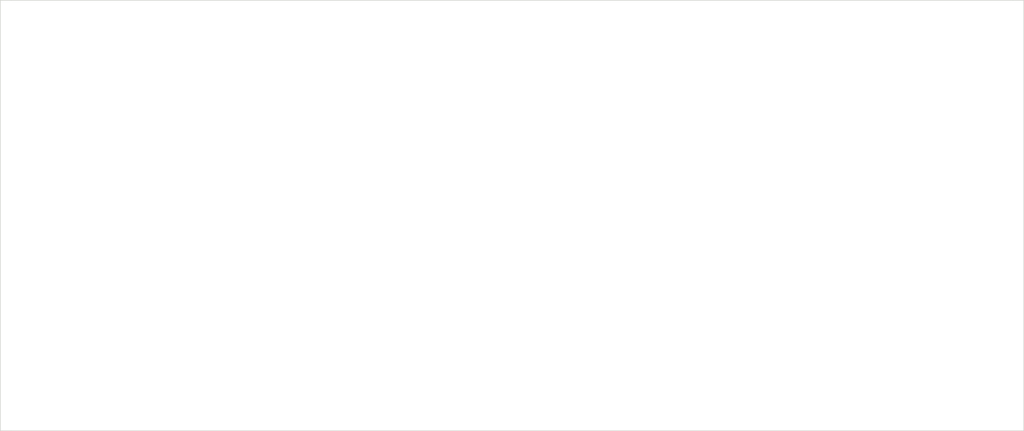
<source format=kicad_pcb>
(kicad_pcb (version 4) (host pcbnew 4.0.6)

  (general
    (links 0)
    (no_connects 0)
    (area 25.324999 26.2932 266.775001 137.235001)
    (thickness 1.6)
    (drawings 8)
    (tracks 0)
    (zones 0)
    (modules 3)
    (nets 1)
  )

  (page A4)
  (layers
    (0 F.Cu signal)
    (31 B.Cu signal)
    (32 B.Adhes user)
    (33 F.Adhes user)
    (34 B.Paste user)
    (35 F.Paste user)
    (36 B.SilkS user)
    (37 F.SilkS user)
    (38 B.Mask user)
    (39 F.Mask user)
    (40 Dwgs.User user)
    (41 Cmts.User user)
    (42 Eco1.User user)
    (43 Eco2.User user)
    (44 Edge.Cuts user)
    (45 Margin user)
    (46 B.CrtYd user)
    (47 F.CrtYd user)
    (48 B.Fab user)
    (49 F.Fab user)
  )

  (setup
    (last_trace_width 0.25)
    (trace_clearance 0.2)
    (zone_clearance 0.508)
    (zone_45_only no)
    (trace_min 0.2)
    (segment_width 0.2)
    (edge_width 0.15)
    (via_size 0.6)
    (via_drill 0.4)
    (via_min_size 0.4)
    (via_min_drill 0.3)
    (uvia_size 0.3)
    (uvia_drill 0.1)
    (uvias_allowed no)
    (uvia_min_size 0.2)
    (uvia_min_drill 0.1)
    (pcb_text_width 0.3)
    (pcb_text_size 1.5 1.5)
    (mod_edge_width 0.15)
    (mod_text_size 1 1)
    (mod_text_width 0.15)
    (pad_size 1.524 1.524)
    (pad_drill 0.762)
    (pad_to_mask_clearance 0.2)
    (aux_axis_origin 0 0)
    (visible_elements FFFFFF7F)
    (pcbplotparams
      (layerselection 0x00088_00000000)
      (usegerberextensions false)
      (excludeedgelayer true)
      (linewidth 0.100000)
      (plotframeref false)
      (viasonmask false)
      (mode 1)
      (useauxorigin false)
      (hpglpennumber 1)
      (hpglpenspeed 20)
      (hpglpendiameter 15)
      (hpglpenoverlay 2)
      (psnegative false)
      (psa4output false)
      (plotreference true)
      (plotvalue true)
      (plotinvisibletext false)
      (padsonsilk false)
      (subtractmaskfromsilk false)
      (outputformat 1)
      (mirror false)
      (drillshape 0)
      (scaleselection 1)
      (outputdirectory ""))
  )

  (net 0 "")

  (net_class Default "This is the default net class."
    (clearance 0.2)
    (trace_width 0.25)
    (via_dia 0.6)
    (via_drill 0.4)
    (uvia_dia 0.3)
    (uvia_drill 0.1)
  )

  (module k7arx:K7ARX-50mm (layer F.Cu) (tedit 59B88B90) (tstamp 59B88FEF)
    (at 147 62)
    (fp_text reference G*** (at 0 -34.29) (layer F.SilkS) hide
      (effects (font (thickness 0.3)))
    )
    (fp_text value LOGO (at 11.43 -34.29) (layer F.SilkS) hide
      (effects (font (thickness 0.3)))
    )
    (fp_poly (pts (xy -111.605241 -23.924849) (xy -111.003188 -23.924283) (xy -110.486551 -23.923141) (xy -110.048036 -23.921257)
      (xy -109.680351 -23.918468) (xy -109.376203 -23.914609) (xy -109.128301 -23.909517) (xy -108.929352 -23.903028)
      (xy -108.772063 -23.894977) (xy -108.649142 -23.885201) (xy -108.553297 -23.873535) (xy -108.477235 -23.859815)
      (xy -108.413664 -23.843878) (xy -108.390822 -23.837069) (xy -108.05451 -23.693549) (xy -107.785745 -23.486344)
      (xy -107.568881 -23.202113) (xy -107.5 -23.07738) (xy -107.325 -22.734195) (xy -107.331142 -22.054598)
      (xy -107.338924 -21.749675) (xy -107.355997 -21.38572) (xy -107.380052 -21.003022) (xy -107.40878 -20.641873)
      (xy -107.417356 -20.55) (xy -107.470737 -19.965325) (xy -107.521781 -19.333475) (xy -107.570902 -18.64742)
      (xy -107.618509 -17.900132) (xy -107.665014 -17.084579) (xy -107.71083 -16.193732) (xy -107.756367 -15.220561)
      (xy -107.802038 -14.158035) (xy -107.825692 -13.575) (xy -107.839434 -13.199128) (xy -107.853385 -12.759688)
      (xy -107.867398 -12.265607) (xy -107.88133 -11.72581) (xy -107.895033 -11.149226) (xy -107.908361 -10.544779)
      (xy -107.921169 -9.921397) (xy -107.933312 -9.288005) (xy -107.944642 -8.653531) (xy -107.955015 -8.026899)
      (xy -107.964283 -7.417037) (xy -107.972303 -6.832872) (xy -107.978927 -6.283329) (xy -107.98401 -5.777334)
      (xy -107.987406 -5.323815) (xy -107.988969 -4.931697) (xy -107.988553 -4.609907) (xy -107.986012 -4.367371)
      (xy -107.981201 -4.213016) (xy -107.979153 -4.18365) (xy -107.923901 -3.857314) (xy -107.825082 -3.620861)
      (xy -107.683381 -3.474501) (xy -107.499484 -3.418442) (xy -107.274074 -3.452892) (xy -107.007838 -3.578059)
      (xy -106.701461 -3.794151) (xy -106.700551 -3.794881) (xy -106.547633 -3.921314) (xy -106.331887 -4.104995)
      (xy -106.064563 -4.335996) (xy -105.756907 -4.604386) (xy -105.420168 -4.900236) (xy -105.065593 -5.213616)
      (xy -104.704431 -5.534598) (xy -104.34793 -5.85325) (xy -104.007337 -6.159644) (xy -103.6939 -6.44385)
      (xy -103.525826 -6.597506) (xy -102.741982 -7.320974) (xy -101.977335 -8.03561) (xy -101.226368 -8.747086)
      (xy -100.48356 -9.461075) (xy -99.743394 -10.18325) (xy -99.00035 -10.919285) (xy -98.24891 -11.674851)
      (xy -97.483553 -12.455622) (xy -96.698763 -13.267272) (xy -95.889019 -14.115472) (xy -95.048802 -15.005895)
      (xy -94.172595 -15.944216) (xy -93.254877 -16.936105) (xy -92.29013 -17.987238) (xy -91.272835 -19.103285)
      (xy -90.197473 -20.289921) (xy -90.097991 -20.4) (xy -89.591787 -20.959279) (xy -89.146002 -21.448789)
      (xy -88.754744 -21.873615) (xy -88.412124 -22.238844) (xy -88.11225 -22.54956) (xy -87.849232 -22.810848)
      (xy -87.617179 -23.027796) (xy -87.410202 -23.205486) (xy -87.222409 -23.349006) (xy -87.04791 -23.46344)
      (xy -86.880815 -23.553875) (xy -86.715232 -23.625394) (xy -86.545272 -23.683085) (xy -86.365044 -23.732031)
      (xy -86.191899 -23.772213) (xy -86.121573 -23.785926) (xy -86.038512 -23.797956) (xy -85.936407 -23.808385)
      (xy -85.808948 -23.817295) (xy -85.649827 -23.824769) (xy -85.452734 -23.830889) (xy -85.21136 -23.835738)
      (xy -84.919396 -23.839399) (xy -84.570533 -23.841953) (xy -84.158461 -23.843483) (xy -83.67687 -23.844073)
      (xy -83.119453 -23.843803) (xy -82.4799 -23.842757) (xy -81.751901 -23.841017) (xy -81.075 -23.839102)
      (xy -80.277123 -23.83665) (xy -79.573136 -23.834236) (xy -78.956931 -23.83173) (xy -78.422399 -23.829003)
      (xy -77.96343 -23.825926) (xy -77.573915 -23.82237) (xy -77.247746 -23.818205) (xy -76.978812 -23.813302)
      (xy -76.761006 -23.807531) (xy -76.588218 -23.800764) (xy -76.454339 -23.792871) (xy -76.353259 -23.783722)
      (xy -76.27887 -23.773189) (xy -76.225063 -23.761142) (xy -76.185728 -23.747451) (xy -76.160289 -23.735073)
      (xy -75.968666 -23.577331) (xy -75.847073 -23.362143) (xy -75.800675 -23.108173) (xy -75.83464 -22.834083)
      (xy -75.876797 -22.710895) (xy -75.932719 -22.588937) (xy -76.00285 -22.465426) (xy -76.093913 -22.333123)
      (xy -76.212629 -22.184789) (xy -76.365722 -22.013186) (xy -76.559915 -21.811076) (xy -76.80193 -21.57122)
      (xy -77.098489 -21.28638) (xy -77.456315 -20.949318) (xy -77.874934 -20.559472) (xy -79.197723 -19.330613)
      (xy -80.451791 -18.162337) (xy -81.643204 -17.048841) (xy -82.778028 -15.984321) (xy -83.862326 -14.962975)
      (xy -84.902165 -13.979) (xy -85.903611 -13.026594) (xy -86.872728 -12.099952) (xy -87.815582 -11.193273)
      (xy -88.738237 -10.300752) (xy -89.646761 -9.416588) (xy -90.547217 -8.534978) (xy -91.445672 -7.650118)
      (xy -92.34819 -6.756205) (xy -93.260837 -5.847437) (xy -93.455369 -5.653144) (xy -93.921825 -5.186191)
      (xy -94.3716 -4.734318) (xy -94.79913 -4.303212) (xy -95.198848 -3.898557) (xy -95.565189 -3.526039)
      (xy -95.892588 -3.191344) (xy -96.175479 -2.900156) (xy -96.408297 -2.65816) (xy -96.585476 -2.471043)
      (xy -96.701451 -2.344489) (xy -96.744818 -2.292876) (xy -96.910192 -2.048638) (xy -97.000201 -1.848007)
      (xy -97.014138 -1.668063) (xy -96.9513 -1.485886) (xy -96.810981 -1.278558) (xy -96.70986 -1.156337)
      (xy -96.622855 -1.054587) (xy -96.480334 -0.887288) (xy -96.29143 -0.665188) (xy -96.065274 -0.399033)
      (xy -95.810998 -0.099568) (xy -95.537733 0.22246) (xy -95.284575 0.520963) (xy -94.480282 1.468353)
      (xy -93.69271 2.393623) (xy -92.926083 3.29188) (xy -92.184626 4.158228) (xy -91.472562 4.987772)
      (xy -90.794116 5.775617) (xy -90.153511 6.516868) (xy -89.554972 7.206631) (xy -89.002721 7.840009)
      (xy -88.500984 8.41211) (xy -88.053984 8.918036) (xy -87.665945 9.352894) (xy -87.601104 9.425)
      (xy -86.1937 10.967515) (xy -84.825821 12.424844) (xy -83.492794 13.801499) (xy -82.18994 15.101993)
      (xy -80.912585 16.330842) (xy -79.656052 17.492556) (xy -78.415664 18.591651) (xy -77.186747 19.632639)
      (xy -76.175 20.453462) (xy -76.017508 20.578711) (xy -75.803067 20.749281) (xy -75.552979 20.948227)
      (xy -75.288544 21.158605) (xy -75.096963 21.311035) (xy -74.689075 21.647872) (xy -74.322134 21.97539)
      (xy -74.006281 22.283527) (xy -73.75166 22.562222) (xy -73.568414 22.801413) (xy -73.52529 22.870039)
      (xy -73.376952 23.197479) (xy -73.296994 23.542643) (xy -73.292591 23.872138) (xy -73.29943 23.921497)
      (xy -73.376801 24.230149) (xy -73.505001 24.467828) (xy -73.699889 24.657249) (xy -73.9 24.781651)
      (xy -73.930582 24.796206) (xy -73.968448 24.809195) (xy -74.019244 24.820724) (xy -74.088618 24.830897)
      (xy -74.182216 24.839821) (xy -74.305685 24.847603) (xy -74.464671 24.854347) (xy -74.664822 24.86016)
      (xy -74.911784 24.865147) (xy -75.211203 24.869415) (xy -75.568726 24.873069) (xy -75.99 24.876214)
      (xy -76.480672 24.878958) (xy -77.046388 24.881406) (xy -77.692795 24.883663) (xy -78.42554 24.885836)
      (xy -79.250269 24.888031) (xy -79.625 24.888983) (xy -80.637602 24.891073) (xy -81.551474 24.891985)
      (xy -82.367877 24.891709) (xy -83.088076 24.890237) (xy -83.713332 24.887561) (xy -84.244909 24.883672)
      (xy -84.684069 24.878562) (xy -85.032074 24.872222) (xy -85.290188 24.864643) (xy -85.459674 24.855817)
      (xy -85.5246 24.849152) (xy -85.776293 24.791843) (xy -86.051038 24.700592) (xy -86.228146 24.625096)
      (xy -86.460603 24.490446) (xy -86.704073 24.302178) (xy -86.966121 24.052704) (xy -87.254312 23.734432)
      (xy -87.576209 23.339776) (xy -87.800244 23.047804) (xy -88.463518 22.173783) (xy -89.143325 21.292116)
      (xy -89.843526 20.398202) (xy -90.567981 19.487439) (xy -91.320552 18.555227) (xy -92.1051 17.596962)
      (xy -92.925486 16.608045) (xy -93.785569 15.583873) (xy -94.689212 14.519845) (xy -95.640275 13.411359)
      (xy -96.642619 12.253815) (xy -97.700105 11.042611) (xy -98.816594 9.773145) (xy -99.995947 8.440816)
      (xy -101.055589 7.25) (xy -101.529693 6.719066) (xy -101.943042 6.257865) (xy -102.300812 5.860944)
      (xy -102.608181 5.522852) (xy -102.870325 5.238135) (xy -103.092423 5.00134) (xy -103.27965 4.807016)
      (xy -103.437184 4.649709) (xy -103.570203 4.523968) (xy -103.683883 4.424338) (xy -103.783401 4.345369)
      (xy -103.873934 4.281606) (xy -103.874107 4.281492) (xy -103.989104 4.210903) (xy -104.092479 4.167173)
      (xy -104.195849 4.155336) (xy -104.310831 4.180428) (xy -104.449041 4.247482) (xy -104.622096 4.361532)
      (xy -104.841614 4.527614) (xy -105.119211 4.750762) (xy -105.301289 4.9) (xy -105.825968 5.335846)
      (xy -106.275671 5.720739) (xy -106.656413 6.062379) (xy -106.974212 6.368468) (xy -107.235083 6.646704)
      (xy -107.445043 6.904787) (xy -107.610109 7.150419) (xy -107.736295 7.391299) (xy -107.82962 7.635127)
      (xy -107.896099 7.889603) (xy -107.941749 8.162429) (xy -107.957805 8.3) (xy -107.96947 8.490628)
      (xy -107.975182 8.773559) (xy -107.975236 9.141288) (xy -107.969927 9.586313) (xy -107.959549 10.101131)
      (xy -107.944397 10.678239) (xy -107.924765 11.310134) (xy -107.900947 11.989312) (xy -107.873239 12.708272)
      (xy -107.841935 13.459509) (xy -107.80733 14.235522) (xy -107.769717 15.028806) (xy -107.729393 15.83186)
      (xy -107.68665 16.637179) (xy -107.641785 17.437262) (xy -107.59509 18.224605) (xy -107.546862 18.991705)
      (xy -107.524957 19.325) (xy -107.474908 20.079461) (xy -107.431877 20.741205) (xy -107.395924 21.317269)
      (xy -107.367106 21.814694) (xy -107.345482 22.240519) (xy -107.331111 22.601782) (xy -107.32405 22.905523)
      (xy -107.324357 23.158782) (xy -107.332092 23.368597) (xy -107.347313 23.542009) (xy -107.370077 23.686055)
      (xy -107.400443 23.807776) (xy -107.43847 23.91421) (xy -107.484216 24.012397) (xy -107.537738 24.109377)
      (xy -107.564978 24.155506) (xy -107.764566 24.402481) (xy -108.040443 24.617025) (xy -108.370154 24.782486)
      (xy -108.449315 24.811199) (xy -108.528789 24.821451) (xy -108.698345 24.831133) (xy -108.948067 24.840192)
      (xy -109.268039 24.848576) (xy -109.648343 24.856233) (xy -110.079064 24.863111) (xy -110.550286 24.869156)
      (xy -111.052091 24.874317) (xy -111.574563 24.878542) (xy -112.107787 24.881777) (xy -112.641845 24.883971)
      (xy -113.16682 24.885072) (xy -113.672798 24.885027) (xy -114.149861 24.883783) (xy -114.588093 24.881289)
      (xy -114.977577 24.877491) (xy -115.308397 24.872339) (xy -115.570637 24.865779) (xy -115.75438 24.857758)
      (xy -115.838606 24.850194) (xy -116.228337 24.745395) (xy -116.56713 24.559646) (xy -116.84535 24.300526)
      (xy -117.05336 23.975613) (xy -117.105441 23.853967) (xy -117.141319 23.753721) (xy -117.16742 23.657738)
      (xy -117.184719 23.549464) (xy -117.194191 23.412345) (xy -117.196809 23.229825) (xy -117.193548 22.98535)
      (xy -117.185382 22.662366) (xy -117.182188 22.55) (xy -117.168813 22.16331) (xy -117.149658 21.714612)
      (xy -117.126555 21.24161) (xy -117.101339 20.782005) (xy -117.077623 20.4) (xy -117.026601 19.589319)
      (xy -116.975558 18.689465) (xy -116.924888 17.711263) (xy -116.874983 16.665536) (xy -116.826235 15.563111)
      (xy -116.779037 14.414812) (xy -116.733781 13.231466) (xy -116.69086 12.023896) (xy -116.650667 10.802929)
      (xy -116.613594 9.579388) (xy -116.580033 8.3641) (xy -116.550377 7.16789) (xy -116.525019 6.001583)
      (xy -116.504351 4.876003) (xy -116.496528 4.375) (xy -116.469106 1.3542) (xy -116.473948 -1.740905)
      (xy -116.510563 -4.890139) (xy -116.578461 -8.073324) (xy -116.677149 -11.270284) (xy -116.806136 -14.460842)
      (xy -116.964932 -17.624819) (xy -117.08034 -19.6) (xy -117.108135 -20.072136) (xy -117.132908 -20.535559)
      (xy -117.154059 -20.975722) (xy -117.170989 -21.378076) (xy -117.183098 -21.728075) (xy -117.189786 -22.01117)
      (xy -117.190454 -22.212814) (xy -117.189571 -22.25) (xy -117.178331 -22.513059) (xy -117.161611 -22.702598)
      (xy -117.134607 -22.845096) (xy -117.092512 -22.967029) (xy -117.039259 -23.078173) (xy -116.820196 -23.393651)
      (xy -116.526478 -23.645513) (xy -116.219042 -23.806461) (xy -115.925 -23.925) (xy -112.3 -23.925)
      (xy -111.605241 -23.924849)) (layer F.Mask) (width 0.01))
    (fp_poly (pts (xy -64.148625 -24.295598) (xy -63.949567 -24.283007) (xy -63.67457 -24.263156) (xy -63.335458 -24.236972)
      (xy -62.944052 -24.205383) (xy -62.512175 -24.169317) (xy -62.051649 -24.1297) (xy -61.74543 -24.10274)
      (xy -60.790645 -24.019289) (xy -59.906042 -23.945209) (xy -59.079054 -23.879975) (xy -58.297114 -23.823064)
      (xy -57.547657 -23.77395) (xy -56.818116 -23.732111) (xy -56.095925 -23.697022) (xy -55.368517 -23.668158)
      (xy -54.623326 -23.644995) (xy -53.847785 -23.62701) (xy -53.029329 -23.613677) (xy -52.155391 -23.604473)
      (xy -51.213405 -23.598874) (xy -50.190804 -23.596355) (xy -49.6 -23.596091) (xy -48.404038 -23.59806)
      (xy -47.295649 -23.603892) (xy -46.262468 -23.613983) (xy -45.292129 -23.628729) (xy -44.372265 -23.648525)
      (xy -43.490511 -23.673768) (xy -42.634501 -23.704853) (xy -41.791869 -23.742175) (xy -40.950248 -23.78613)
      (xy -40.097272 -23.837115) (xy -39.220576 -23.895524) (xy -38.409121 -23.954164) (xy -37.966599 -23.986191)
      (xy -37.552301 -24.014265) (xy -37.177492 -24.037766) (xy -36.853434 -24.056071) (xy -36.591392 -24.068558)
      (xy -36.402629 -24.074605) (xy -36.298408 -24.073592) (xy -36.284121 -24.071494) (xy -36.09195 -23.969791)
      (xy -35.88152 -23.780129) (xy -35.659961 -23.511273) (xy -35.434404 -23.171987) (xy -35.211979 -22.771036)
      (xy -35.188738 -22.725) (xy -35.040991 -22.407427) (xy -34.891009 -22.045152) (xy -34.744428 -21.655824)
      (xy -34.606884 -21.257092) (xy -34.484011 -20.866605) (xy -34.381447 -20.50201) (xy -34.304827 -20.180957)
      (xy -34.259786 -19.921095) (xy -34.250065 -19.785509) (xy -34.263783 -19.643242) (xy -34.310409 -19.497732)
      (xy -34.398009 -19.336642) (xy -34.534645 -19.147639) (xy -34.728382 -18.918387) (xy -34.987282 -18.636553)
      (xy -35.032367 -18.588841) (xy -35.54249 -18.046883) (xy -35.998348 -17.554326) (xy -36.417886 -17.09139)
      (xy -36.81905 -16.638298) (xy -37.177146 -16.225) (xy -38.607532 -14.490904) (xy -39.975911 -12.695471)
      (xy -41.277926 -10.846212) (xy -42.50922 -8.950639) (xy -43.665438 -7.016263) (xy -44.742222 -5.050594)
      (xy -45.735216 -3.061145) (xy -46.640063 -1.055425) (xy -47.452408 0.959054) (xy -47.965272 2.375)
      (xy -48.519108 4.065982) (xy -49.002125 5.729186) (xy -49.418588 7.384458) (xy -49.772758 9.051644)
      (xy -50.068898 10.750592) (xy -50.31127 12.501147) (xy -50.483458 14.1) (xy -50.505506 14.390839)
      (xy -50.524754 14.758196) (xy -50.541145 15.188782) (xy -50.554621 15.669307) (xy -50.565124 16.18648)
      (xy -50.572597 16.727013) (xy -50.576983 17.277614) (xy -50.578223 17.824995) (xy -50.576261 18.355866)
      (xy -50.571038 18.856936) (xy -50.562498 19.314916) (xy -50.550581 19.716516) (xy -50.535232 20.048446)
      (xy -50.516391 20.297417) (xy -50.510538 20.35) (xy -50.447465 20.800879) (xy -50.366526 21.283099)
      (xy -50.273032 21.770615) (xy -50.172293 22.237379) (xy -50.069619 22.657347) (xy -49.970319 23.004472)
      (xy -49.96767 23.012795) (xy -49.86098 23.3889) (xy -49.79016 23.730474) (xy -49.764262 23.95)
      (xy -49.75528 24.152174) (xy -49.763367 24.287777) (xy -49.794131 24.389578) (xy -49.853176 24.490345)
      (xy -49.857892 24.497296) (xy -49.982174 24.639617) (xy -50.131486 24.760769) (xy -50.15017 24.772296)
      (xy -50.180403 24.789164) (xy -50.214224 24.804087) (xy -50.257643 24.817196) (xy -50.316669 24.82862)
      (xy -50.397314 24.838489) (xy -50.505587 24.846932) (xy -50.647498 24.854079) (xy -50.829057 24.86006)
      (xy -51.056273 24.865005) (xy -51.335158 24.869042) (xy -51.67172 24.872303) (xy -52.07197 24.874915)
      (xy -52.541917 24.87701) (xy -53.087573 24.878716) (xy -53.714945 24.880164) (xy -54.430046 24.881483)
      (xy -55.238883 24.882803) (xy -55.275 24.88286) (xy -55.973221 24.88359) (xy -56.645237 24.883554)
      (xy -57.284034 24.882796) (xy -57.882596 24.881355) (xy -58.433909 24.879272) (xy -58.930959 24.87659)
      (xy -59.36673 24.873349) (xy -59.734208 24.869591) (xy -60.026378 24.865356) (xy -60.236225 24.860686)
      (xy -60.356736 24.855623) (xy -60.381766 24.852848) (xy -60.6219 24.750368) (xy -60.847855 24.575935)
      (xy -61.031659 24.356642) (xy -61.145339 24.119579) (xy -61.1478 24.110947) (xy -61.175496 23.9416)
      (xy -61.191983 23.674336) (xy -61.197259 23.310607) (xy -61.191324 22.851863) (xy -61.174177 22.299558)
      (xy -61.149221 21.725) (xy -61.001077 19.631429) (xy -60.757473 17.510827) (xy -60.41883 15.364564)
      (xy -59.985569 13.194011) (xy -59.45811 11.00054) (xy -58.836876 8.785521) (xy -58.122287 6.550327)
      (xy -57.314763 4.296328) (xy -56.414728 2.024895) (xy -55.4226 -0.262599) (xy -54.338803 -2.564784)
      (xy -53.163755 -4.880289) (xy -52.727567 -5.7) (xy -52.05861 -6.915392) (xy -51.351415 -8.149954)
      (xy -50.615787 -9.388094) (xy -49.861531 -10.614219) (xy -49.098452 -11.812737) (xy -48.336354 -12.968057)
      (xy -47.585043 -14.064585) (xy -46.854323 -15.08673) (xy -46.654475 -15.357843) (xy -46.544685 -15.513483)
      (xy -46.467609 -15.63798) (xy -46.435499 -15.710913) (xy -46.437009 -15.720343) (xy -46.491426 -15.725652)
      (xy -46.638828 -15.730412) (xy -46.8722 -15.734634) (xy -47.184528 -15.73833) (xy -47.5688 -15.741509)
      (xy -48.018 -15.744183) (xy -48.525115 -15.746363) (xy -49.083131 -15.748058) (xy -49.685034 -15.74928)
      (xy -50.32381 -15.75004) (xy -50.992445 -15.750349) (xy -51.683925 -15.750217) (xy -52.391237 -15.749655)
      (xy -53.107366 -15.748673) (xy -53.825298 -15.747284) (xy -54.53802 -15.745496) (xy -55.238518 -15.743322)
      (xy -55.919777 -15.740772) (xy -56.574784 -15.737857) (xy -57.196524 -15.734586) (xy -57.777985 -15.730973)
      (xy -58.312151 -15.727026) (xy -58.79201 -15.722757) (xy -59.210546 -15.718177) (xy -59.560747 -15.713296)
      (xy -59.835598 -15.708126) (xy -60.028085 -15.702676) (xy -60.1 -15.699345) (xy -61.271983 -15.596118)
      (xy -62.375371 -15.430878) (xy -63.4218 -15.201301) (xy -64.422904 -14.905068) (xy -64.862562 -14.749081)
      (xy -65.08434 -14.661281) (xy -65.371604 -14.540152) (xy -65.700039 -14.39636) (xy -66.045329 -14.240573)
      (xy -66.38316 -14.083458) (xy -66.425 -14.063617) (xy -66.852297 -13.861996) (xy -67.201795 -13.701135)
      (xy -67.484963 -13.576715) (xy -67.713264 -13.484417) (xy -67.898166 -13.41992) (xy -68.051133 -13.378906)
      (xy -68.183631 -13.357057) (xy -68.307127 -13.350051) (xy -68.319328 -13.35) (xy -68.688123 -13.385226)
      (xy -69.007313 -13.486025) (xy -69.267358 -13.64508) (xy -69.458717 -13.855077) (xy -69.571849 -14.108697)
      (xy -69.59965 -14.331808) (xy -69.575533 -14.609711) (xy -69.50655 -14.965239) (xy -69.396739 -15.388791)
      (xy -69.250135 -15.870763) (xy -69.070775 -16.401554) (xy -68.862696 -16.971562) (xy -68.629932 -17.571183)
      (xy -68.376522 -18.190817) (xy -68.1065 -18.82086) (xy -67.823904 -19.45171) (xy -67.53277 -20.073766)
      (xy -67.237133 -20.677424) (xy -66.94103 -21.253084) (xy -66.648498 -21.791141) (xy -66.363572 -22.281995)
      (xy -66.09029 -22.716042) (xy -66.049898 -22.776627) (xy -65.747386 -23.210924) (xy -65.477942 -23.561184)
      (xy -65.23331 -23.834433) (xy -65.005237 -24.037696) (xy -64.785465 -24.178001) (xy -64.565741 -24.262371)
      (xy -64.337809 -24.297833) (xy -64.259921 -24.3) (xy -64.148625 -24.295598)) (layer F.Mask) (width 0.01))
    (fp_poly (pts (xy -6.196506 -24.723008) (xy -5.810954 -24.711417) (xy -5.466783 -24.692363) (xy -5.18415 -24.665844)
      (xy -5 -24.635809) (xy -4.488799 -24.476433) (xy -4.0316 -24.243394) (xy -3.637476 -23.942899)
      (xy -3.315499 -23.581157) (xy -3.198255 -23.402896) (xy -3.128032 -23.273104) (xy -3.02453 -23.066068)
      (xy -2.894548 -22.79616) (xy -2.744884 -22.477755) (xy -2.582337 -22.125225) (xy -2.413707 -21.752942)
      (xy -2.343542 -21.596032) (xy -2.157897 -21.179397) (xy -1.961955 -20.739956) (xy -1.765704 -20.300085)
      (xy -1.579131 -19.882163) (xy -1.412222 -19.508565) (xy -1.274966 -19.20167) (xy -1.263027 -19.175)
      (xy -1.120242 -18.855827) (xy -0.97759 -18.536512) (xy -0.845184 -18.239725) (xy -0.733137 -17.988136)
      (xy -0.651563 -17.804418) (xy -0.649608 -17.8) (xy -0.542963 -17.55989) (xy -0.415997 -17.275283)
      (xy -0.289538 -16.992828) (xy -0.236613 -16.875) (xy -0.144572 -16.670165) (xy -0.022426 -16.398034)
      (xy 0.119072 -16.082584) (xy 0.269166 -15.747791) (xy 0.417102 -15.417632) (xy 0.425 -15.4)
      (xy 0.571973 -15.071963) (xy 0.721194 -14.739061) (xy 0.862053 -14.424955) (xy 0.983941 -14.153301)
      (xy 1.076249 -13.947758) (xy 1.08086 -13.937501) (xy 1.205206 -13.660878) (xy 1.346077 -13.347495)
      (xy 1.478997 -13.051801) (xy 1.519139 -12.962501) (xy 1.609213 -12.761949) (xy 1.72954 -12.493785)
      (xy 1.869512 -12.181668) (xy 2.018518 -11.849256) (xy 2.165948 -11.520207) (xy 2.175 -11.5)
      (xy 2.382885 -11.036005) (xy 2.566903 -10.625581) (xy 2.74078 -10.23816) (xy 2.91824 -9.843168)
      (xy 3.11301 -9.410036) (xy 3.275 -9.050001) (xy 3.400895 -8.770233) (xy 3.54364 -8.453022)
      (xy 3.679047 -8.152118) (xy 3.725 -8.050001) (xy 3.850895 -7.770233) (xy 3.99364 -7.453022)
      (xy 4.129047 -7.152118) (xy 4.175 -7.050001) (xy 4.300895 -6.770233) (xy 4.44364 -6.453022)
      (xy 4.579047 -6.152118) (xy 4.625 -6.050001) (xy 4.750895 -5.770233) (xy 4.89364 -5.453022)
      (xy 5.029047 -5.152118) (xy 5.075 -5.050001) (xy 5.200895 -4.770233) (xy 5.34364 -4.453022)
      (xy 5.479047 -4.152118) (xy 5.525 -4.050001) (xy 5.650895 -3.770233) (xy 5.79364 -3.453022)
      (xy 5.929047 -3.152118) (xy 5.975 -3.050001) (xy 6.099713 -2.772692) (xy 6.240106 -2.460263)
      (xy 6.372588 -2.165216) (xy 6.418676 -2.062501) (xy 6.502083 -1.87732) (xy 6.618121 -1.620768)
      (xy 6.757899 -1.312444) (xy 6.912527 -0.971947) (xy 7.073114 -0.618877) (xy 7.1728 -0.4)
      (xy 7.33048 -0.053813) (xy 7.485877 0.28767) (xy 7.630581 0.605944) (xy 7.756181 0.882506)
      (xy 7.854268 1.098851) (xy 7.9 1.2) (xy 7.975195 1.366279) (xy 8.083416 1.605061)
      (xy 8.216259 1.89783) (xy 8.36532 2.226073) (xy 8.522197 2.571276) (xy 8.626205 2.8)
      (xy 8.798468 3.178926) (xy 8.98213 3.583284) (xy 9.165248 3.986751) (xy 9.335878 4.36301)
      (xy 9.482077 4.685739) (xy 9.533778 4.8) (xy 9.673548 5.108709) (xy 9.817746 5.426623)
      (xy 9.953771 5.725994) (xy 10.069019 5.979078) (xy 10.124249 6.1) (xy 10.216912 6.302755)
      (xy 10.339473 6.571293) (xy 10.48042 6.880372) (xy 10.628244 7.20475) (xy 10.751317 7.475)
      (xy 10.994172 8.008255) (xy 11.207184 8.475466) (xy 11.401801 8.901667) (xy 11.589468 9.311893)
      (xy 11.781633 9.731176) (xy 11.989743 10.184551) (xy 12.100208 10.425) (xy 12.269064 10.792596)
      (xy 12.459194 11.206724) (xy 12.653655 11.63046) (xy 12.835501 12.026885) (xy 12.949256 12.275)
      (xy 13.189722 12.799023) (xy 13.396229 13.247345) (xy 13.576089 13.635348) (xy 13.736614 13.978417)
      (xy 13.885117 14.291935) (xy 14.02891 14.591287) (xy 14.175305 14.891856) (xy 14.331615 15.209025)
      (xy 14.505152 15.55818) (xy 14.603349 15.754929) (xy 14.89299 16.328509) (xy 15.217 16.958345)
      (xy 15.577928 17.649246) (xy 15.978321 18.406018) (xy 16.420726 19.233471) (xy 16.90769 20.13641)
      (xy 17.441762 21.119645) (xy 17.594637 21.4) (xy 17.870349 21.909465) (xy 18.098975 22.342525)
      (xy 18.284557 22.708719) (xy 18.431133 23.017584) (xy 18.542744 23.278658) (xy 18.623431 23.50148)
      (xy 18.677232 23.695587) (xy 18.708189 23.870518) (xy 18.720341 24.03581) (xy 18.720771 24.058655)
      (xy 18.702831 24.320769) (xy 18.632318 24.516528) (xy 18.49575 24.671622) (xy 18.344773 24.775)
      (xy 18.31413 24.791873) (xy 18.278928 24.806733) (xy 18.232977 24.819709) (xy 18.170086 24.830927)
      (xy 18.084065 24.840516) (xy 17.968722 24.848603) (xy 17.817867 24.855317) (xy 17.625309 24.860784)
      (xy 17.384858 24.865133) (xy 17.090322 24.868491) (xy 16.735511 24.870986) (xy 16.314235 24.872747)
      (xy 15.820302 24.8739) (xy 15.247522 24.874574) (xy 14.589704 24.874896) (xy 13.840658 24.874994)
      (xy 13.5 24.875) (xy 8.825 24.875) (xy 8.620265 24.765445) (xy 8.404776 24.622631)
      (xy 8.221857 24.436519) (xy 8.064138 24.194584) (xy 7.924247 23.884305) (xy 7.794812 23.493158)
      (xy 7.728247 23.25) (xy 7.394381 22.072046) (xy 6.992885 20.849541) (xy 6.531502 19.603652)
      (xy 6.017977 18.355544) (xy 5.58504 17.391586) (xy 5.376401 16.996667) (xy 5.155904 16.690296)
      (xy 4.911861 16.461019) (xy 4.632586 16.297385) (xy 4.375 16.205782) (xy 4.276452 16.189841)
      (xy 4.091855 16.170892) (xy 3.83508 16.149938) (xy 3.519997 16.127983) (xy 3.160477 16.106029)
      (xy 2.77039 16.085079) (xy 2.575 16.075611) (xy 0.420399 15.985506) (xy -1.686189 15.91938)
      (xy -3.766001 15.877146) (xy -5.84027 15.858717) (xy -7.930231 15.864006) (xy -10.057118 15.892929)
      (xy -12.242165 15.945397) (xy -14.137576 16.007585) (xy -14.528876 16.021171) (xy -14.887337 16.032245)
      (xy -15.200959 16.040544) (xy -15.457744 16.045806) (xy -15.645691 16.047768) (xy -15.752803 16.046166)
      (xy -15.773228 16.043439) (xy -15.765165 15.996581) (xy -15.722883 15.872012) (xy -15.645491 15.66749)
      (xy -15.532099 15.380772) (xy -15.381816 15.009615) (xy -15.193753 14.551777) (xy -14.967019 14.005014)
      (xy -14.902452 13.85) (xy -14.806813 13.620076) (xy -14.683726 13.323426) (xy -14.543849 12.985777)
      (xy -14.397839 12.632857) (xy -14.256356 12.290395) (xy -14.25 12.275) (xy -14.029451 11.740819)
      (xy -13.84247 11.288306) (xy -13.684569 10.906657) (xy -13.551258 10.585064) (xy -13.43805 10.312722)
      (xy -13.340454 10.078824) (xy -13.253981 9.872564) (xy -13.174144 9.683137) (xy -13.128379 9.575)
      (xy -12.916472 9.075) (xy -12.645736 9.089721) (xy -12.50315 9.097726) (xy -12.284576 9.110307)
      (xy -12.01385 9.126078) (xy -11.714805 9.143654) (xy -11.525 9.154887) (xy -11.181186 9.171667)
      (xy -10.750794 9.18681) (xy -10.247236 9.200231) (xy -9.683921 9.211846) (xy -9.074261 9.221568)
      (xy -8.431667 9.229313) (xy -7.769548 9.234996) (xy -7.101316 9.238531) (xy -6.440382 9.239834)
      (xy -5.800155 9.238819) (xy -5.194046 9.235401) (xy -4.635467 9.229496) (xy -4.137828 9.221017)
      (xy -3.71454 9.209881) (xy -3.584765 9.205275) (xy -2.909082 9.178228) (xy -2.258381 9.150212)
      (xy -1.640782 9.121685) (xy -1.064403 9.093102) (xy -0.537362 9.064921) (xy -0.067778 9.037598)
      (xy 0.33623 9.01159) (xy 0.666544 8.987354) (xy 0.915044 8.965345) (xy 1.073612 8.946022)
      (xy 1.096827 8.941943) (xy 1.347954 8.856811) (xy 1.541712 8.717316) (xy 1.660406 8.537372)
      (xy 1.676719 8.485951) (xy 1.680949 8.353536) (xy 1.645795 8.143576) (xy 1.570568 7.85379)
      (xy 1.454578 7.481899) (xy 1.297138 7.025623) (xy 1.097557 6.482682) (xy 0.970999 6.15)
      (xy 0.799279 5.704398) (xy 0.629631 5.266614) (xy 0.467571 4.850712) (xy 0.318614 4.470755)
      (xy 0.188275 4.14081) (xy 0.08207 3.874939) (xy 0.005514 3.687208) (xy 0.000423 3.675)
      (xy -0.058511 3.532631) (xy -0.148092 3.31441) (xy -0.261445 3.037176) (xy -0.391693 2.717771)
      (xy -0.531957 2.373034) (xy -0.652976 2.075) (xy -0.795764 1.723718) (xy -0.933901 1.385185)
      (xy -1.060629 1.075864) (xy -1.169187 0.812222) (xy -1.252817 0.610722) (xy -1.299515 0.5)
      (xy -1.374397 0.324132) (xy -1.474443 0.087278) (xy -1.586443 -0.179206) (xy -1.694489 -0.4375)
      (xy -1.935854 -1.01582) (xy -2.145833 -1.518266) (xy -2.331367 -1.961328) (xy -2.499398 -2.361495)
      (xy -2.656866 -2.735257) (xy -2.810712 -3.099103) (xy -2.967879 -3.469525) (xy -3.135305 -3.86301)
      (xy -3.225652 -4.075) (xy -3.322069 -4.301228) (xy -3.45162 -4.605342) (xy -3.608292 -4.973215)
      (xy -3.786067 -5.390718) (xy -3.978929 -5.84372) (xy -4.180862 -6.318092) (xy -4.385851 -6.799705)
      (xy -4.52429 -7.125) (xy -4.725047 -7.596247) (xy -4.92464 -8.063818) (xy -5.117448 -8.514612)
      (xy -5.297849 -8.935524) (xy -5.460225 -9.313451) (xy -5.598952 -9.635291) (xy -5.708412 -9.88794)
      (xy -5.767563 -10.02333) (xy -5.954711 -10.42204) (xy -6.126132 -10.725947) (xy -6.286597 -10.938128)
      (xy -6.440873 -11.061658) (xy -6.593728 -11.099612) (xy -6.749933 -11.055066) (xy -6.914254 -10.931095)
      (xy -7.012973 -10.826538) (xy -7.091948 -10.70952) (xy -7.204147 -10.503901) (xy -7.347273 -10.214558)
      (xy -7.519026 -9.846368) (xy -7.717106 -9.404207) (xy -7.939214 -8.892952) (xy -8.074623 -8.575)
      (xy -8.219319 -8.233513) (xy -8.361013 -7.900032) (xy -8.491889 -7.592882) (xy -8.604134 -7.330387)
      (xy -8.689931 -7.130869) (xy -8.725032 -7.05) (xy -8.800066 -6.876661) (xy -8.908988 -6.622779)
      (xy -9.046871 -6.299975) (xy -9.20879 -5.919867) (xy -9.389819 -5.494074) (xy -9.585034 -5.034215)
      (xy -9.789508 -4.551909) (xy -9.998315 -4.058775) (xy -10.206531 -3.566433) (xy -10.40923 -3.0865)
      (xy -10.601486 -2.630595) (xy -10.778374 -2.210339) (xy -10.934968 -1.837349) (xy -10.950619 -1.8)
      (xy -11.070426 -1.514039) (xy -11.198171 -1.20913) (xy -11.317845 -0.923481) (xy -11.406236 -0.7125)
      (xy -11.520163 -0.440835) (xy -11.649099 -0.133789) (xy -11.769204 0.151875) (xy -11.794721 0.2125)
      (xy -11.90887 0.485555) (xy -12.050327 0.827005) (xy -12.213036 1.221977) (xy -12.390941 1.655602)
      (xy -12.577986 2.11301) (xy -12.768115 2.579331) (xy -12.955273 3.039695) (xy -13.133404 3.479232)
      (xy -13.296453 3.883071) (xy -13.438362 4.236343) (xy -13.553077 4.524178) (xy -13.622237 4.7)
      (xy -13.728149 4.971143) (xy -13.829119 5.228026) (xy -13.916027 5.447561) (xy -13.979755 5.606662)
      (xy -13.997453 5.65) (xy -14.044465 5.768767) (xy -14.118533 5.961869) (xy -14.212265 6.209757)
      (xy -14.318267 6.492888) (xy -14.422971 6.775) (xy -14.545506 7.102907) (xy -14.67451 7.441774)
      (xy -14.799146 7.763561) (xy -14.908577 8.040223) (xy -14.973639 8.2) (xy -15.051494 8.387394)
      (xy -15.16017 8.648948) (xy -15.29211 8.966481) (xy -15.439759 9.321808) (xy -15.595562 9.696746)
      (xy -15.751963 10.073114) (xy -15.752747 10.075) (xy -15.905379 10.442699) (xy -16.053926 10.801312)
      (xy -16.191617 11.134434) (xy -16.311678 11.425659) (xy -16.407339 11.658581) (xy -16.471825 11.816794)
      (xy -16.475139 11.825) (xy -16.553038 12.016418) (xy -16.657875 12.271706) (xy -16.777953 12.562496)
      (xy -16.901578 12.860421) (xy -16.949303 12.975) (xy -17.163011 13.487819) (xy -17.378938 14.006767)
      (xy -17.607245 14.556293) (xy -17.858094 15.160849) (xy -18.003892 15.5125) (xy -18.158201 15.881984)
      (xy -18.318977 16.261004) (xy -18.494273 16.66822) (xy -18.69214 17.122293) (xy -18.920631 17.641881)
      (xy -19.01257 17.85) (xy -19.432502 18.826215) (xy -19.804952 19.752112) (xy -20.140946 20.658468)
      (xy -20.451511 21.576064) (xy -20.747672 22.535677) (xy -20.971919 23.319266) (xy -21.051259 23.586393)
      (xy -21.136625 23.843314) (xy -21.217995 24.061549) (xy -21.28535 24.212621) (xy -21.287948 24.217488)
      (xy -21.460735 24.459713) (xy -21.687258 24.666431) (xy -21.936705 24.811782) (xy -22.038763 24.847719)
      (xy -22.115566 24.855256) (xy -22.283584 24.86216) (xy -22.534037 24.868428) (xy -22.858142 24.874053)
      (xy -23.247117 24.879029) (xy -23.69218 24.883352) (xy -24.18455 24.887015) (xy -24.715444 24.890013)
      (xy -25.276081 24.892341) (xy -25.857679 24.893994) (xy -26.451454 24.894964) (xy -27.048627 24.895248)
      (xy -27.640414 24.894839) (xy -28.218034 24.893732) (xy -28.772705 24.891922) (xy -29.295645 24.889402)
      (xy -29.778071 24.886168) (xy -30.211203 24.882214) (xy -30.586257 24.877534) (xy -30.894453 24.872123)
      (xy -31.127008 24.865975) (xy -31.27514 24.859085) (xy -31.325 24.853564) (xy -31.599734 24.748708)
      (xy -31.794823 24.585509) (xy -31.910506 24.363221) (xy -31.947023 24.081103) (xy -31.904613 23.738412)
      (xy -31.799624 23.378891) (xy -31.753904 23.257107) (xy -31.69768 23.121826) (xy -31.626987 22.965355)
      (xy -31.537861 22.780002) (xy -31.426336 22.558074) (xy -31.288449 22.291877) (xy -31.120234 21.97372)
      (xy -30.917728 21.59591) (xy -30.676965 21.150753) (xy -30.39398 20.630558) (xy -30.199969 20.275)
      (xy -30.012681 19.931662) (xy -29.798207 19.537845) (xy -29.576938 19.131027) (xy -29.369262 18.748688)
      (xy -29.261494 18.55) (xy -29.108367 18.263051) (xy -28.920868 17.904515) (xy -28.706369 17.489059)
      (xy -28.472245 17.031348) (xy -28.225871 16.546049) (xy -27.974619 16.047829) (xy -27.725865 15.551354)
      (xy -27.486982 15.07129) (xy -27.265346 14.622304) (xy -27.068328 14.219062) (xy -26.903305 13.876231)
      (xy -26.785254 13.625) (xy -26.653739 13.339854) (xy -26.499398 13.005334) (xy -26.341341 12.662848)
      (xy -26.198675 12.353807) (xy -26.196917 12.35) (xy -26.056636 12.045438) (xy -25.902864 11.710356)
      (xy -25.7539 11.384697) (xy -25.628044 11.108404) (xy -25.624228 11.1) (xy -25.5182 10.867144)
      (xy -25.382401 10.569982) (xy -25.228963 10.235) (xy -25.070019 9.888689) (xy -24.925743 9.575)
      (xy -24.777307 9.252004) (xy -24.627293 8.924414) (xy -24.486551 8.616004) (xy -24.365928 8.350548)
      (xy -24.276276 8.15182) (xy -24.27546 8.15) (xy -24.177561 7.93247) (xy -24.041537 7.631725)
      (xy -23.870893 7.255468) (xy -23.669137 6.811405) (xy -23.439774 6.307242) (xy -23.186311 5.750684)
      (xy -22.912255 5.149435) (xy -22.621112 4.511202) (xy -22.316389 3.843689) (xy -22.136567 3.45)
      (xy -21.990419 3.129726) (xy -21.842106 2.804048) (xy -21.702762 2.49746) (xy -21.583519 2.234457)
      (xy -21.50022 2.05) (xy -21.384507 1.793161) (xy -21.248467 1.491646) (xy -21.113045 1.191863)
      (xy -21.043232 1.0375) (xy -20.912503 0.748611) (xy -20.763973 0.420384) (xy -20.621066 0.104584)
      (xy -20.556769 -0.0375) (xy -20.433216 -0.310783) (xy -20.298806 -0.608481) (xy -20.17358 -0.886193)
      (xy -20.111079 -1.025) (xy -20.008413 -1.252351) (xy -19.880694 -1.533937) (xy -19.744574 -1.833106)
      (xy -19.622741 -2.1) (xy -19.491664 -2.387386) (xy -19.350949 -2.697243) (xy -19.218205 -2.990731)
      (xy -19.118432 -3.212501) (xy -18.995996 -3.485523) (xy -18.856057 -3.797222) (xy -18.722188 -4.0951)
      (xy -18.675 -4.200001) (xy -18.549105 -4.479768) (xy -18.40636 -4.796979) (xy -18.270953 -5.097883)
      (xy -18.225 -5.200001) (xy -18.099105 -5.479768) (xy -17.95636 -5.796979) (xy -17.820953 -6.097883)
      (xy -17.775 -6.200001) (xy -17.649105 -6.479768) (xy -17.50636 -6.796979) (xy -17.370953 -7.097883)
      (xy -17.325 -7.200001) (xy -17.199105 -7.479768) (xy -17.05636 -7.796979) (xy -16.920953 -8.097883)
      (xy -16.875 -8.200001) (xy -16.749105 -8.479768) (xy -16.60636 -8.796979) (xy -16.470953 -9.097883)
      (xy -16.425 -9.200001) (xy -16.299105 -9.479768) (xy -16.15636 -9.796979) (xy -16.020953 -10.097883)
      (xy -15.975 -10.200001) (xy -15.758783 -10.680599) (xy -15.569952 -11.100611) (xy -15.394784 -11.490608)
      (xy -15.219551 -11.88116) (xy -15.030528 -12.302839) (xy -14.875 -12.65) (xy -14.644415 -13.164638)
      (xy -14.44065 -13.619028) (xy -14.249757 -14.044238) (xy -14.057787 -14.471333) (xy -13.85079 -14.931376)
      (xy -13.769248 -15.112501) (xy -13.649474 -15.37916) (xy -13.519985 -15.668475) (xy -13.400979 -15.935279)
      (xy -13.35 -16.05) (xy -13.243176 -16.290122) (xy -13.116071 -16.574741) (xy -12.989533 -16.857205)
      (xy -12.936613 -16.975) (xy -12.761666 -17.364259) (xy -12.577374 -17.774841) (xy -12.39071 -18.191173)
      (xy -12.208643 -18.59768) (xy -12.038144 -18.978787) (xy -11.886185 -19.31892) (xy -11.759736 -19.602505)
      (xy -11.665768 -19.813968) (xy -11.64982 -19.85) (xy -11.552062 -20.070562) (xy -11.4562 -20.285894)
      (xy -11.378757 -20.458912) (xy -11.36024 -20.5) (xy -11.307548 -20.61785) (xy -11.223186 -20.808017)
      (xy -11.115665 -21.051248) (xy -10.9935 -21.328287) (xy -10.873938 -21.6) (xy -10.666379 -22.069957)
      (xy -10.491949 -22.458489) (xy -10.344908 -22.776307) (xy -10.219515 -23.034123) (xy -10.11003 -23.242648)
      (xy -10.010711 -23.412594) (xy -9.915817 -23.554672) (xy -9.819609 -23.679594) (xy -9.716345 -23.79807)
      (xy -9.668034 -23.850028) (xy -9.306394 -24.172698) (xy -8.8999 -24.416417) (xy -8.433352 -24.589607)
      (xy -8.25 -24.635809) (xy -8.039469 -24.669002) (xy -7.749374 -24.694731) (xy -7.399873 -24.712996)
      (xy -7.011123 -24.723797) (xy -6.603282 -24.727135) (xy -6.196506 -24.723008)) (layer F.Mask) (width 0.01))
    (fp_poly (pts (xy 37.570592 -23.95161) (xy 38.460968 -23.950863) (xy 39.336661 -23.949725) (xy 40.191935 -23.948194)
      (xy 41.021057 -23.94627) (xy 41.818293 -23.94395) (xy 42.577909 -23.941234) (xy 43.29417 -23.938118)
      (xy 43.961343 -23.934602) (xy 44.573692 -23.930685) (xy 45.125485 -23.926363) (xy 45.610986 -23.921637)
      (xy 46.024463 -23.916504) (xy 46.360179 -23.910962) (xy 46.612402 -23.90501) (xy 46.755169 -23.899712)
      (xy 47.65219 -23.849087) (xy 48.469057 -23.788826) (xy 49.225339 -23.716756) (xy 49.940602 -23.630704)
      (xy 50.634415 -23.528498) (xy 51.326344 -23.407965) (xy 51.525 -23.370135) (xy 52.804465 -23.084785)
      (xy 54.004359 -22.740217) (xy 55.124491 -22.33656) (xy 56.164667 -21.873946) (xy 57.124696 -21.352507)
      (xy 58.004386 -20.772372) (xy 58.803544 -20.133674) (xy 59.521979 -19.436543) (xy 60.159499 -18.68111)
      (xy 60.715912 -17.867506) (xy 61.191025 -16.995863) (xy 61.340443 -16.671717) (xy 61.632673 -15.927936)
      (xy 61.883611 -15.127201) (xy 62.082049 -14.307923) (xy 62.170998 -13.825) (xy 62.237788 -13.39561)
      (xy 62.288316 -13.028299) (xy 62.324716 -12.695447) (xy 62.349121 -12.369433) (xy 62.363663 -12.022636)
      (xy 62.370475 -11.627437) (xy 62.371775 -11.225) (xy 62.351686 -10.350896) (xy 62.290611 -9.546437)
      (xy 62.185225 -8.78863) (xy 62.032204 -8.054485) (xy 61.828227 -7.32101) (xy 61.789939 -7.2)
      (xy 61.41966 -6.19271) (xy 60.964852 -5.214196) (xy 60.422634 -4.259954) (xy 59.790124 -3.325482)
      (xy 59.064441 -2.406277) (xy 58.242703 -1.497837) (xy 57.950313 -1.2) (xy 57.398798 -0.663946)
      (xy 56.829786 -0.141801) (xy 56.233545 0.37407) (xy 55.600348 0.891302) (xy 54.920463 1.41753)
      (xy 54.184162 1.960388) (xy 53.381714 2.527512) (xy 52.503389 3.126537) (xy 52.058372 3.423409)
      (xy 51.739026 3.636957) (xy 51.444518 3.837453) (xy 51.18591 4.017085) (xy 50.974265 4.168042)
      (xy 50.820647 4.282513) (xy 50.736116 4.352686) (xy 50.725364 4.364652) (xy 50.658301 4.541533)
      (xy 50.66107 4.761082) (xy 50.731424 4.996653) (xy 50.787908 5.106525) (xy 50.822158 5.161506)
      (xy 50.872136 5.236613) (xy 50.94105 5.336203) (xy 51.032109 5.464636) (xy 51.148521 5.626267)
      (xy 51.293496 5.825455) (xy 51.470242 6.066557) (xy 51.681968 6.35393) (xy 51.931883 6.691934)
      (xy 52.223197 7.084924) (xy 52.559117 7.537258) (xy 52.942853 8.053295) (xy 53.377613 8.637391)
      (xy 53.866607 9.293905) (xy 54.276701 9.844255) (xy 54.832286 10.587465) (xy 55.338666 11.25965)
      (xy 55.804296 11.871491) (xy 56.237627 12.433667) (xy 56.647113 12.956859) (xy 57.041205 13.451748)
      (xy 57.428355 13.929014) (xy 57.817018 14.399337) (xy 58.215644 14.873399) (xy 58.632687 15.361879)
      (xy 58.764537 15.515013) (xy 59.29568 16.121803) (xy 59.868794 16.760167) (xy 60.472657 17.418468)
      (xy 61.096045 18.085068) (xy 61.727736 18.748328) (xy 62.356508 19.396611) (xy 62.971137 20.018278)
      (xy 63.5604 20.601691) (xy 64.113075 21.135213) (xy 64.617939 21.607205) (xy 64.791121 21.764591)
      (xy 65.172334 22.125756) (xy 65.494688 22.468091) (xy 65.751638 22.783509) (xy 65.936637 23.063922)
      (xy 66.043142 23.301245) (xy 66.047866 23.317378) (xy 66.08583 23.5421) (xy 66.090872 23.793818)
      (xy 66.087381 23.842323) (xy 66.016455 24.187386) (xy 65.872564 24.464138) (xy 65.655899 24.672357)
      (xy 65.366651 24.81182) (xy 65.223515 24.849849) (xy 65.132833 24.859681) (xy 64.95797 24.868193)
      (xy 64.697269 24.875397) (xy 64.349072 24.881304) (xy 63.911722 24.885927) (xy 63.383561 24.889278)
      (xy 62.762931 24.891367) (xy 62.048176 24.892209) (xy 61.237638 24.891813) (xy 60.329659 24.890192)
      (xy 59.798515 24.888813) (xy 54.625 24.874065) (xy 54.328995 24.761799) (xy 53.9819 24.610761)
      (xy 53.694615 24.436886) (xy 53.426979 24.214852) (xy 53.361111 24.151488) (xy 53.246446 24.036577)
      (xy 53.136689 23.921073) (xy 53.026671 23.797868) (xy 52.911222 23.659855) (xy 52.785173 23.499927)
      (xy 52.643355 23.310975) (xy 52.480596 23.085893) (xy 52.291728 22.817573) (xy 52.071582 22.498908)
      (xy 51.814987 22.122791) (xy 51.516773 21.682113) (xy 51.171772 21.169768) (xy 50.923376 20.8)
      (xy 50.129616 19.623544) (xy 49.375547 18.51874) (xy 48.650519 17.470833) (xy 47.943885 16.465069)
      (xy 47.244995 15.486695) (xy 46.5432 14.520955) (xy 45.827851 13.553097) (xy 45.0883 12.568365)
      (xy 44.313898 11.552007) (xy 43.493996 10.489267) (xy 43.317264 10.26168) (xy 42.949599 9.795823)
      (xy 42.630478 9.408067) (xy 42.353825 9.092745) (xy 42.11357 8.844191) (xy 41.903637 8.656738)
      (xy 41.717955 8.524719) (xy 41.55045 8.442466) (xy 41.395049 8.404313) (xy 41.32215 8.4)
      (xy 41.19253 8.415261) (xy 40.979948 8.458778) (xy 40.6963 8.527148) (xy 40.353482 8.616973)
      (xy 39.963388 8.724849) (xy 39.537915 8.847376) (xy 39.088958 8.981153) (xy 38.628412 9.122779)
      (xy 38.168174 9.268853) (xy 37.720137 9.415974) (xy 37.456942 9.505111) (xy 37.232626 9.580863)
      (xy 37.042311 9.642873) (xy 36.906166 9.684724) (xy 36.844442 9.7) (xy 36.836989 9.65108)
      (xy 36.830008 9.508646) (xy 36.823574 9.279179) (xy 36.817759 8.969162) (xy 36.812637 8.585081)
      (xy 36.808282 8.133417) (xy 36.804767 7.620655) (xy 36.802166 7.053278) (xy 36.800552 6.437768)
      (xy 36.8 5.781773) (xy 36.8 1.863546) (xy 37.6875 1.576477) (xy 39.077903 1.103469)
      (xy 40.442979 0.593135) (xy 41.768268 0.051688) (xy 43.039309 -0.514662) (xy 44.241641 -1.099703)
      (xy 45.360804 -1.697224) (xy 45.525 -1.790044) (xy 46.691721 -2.490582) (xy 47.766638 -3.210043)
      (xy 48.748789 -3.947508) (xy 49.637216 -4.702055) (xy 50.430958 -5.472765) (xy 51.129057 -6.258719)
      (xy 51.730552 -7.058995) (xy 52.234485 -7.872673) (xy 52.574575 -8.55) (xy 52.863503 -9.286626)
      (xy 53.067826 -10.019434) (xy 53.188144 -10.74162) (xy 53.225057 -11.446377) (xy 53.179165 -12.126901)
      (xy 53.051068 -12.776385) (xy 52.841367 -13.388025) (xy 52.55066 -13.955015) (xy 52.17955 -14.470548)
      (xy 52.038514 -14.629321) (xy 51.562292 -15.068432) (xy 51.006218 -15.456015) (xy 50.378563 -15.787808)
      (xy 49.687601 -16.059548) (xy 48.941603 -16.26697) (xy 48.802147 -16.297141) (xy 48.621919 -16.333826)
      (xy 48.449931 -16.36677) (xy 48.280075 -16.396174) (xy 48.106246 -16.42224) (xy 47.922334 -16.445168)
      (xy 47.722233 -16.46516) (xy 47.499836 -16.482418) (xy 47.249034 -16.497143) (xy 46.963722 -16.509535)
      (xy 46.63779 -16.519797) (xy 46.265133 -16.52813) (xy 45.839642 -16.534734) (xy 45.35521 -16.539811)
      (xy 44.80573 -16.543563) (xy 44.185095 -16.546191) (xy 43.487196 -16.547895) (xy 42.705928 -16.548878)
      (xy 41.835182 -16.549341) (xy 41.146575 -16.549465) (xy 40.235585 -16.54963) (xy 39.419135 -16.549752)
      (xy 38.691767 -16.549545) (xy 38.04802 -16.548718) (xy 37.482434 -16.546984) (xy 36.989552 -16.544053)
      (xy 36.563912 -16.539637) (xy 36.200056 -16.533448) (xy 35.892524 -16.525196) (xy 35.635857 -16.514593)
      (xy 35.424595 -16.50135) (xy 35.25328 -16.485179) (xy 35.11645 -16.465791) (xy 35.008648 -16.442897)
      (xy 34.924413 -16.416208) (xy 34.858287 -16.385436) (xy 34.804809 -16.350292) (xy 34.75852 -16.310488)
      (xy 34.713962 -16.265734) (xy 34.665673 -16.215742) (xy 34.656269 -16.20627) (xy 34.624418 -16.177397)
      (xy 34.594664 -16.154397) (xy 34.566937 -16.133926) (xy 34.541165 -16.112642) (xy 34.517279 -16.0872)
      (xy 34.495206 -16.054257) (xy 34.474875 -16.01047) (xy 34.456215 -15.952495) (xy 34.439156 -15.876989)
      (xy 34.423626 -15.780608) (xy 34.409554 -15.660008) (xy 34.396869 -15.511847) (xy 34.3855 -15.332781)
      (xy 34.375376 -15.119466) (xy 34.366425 -14.868559) (xy 34.358578 -14.576716) (xy 34.351761 -14.240594)
      (xy 34.345906 -13.85685) (xy 34.340939 -13.422139) (xy 34.336791 -12.933119) (xy 34.333391 -12.386446)
      (xy 34.330666 -11.778776) (xy 34.328546 -11.106767) (xy 34.326961 -10.367073) (xy 34.325838 -9.556353)
      (xy 34.325107 -8.671263) (xy 34.324697 -7.708458) (xy 34.324536 -6.664596) (xy 34.324555 -5.536334)
      (xy 34.32468 -4.320327) (xy 34.324842 -3.013232) (xy 34.324969 -1.611706) (xy 34.325 -0.625)
      (xy 34.324997 0.875448) (xy 34.325033 2.280191) (xy 34.325173 3.593521) (xy 34.325483 4.819733)
      (xy 34.326028 5.963121) (xy 34.326874 7.027979) (xy 34.328087 8.0186) (xy 34.329731 8.939279)
      (xy 34.331873 9.794309) (xy 34.334578 10.587985) (xy 34.337912 11.324599) (xy 34.34194 12.008448)
      (xy 34.346727 12.643823) (xy 34.35234 13.23502) (xy 34.358844 13.786331) (xy 34.366304 14.302052)
      (xy 34.374787 14.786475) (xy 34.384357 15.243895) (xy 34.395079 15.678606) (xy 34.407021 16.094902)
      (xy 34.420247 16.497077) (xy 34.434823 16.889424) (xy 34.450814 17.276237) (xy 34.468286 17.661811)
      (xy 34.487304 18.05044) (xy 34.507934 18.446416) (xy 34.530243 18.854035) (xy 34.554294 19.27759)
      (xy 34.580154 19.721376) (xy 34.607888 20.189685) (xy 34.637562 20.686812) (xy 34.654789 20.975)
      (xy 34.688594 21.56041) (xy 34.714121 22.055945) (xy 34.731115 22.471409) (xy 34.739322 22.816603)
      (xy 34.738489 23.101332) (xy 34.728362 23.335398) (xy 34.708686 23.528603) (xy 34.679209 23.69075)
      (xy 34.639675 23.831643) (xy 34.589832 23.961084) (xy 34.576704 23.990663) (xy 34.398247 24.294207)
      (xy 34.162365 24.530685) (xy 33.8525 24.715627) (xy 33.760884 24.755899) (xy 33.475 24.87444)
      (xy 29.65 24.882133) (xy 29.033753 24.882874) (xy 28.441758 24.882624) (xy 27.88235 24.881443)
      (xy 27.363862 24.879394) (xy 26.894629 24.876539) (xy 26.482987 24.87294) (xy 26.137268 24.868659)
      (xy 25.865809 24.863758) (xy 25.676943 24.858299) (xy 25.579004 24.852345) (xy 25.575 24.851796)
      (xy 25.185453 24.750384) (xy 24.848586 24.577205) (xy 24.574816 24.340638) (xy 24.374561 24.049064)
      (xy 24.282372 23.812011) (xy 24.253035 23.691302) (xy 24.230583 23.556245) (xy 24.215073 23.397168)
      (xy 24.206558 23.2044) (xy 24.205095 22.968269) (xy 24.210738 22.679104) (xy 24.223544 22.327234)
      (xy 24.243568 21.902986) (xy 24.270865 21.396689) (xy 24.299008 20.908526) (xy 24.393073 19.275288)
      (xy 24.477795 17.728799) (xy 24.55352 16.25628) (xy 24.620592 14.844949) (xy 24.679357 13.482029)
      (xy 24.730162 12.154737) (xy 24.773351 10.850294) (xy 24.809271 9.555921) (xy 24.838266 8.258836)
      (xy 24.860683 6.94626) (xy 24.876867 5.605414) (xy 24.887163 4.223516) (xy 24.891919 2.787786)
      (xy 24.891477 1.285446) (xy 24.886186 -0.296286) (xy 24.884043 -0.725) (xy 24.87715 -1.900257)
      (xy 24.869265 -2.986927) (xy 24.860082 -3.996421) (xy 24.849292 -4.94015) (xy 24.836586 -5.829525)
      (xy 24.821657 -6.675956) (xy 24.804197 -7.490855) (xy 24.783898 -8.285631) (xy 24.760451 -9.071697)
      (xy 24.733549 -9.860463) (xy 24.702883 -10.663339) (xy 24.668146 -11.491737) (xy 24.62903 -12.357068)
      (xy 24.585225 -13.270742) (xy 24.536426 -14.24417) (xy 24.500026 -14.95) (xy 24.452157 -15.8719)
      (xy 24.409454 -16.700139) (xy 24.371658 -17.44091) (xy 24.338515 -18.100407) (xy 24.309768 -18.68482)
      (xy 24.28516 -19.200344) (xy 24.264435 -19.653171) (xy 24.247337 -20.049494) (xy 24.233609 -20.395504)
      (xy 24.222995 -20.697395) (xy 24.215239 -20.961359) (xy 24.210085 -21.19359) (xy 24.207275 -21.400279)
      (xy 24.206554 -21.587619) (xy 24.207665 -21.761803) (xy 24.210352 -21.929023) (xy 24.210612 -21.941531)
      (xy 24.218906 -22.271812) (xy 24.229209 -22.51977) (xy 24.24348 -22.703083) (xy 24.263677 -22.839427)
      (xy 24.291758 -22.946479) (xy 24.329681 -23.041918) (xy 24.333393 -23.05) (xy 24.531749 -23.363871)
      (xy 24.805374 -23.612409) (xy 25.153104 -23.794765) (xy 25.489961 -23.893732) (xy 25.569838 -23.900101)
      (xy 25.743981 -23.906109) (xy 26.006656 -23.911756) (xy 26.352127 -23.91704) (xy 26.77466 -23.921959)
      (xy 27.268523 -23.926511) (xy 27.827979 -23.930695) (xy 28.447296 -23.93451) (xy 29.120739 -23.937953)
      (xy 29.842574 -23.941024) (xy 30.607067 -23.943719) (xy 31.408484 -23.946039) (xy 32.24109 -23.947981)
      (xy 33.099151 -23.949544) (xy 33.976934 -23.950725) (xy 34.868703 -23.951525) (xy 35.768726 -23.951939)
      (xy 36.671267 -23.951968) (xy 37.570592 -23.95161)) (layer F.Mask) (width 0.01))
    (fp_poly (pts (xy 80.905379 -23.925026) (xy 81.485233 -23.923825) (xy 81.989137 -23.921255) (xy 82.423104 -23.91686)
      (xy 82.793146 -23.91018) (xy 83.105277 -23.900759) (xy 83.365507 -23.888137) (xy 83.579851 -23.871858)
      (xy 83.754319 -23.851463) (xy 83.894925 -23.826494) (xy 84.007681 -23.796494) (xy 84.098599 -23.761004)
      (xy 84.173692 -23.719567) (xy 84.238972 -23.671724) (xy 84.300452 -23.617018) (xy 84.364144 -23.554991)
      (xy 84.436059 -23.485184) (xy 84.43707 -23.484228) (xy 84.522281 -23.40139) (xy 84.602778 -23.31634)
      (xy 84.684317 -23.220442) (xy 84.772652 -23.105062) (xy 84.873536 -22.961566) (xy 84.992725 -22.781319)
      (xy 85.135973 -22.555686) (xy 85.309034 -22.276032) (xy 85.517662 -21.933723) (xy 85.767612 -21.520124)
      (xy 85.96991 -21.184119) (xy 86.237955 -20.73877) (xy 86.464709 -20.362774) (xy 86.660245 -20.039683)
      (xy 86.834635 -19.75305) (xy 86.997952 -19.486427) (xy 87.16027 -19.223366) (xy 87.33166 -18.94742)
      (xy 87.522195 -18.642141) (xy 87.728585 -18.312413) (xy 87.890092 -18.054393) (xy 88.044762 -17.806909)
      (xy 88.179683 -17.590649) (xy 88.281944 -17.426298) (xy 88.32151 -17.362413) (xy 88.411507 -17.220362)
      (xy 88.55162 -17.004185) (xy 88.736009 -16.722634) (xy 88.958828 -16.38446) (xy 89.214236 -15.998412)
      (xy 89.49639 -15.573243) (xy 89.799445 -15.117703) (xy 90.11756 -14.640542) (xy 90.444891 -14.150512)
      (xy 90.775594 -13.656362) (xy 91.103828 -13.166845) (xy 91.423749 -12.690711) (xy 91.729514 -12.23671)
      (xy 92.01528 -11.813593) (xy 92.275203 -11.430112) (xy 92.503442 -11.095016) (xy 92.619877 -10.925)
      (xy 92.875569 -10.555351) (xy 93.121384 -10.205153) (xy 93.349928 -9.884565) (xy 93.553809 -9.603743)
      (xy 93.725634 -9.372844) (xy 93.858011 -9.202024) (xy 93.943548 -9.101441) (xy 93.956326 -9.088844)
      (xy 94.13936 -8.945759) (xy 94.313372 -8.86659) (xy 94.485577 -8.855194) (xy 94.663188 -8.915428)
      (xy 94.853422 -9.051149) (xy 95.063493 -9.266215) (xy 95.300616 -9.564482) (xy 95.572007 -9.949809)
      (xy 95.575 -9.954236) (xy 95.72009 -10.168026) (xy 95.904924 -10.439057) (xy 96.112387 -10.742307)
      (xy 96.325363 -11.052754) (xy 96.494458 -11.298541) (xy 97.37368 -12.581936) (xy 98.200039 -13.804011)
      (xy 98.983955 -14.980874) (xy 99.73585 -16.128632) (xy 100.466144 -17.263392) (xy 101.185259 -18.401263)
      (xy 101.903616 -19.558353) (xy 102.631635 -20.750768) (xy 102.940078 -21.261484) (xy 103.165981 -21.635006)
      (xy 103.383837 -21.992116) (xy 103.586362 -22.321099) (xy 103.766266 -22.610238) (xy 103.916264 -22.847817)
      (xy 104.029067 -23.022118) (xy 104.094133 -23.117059) (xy 104.373588 -23.443261) (xy 104.664643 -23.677346)
      (xy 104.977159 -23.827183) (xy 104.989086 -23.831155) (xy 105.03986 -23.846607) (xy 105.096444 -23.860266)
      (xy 105.164976 -23.872244) (xy 105.251599 -23.88265) (xy 105.362452 -23.891595) (xy 105.503676 -23.899188)
      (xy 105.68141 -23.905539) (xy 105.901796 -23.910759) (xy 106.170973 -23.914958) (xy 106.495082 -23.918245)
      (xy 106.880263 -23.920731) (xy 107.332656 -23.922526) (xy 107.858402 -23.92374) (xy 108.463642 -23.924482)
      (xy 109.154514 -23.924863) (xy 109.937161 -23.924994) (xy 110.225 -23.925) (xy 115.175 -23.925)
      (xy 115.395027 -23.8) (xy 115.61199 -23.635671) (xy 115.740732 -23.433343) (xy 115.787749 -23.180361)
      (xy 115.783662 -23.042771) (xy 115.770848 -22.9186) (xy 115.750827 -22.799258) (xy 115.719462 -22.678395)
      (xy 115.672613 -22.549662) (xy 115.606142 -22.406709) (xy 115.51591 -22.243187) (xy 115.397779 -22.052747)
      (xy 115.247609 -21.829039) (xy 115.061264 -21.565713) (xy 114.834603 -21.256421) (xy 114.563488 -20.894814)
      (xy 114.24378 -20.47454) (xy 113.871342 -19.989252) (xy 113.442034 -19.4326) (xy 113.368277 -19.337117)
      (xy 113.007244 -18.869708) (xy 112.655215 -18.413755) (xy 112.318448 -17.977373) (xy 112.003197 -17.568678)
      (xy 111.71572 -17.195786) (xy 111.462271 -16.866811) (xy 111.249106 -16.589869) (xy 111.082482 -16.373077)
      (xy 110.968654 -16.224548) (xy 110.943277 -16.191284) (xy 110.77089 -15.965141) (xy 110.562137 -15.691719)
      (xy 110.341516 -15.403081) (xy 110.133525 -15.131295) (xy 110.102879 -15.091284) (xy 109.744166 -14.62125)
      (xy 109.334531 -14.081353) (xy 108.882076 -13.482452) (xy 108.394905 -12.835406) (xy 107.881122 -12.151073)
      (xy 107.34883 -11.44031) (xy 106.806133 -10.713978) (xy 106.261134 -9.982934) (xy 105.721937 -9.258037)
      (xy 105.196645 -8.550145) (xy 104.693361 -7.870116) (xy 104.22019 -7.22881) (xy 103.785235 -6.637084)
      (xy 103.3966 -6.105798) (xy 103.374145 -6.075) (xy 103.1536 -5.77268) (xy 102.93037 -5.467076)
      (xy 102.718673 -5.177628) (xy 102.532729 -4.923772) (xy 102.386758 -4.724947) (xy 102.349987 -4.675)
      (xy 102.19642 -4.465542) (xy 102.006136 -4.204372) (xy 101.800634 -3.921084) (xy 101.601415 -3.645273)
      (xy 101.550828 -3.575) (xy 101.374386 -3.330076) (xy 101.202564 -3.092249) (xy 101.050946 -2.883046)
      (xy 100.935118 -2.723989) (xy 100.899185 -2.675) (xy 100.504272 -2.134992) (xy 100.172054 -1.67249)
      (xy 99.902358 -1.287238) (xy 99.695007 -0.97898) (xy 99.549828 -0.747457) (xy 99.466645 -0.592414)
      (xy 99.448179 -0.543238) (xy 99.422594 -0.392123) (xy 99.431655 -0.235729) (xy 99.480791 -0.061601)
      (xy 99.575431 0.142719) (xy 99.721001 0.389685) (xy 99.922931 0.691755) (xy 100.088022 0.925)
      (xy 100.276246 1.187003) (xy 100.506183 1.507142) (xy 100.76124 1.86231) (xy 101.024823 2.229399)
      (xy 101.280339 2.585303) (xy 101.398566 2.75) (xy 102.255435 3.938605) (xy 103.139874 5.155683)
      (xy 104.044205 6.390988) (xy 104.960754 7.634279) (xy 105.881842 8.87531) (xy 106.799794 10.10384)
      (xy 107.706934 11.309624) (xy 108.595583 12.48242) (xy 109.458068 13.611985) (xy 110.28671 14.688074)
      (xy 111.073833 15.700444) (xy 111.721724 16.525) (xy 112.352521 17.320953) (xy 112.990957 18.121993)
      (xy 113.627359 18.916152) (xy 114.252055 19.691461) (xy 114.855372 20.435951) (xy 115.427639 21.137655)
      (xy 115.959181 21.784603) (xy 116.440328 22.364827) (xy 116.469672 22.4) (xy 116.745928 22.760115)
      (xy 116.972641 23.114816) (xy 117.070394 23.3) (xy 117.171367 23.519952) (xy 117.232781 23.687765)
      (xy 117.263999 23.838516) (xy 117.274384 24.007283) (xy 117.274837 24.065966) (xy 117.272106 24.249185)
      (xy 117.254704 24.367462) (xy 117.209136 24.455845) (xy 117.121909 24.549387) (xy 117.069878 24.598389)
      (xy 116.869973 24.748783) (xy 116.644621 24.834554) (xy 116.591359 24.846603) (xy 116.505963 24.857035)
      (xy 116.354826 24.866066) (xy 116.134504 24.873723) (xy 115.841552 24.880035) (xy 115.472524 24.885033)
      (xy 115.023977 24.888745) (xy 114.492465 24.891199) (xy 113.874542 24.892424) (xy 113.166766 24.892451)
      (xy 112.365689 24.891306) (xy 111.52148 24.88918) (xy 106.725 24.875) (xy 106.427528 24.755176)
      (xy 106.12121 24.58795) (xy 105.824551 24.345233) (xy 105.563976 24.05012) (xy 105.47707 23.924609)
      (xy 105.406213 23.811539) (xy 105.293069 23.628066) (xy 105.146961 23.389439) (xy 104.977209 23.110911)
      (xy 104.793137 22.807731) (xy 104.665256 22.596447) (xy 104.479248 22.289162) (xy 104.303591 21.999788)
      (xy 104.14705 21.742707) (xy 104.018394 21.532295) (xy 103.926389 21.382932) (xy 103.888126 21.321837)
      (xy 103.812692 21.20227) (xy 103.700008 21.02194) (xy 103.565267 20.805231) (xy 103.423664 20.576525)
      (xy 103.422721 20.575) (xy 103.079296 20.025427) (xy 102.686477 19.407985) (xy 102.253143 18.73607)
      (xy 101.788171 18.023082) (xy 101.300441 17.282416) (xy 100.79883 16.527471) (xy 100.292217 15.771644)
      (xy 99.78948 15.028333) (xy 99.299498 14.310935) (xy 98.831149 13.632848) (xy 98.65142 13.375)
      (xy 98.508822 13.170996) (xy 98.323199 12.905419) (xy 98.108808 12.598667) (xy 97.879902 12.271135)
      (xy 97.650739 11.943221) (xy 97.550651 11.8) (xy 97.317877 11.467636) (xy 97.071023 11.11644)
      (xy 96.826401 10.769529) (xy 96.600323 10.450023) (xy 96.409101 10.181042) (xy 96.351198 10.1)
      (xy 96.136335 9.799262) (xy 95.891866 9.456186) (xy 95.645465 9.109659) (xy 95.424808 8.798567)
      (xy 95.39043 8.75) (xy 95.22282 8.516267) (xy 95.067865 8.30597) (xy 94.937766 8.135236)
      (xy 94.844725 8.020191) (xy 94.810291 7.983262) (xy 94.645308 7.89421) (xy 94.438419 7.861785)
      (xy 94.232857 7.890165) (xy 94.15898 7.920356) (xy 94.058388 7.998032) (xy 93.926489 8.13464)
      (xy 93.786521 8.3053) (xy 93.738342 8.37069) (xy 93.65485 8.488163) (xy 93.52065 8.677582)
      (xy 93.342654 8.929161) (xy 93.127771 9.233113) (xy 92.882911 9.579651) (xy 92.614984 9.958988)
      (xy 92.330899 10.361337) (xy 92.037567 10.776911) (xy 91.741896 11.195923) (xy 91.450798 11.608586)
      (xy 91.171182 12.005114) (xy 90.909957 12.37572) (xy 90.674034 12.710616) (xy 90.598043 12.818538)
      (xy 89.125677 14.943384) (xy 87.686783 17.086611) (xy 86.295061 19.227287) (xy 84.964214 21.344482)
      (xy 84.227698 22.55) (xy 84.044474 22.852387) (xy 83.865798 23.145765) (xy 83.702489 23.412483)
      (xy 83.565364 23.634892) (xy 83.465241 23.795341) (xy 83.441275 23.833074) (xy 83.181048 24.179686)
      (xy 82.886519 24.468263) (xy 82.576012 24.682206) (xy 82.423736 24.754703) (xy 82.125 24.875)
      (xy 77.275 24.883102) (xy 76.584082 24.883876) (xy 75.919505 24.88388) (xy 75.28835 24.883157)
      (xy 74.697696 24.881747) (xy 74.154623 24.879692) (xy 73.66621 24.877032) (xy 73.239538 24.87381)
      (xy 72.881686 24.870065) (xy 72.599734 24.865841) (xy 72.400762 24.861177) (xy 72.291849 24.856115)
      (xy 72.275 24.853966) (xy 71.974138 24.740839) (xy 71.756675 24.572822) (xy 71.623947 24.352175)
      (xy 71.577292 24.081155) (xy 71.618046 23.762021) (xy 71.621219 23.749432) (xy 71.679066 23.553929)
      (xy 71.754104 23.364183) (xy 71.854206 23.167884) (xy 71.987244 22.952721) (xy 72.161088 22.706384)
      (xy 72.383611 22.416562) (xy 72.662683 22.070944) (xy 72.803779 21.9) (xy 74.030753 20.407495)
      (xy 75.298655 18.839705) (xy 76.598555 17.208027) (xy 77.921517 15.523857) (xy 79.258608 13.798591)
      (xy 80.600895 12.043625) (xy 81.939445 10.270357) (xy 82.347543 9.725) (xy 82.715831 9.2317)
      (xy 83.03509 8.803709) (xy 83.31622 8.426284) (xy 83.570121 8.084681) (xy 83.807695 7.764158)
      (xy 84.039842 7.449969) (xy 84.277462 7.127373) (xy 84.531456 6.781626) (xy 84.812725 6.397983)
      (xy 85.132169 5.961703) (xy 85.346265 5.669122) (xy 85.541836 5.402111) (xy 85.749439 5.119168)
      (xy 85.947325 4.849904) (xy 86.113747 4.623929) (xy 86.14986 4.575) (xy 86.312921 4.352486)
      (xy 86.508585 4.082874) (xy 86.711817 3.800786) (xy 86.89107 3.55) (xy 87.084498 3.278608)
      (xy 87.308675 2.965046) (xy 87.535772 2.64819) (xy 87.737475 2.36759) (xy 88.086959 1.882188)
      (xy 88.382593 1.470676) (xy 88.629074 1.125872) (xy 88.8311 0.840599) (xy 88.99337 0.607677)
      (xy 89.120581 0.419927) (xy 89.217433 0.27017) (xy 89.288622 0.151226) (xy 89.338847 0.055916)
      (xy 89.372807 -0.022938) (xy 89.395198 -0.092517) (xy 89.410721 -0.16) (xy 89.418444 -0.201099)
      (xy 89.428336 -0.365414) (xy 89.395004 -0.541452) (xy 89.312328 -0.743166) (xy 89.174182 -0.984511)
      (xy 88.974445 -1.279441) (xy 88.9 -1.382648) (xy 88.698869 -1.658719) (xy 88.472529 -1.969868)
      (xy 88.249821 -2.276424) (xy 88.07301 -2.520185) (xy 87.959561 -2.67655) (xy 87.795159 -2.902845)
      (xy 87.587734 -3.188175) (xy 87.345215 -3.521644) (xy 87.075533 -3.892358) (xy 86.786618 -4.28942)
      (xy 86.4864 -4.701937) (xy 86.182808 -5.119012) (xy 85.883775 -5.529751) (xy 85.597228 -5.923257)
      (xy 85.331099 -6.288637) (xy 85.093317 -6.614994) (xy 84.891813 -6.891433) (xy 84.734516 -7.10706)
      (xy 84.713514 -7.135829) (xy 84.491547 -7.438548) (xy 84.220063 -7.806667) (xy 83.905792 -8.231193)
      (xy 83.555463 -8.703135) (xy 83.175809 -9.213498) (xy 82.77356 -9.753291) (xy 82.355446 -10.31352)
      (xy 81.928198 -10.885194) (xy 81.498547 -11.459318) (xy 81.073223 -12.026901) (xy 80.658958 -12.57895)
      (xy 80.262481 -13.106472) (xy 79.890525 -13.600474) (xy 79.549818 -14.051964) (xy 79.247093 -14.451948)
      (xy 78.989079 -14.791435) (xy 78.782507 -15.061431) (xy 78.747047 -15.107482) (xy 78.59997 -15.298683)
      (xy 78.408519 -15.548264) (xy 78.188907 -15.83505) (xy 77.957348 -16.137866) (xy 77.730056 -16.435537)
      (xy 77.7 -16.474938) (xy 77.446616 -16.806529) (xy 77.160364 -17.180121) (xy 76.8654 -17.564254)
      (xy 76.585877 -17.927467) (xy 76.375 -18.200734) (xy 76.158676 -18.480661) (xy 75.898735 -18.817191)
      (xy 75.612617 -19.18773) (xy 75.317767 -19.569689) (xy 75.031625 -19.940475) (xy 74.85 -20.175898)
      (xy 74.610387 -20.486195) (xy 74.377803 -20.786775) (xy 74.162984 -21.063806) (xy 73.976666 -21.30346)
      (xy 73.829588 -21.491908) (xy 73.732485 -21.61532) (xy 73.730657 -21.61762) (xy 73.591135 -21.812876)
      (xy 73.440476 -22.054735) (xy 73.306607 -22.297749) (xy 73.280657 -22.35) (xy 73.178681 -22.570877)
      (xy 73.116818 -22.739077) (xy 73.085721 -22.888836) (xy 73.076042 -23.054389) (xy 73.075866 -23.1)
      (xy 73.095866 -23.358415) (xy 73.163875 -23.54728) (xy 73.294327 -23.691241) (xy 73.491641 -23.810045)
      (xy 73.725 -23.925) (xy 78.65 -23.925) (xy 79.493775 -23.925156) (xy 80.243564 -23.925317)
      (xy 80.905379 -23.925026)) (layer F.Mask) (width 0.01))
  )

  (module k7arx:K7ARX-25mm (layer F.Cu) (tedit 59B88B18) (tstamp 59B89113)
    (at 91.44 121.92)
    (fp_text reference G*** (at 0 -19.05) (layer F.SilkS) hide
      (effects (font (thickness 0.3)))
    )
    (fp_text value LOGO (at 11.43 -19.05) (layer F.SilkS) hide
      (effects (font (thickness 0.3)))
    )
    (fp_poly (pts (xy -55.802621 -11.962425) (xy -55.501594 -11.962142) (xy -55.243276 -11.961571) (xy -55.024018 -11.960629)
      (xy -54.840176 -11.959234) (xy -54.688102 -11.957305) (xy -54.564151 -11.954759) (xy -54.464676 -11.951514)
      (xy -54.386032 -11.947489) (xy -54.324571 -11.942601) (xy -54.276649 -11.936768) (xy -54.238618 -11.929908)
      (xy -54.206832 -11.921939) (xy -54.195411 -11.918535) (xy -54.027255 -11.846775) (xy -53.892873 -11.743172)
      (xy -53.784441 -11.601057) (xy -53.75 -11.53869) (xy -53.6625 -11.367098) (xy -53.665571 -11.027299)
      (xy -53.669462 -10.874838) (xy -53.677999 -10.69286) (xy -53.690026 -10.501511) (xy -53.70439 -10.320937)
      (xy -53.708678 -10.275) (xy -53.735369 -9.982663) (xy -53.760891 -9.666738) (xy -53.785451 -9.32371)
      (xy -53.809255 -8.950066) (xy -53.832507 -8.54229) (xy -53.855415 -8.096866) (xy -53.878184 -7.610281)
      (xy -53.901019 -7.079018) (xy -53.912846 -6.7875) (xy -53.919717 -6.599564) (xy -53.926693 -6.379844)
      (xy -53.933699 -6.132804) (xy -53.940665 -5.862905) (xy -53.947517 -5.574613) (xy -53.954181 -5.27239)
      (xy -53.960585 -4.960699) (xy -53.966656 -4.644003) (xy -53.972321 -4.326766) (xy -53.977508 -4.01345)
      (xy -53.982142 -3.708519) (xy -53.986152 -3.416436) (xy -53.989464 -3.141665) (xy -53.992005 -2.888667)
      (xy -53.993703 -2.661908) (xy -53.994485 -2.465849) (xy -53.994277 -2.304954) (xy -53.993006 -2.183686)
      (xy -53.990601 -2.106508) (xy -53.989577 -2.091825) (xy -53.961951 -1.928657) (xy -53.912541 -1.810431)
      (xy -53.841691 -1.737251) (xy -53.749742 -1.709221) (xy -53.637037 -1.726446) (xy -53.503919 -1.78903)
      (xy -53.350731 -1.897076) (xy -53.350276 -1.897441) (xy -53.273817 -1.960657) (xy -53.165944 -2.052498)
      (xy -53.032282 -2.167998) (xy -52.878454 -2.302193) (xy -52.710084 -2.450118) (xy -52.532797 -2.606808)
      (xy -52.352216 -2.767299) (xy -52.173965 -2.926625) (xy -52.003669 -3.079822) (xy -51.84695 -3.221925)
      (xy -51.762913 -3.298753) (xy -51.370991 -3.660487) (xy -50.988668 -4.017805) (xy -50.613184 -4.373543)
      (xy -50.24178 -4.730538) (xy -49.871697 -5.091625) (xy -49.500175 -5.459643) (xy -49.124455 -5.837426)
      (xy -48.741777 -6.227811) (xy -48.349382 -6.633636) (xy -47.94451 -7.057736) (xy -47.524401 -7.502948)
      (xy -47.086298 -7.972108) (xy -46.627439 -8.468053) (xy -46.145065 -8.993619) (xy -45.636418 -9.551643)
      (xy -45.098737 -10.144961) (xy -45.048996 -10.2) (xy -44.795894 -10.47964) (xy -44.573001 -10.724395)
      (xy -44.377372 -10.936808) (xy -44.206062 -11.119422) (xy -44.056125 -11.27478) (xy -43.924616 -11.405424)
      (xy -43.80859 -11.513898) (xy -43.705101 -11.602743) (xy -43.611205 -11.674503) (xy -43.523955 -11.73172)
      (xy -43.440408 -11.776938) (xy -43.357616 -11.812697) (xy -43.272636 -11.841543) (xy -43.182522 -11.866016)
      (xy -43.09595 -11.886107) (xy -43.060787 -11.892963) (xy -43.019256 -11.898978) (xy -42.968204 -11.904193)
      (xy -42.904474 -11.908648) (xy -42.824914 -11.912385) (xy -42.726367 -11.915445) (xy -42.60568 -11.917869)
      (xy -42.459698 -11.9197) (xy -42.285267 -11.920977) (xy -42.079231 -11.921742) (xy -41.838435 -11.922037)
      (xy -41.559727 -11.921902) (xy -41.23995 -11.921379) (xy -40.875951 -11.920509) (xy -40.5375 -11.919551)
      (xy -40.138562 -11.918325) (xy -39.786568 -11.917118) (xy -39.478466 -11.915865) (xy -39.2112 -11.914502)
      (xy -38.981715 -11.912963) (xy -38.786958 -11.911185) (xy -38.623873 -11.909103) (xy -38.489406 -11.906651)
      (xy -38.380503 -11.903766) (xy -38.294109 -11.900382) (xy -38.22717 -11.896436) (xy -38.17663 -11.891861)
      (xy -38.139435 -11.886595) (xy -38.112532 -11.880571) (xy -38.092864 -11.873726) (xy -38.080145 -11.867537)
      (xy -37.984333 -11.788666) (xy -37.923537 -11.681072) (xy -37.900338 -11.554087) (xy -37.91732 -11.417042)
      (xy -37.938399 -11.355448) (xy -37.96636 -11.294469) (xy -38.001425 -11.232713) (xy -38.046957 -11.166562)
      (xy -38.106315 -11.092395) (xy -38.182861 -11.006593) (xy -38.279958 -10.905538) (xy -38.400965 -10.78561)
      (xy -38.549245 -10.64319) (xy -38.728158 -10.474659) (xy -38.937467 -10.279736) (xy -39.598862 -9.665307)
      (xy -40.225896 -9.081169) (xy -40.821602 -8.524421) (xy -41.389014 -7.992161) (xy -41.931163 -7.481488)
      (xy -42.451083 -6.9895) (xy -42.951806 -6.513297) (xy -43.436364 -6.049976) (xy -43.907791 -5.596637)
      (xy -44.369119 -5.150376) (xy -44.823381 -4.708294) (xy -45.273609 -4.267489) (xy -45.722836 -3.825059)
      (xy -46.174095 -3.378103) (xy -46.630419 -2.923719) (xy -46.727685 -2.826572) (xy -46.960913 -2.593096)
      (xy -47.1858 -2.367159) (xy -47.399565 -2.151606) (xy -47.599424 -1.949279) (xy -47.782595 -1.76302)
      (xy -47.946294 -1.595672) (xy -48.08774 -1.450078) (xy -48.204149 -1.32908) (xy -48.292738 -1.235522)
      (xy -48.350726 -1.172245) (xy -48.372409 -1.146438) (xy -48.455096 -1.024319) (xy -48.500101 -0.924004)
      (xy -48.507069 -0.834032) (xy -48.47565 -0.742943) (xy -48.405491 -0.639279) (xy -48.35493 -0.578169)
      (xy -48.311428 -0.527294) (xy -48.240167 -0.443644) (xy -48.145715 -0.332594) (xy -48.032637 -0.199517)
      (xy -47.905499 -0.049784) (xy -47.768867 0.11123) (xy -47.642288 0.260481) (xy -47.240141 0.734176)
      (xy -46.846355 1.196811) (xy -46.463042 1.64594) (xy -46.092313 2.079114) (xy -45.736281 2.493886)
      (xy -45.397058 2.887808) (xy -45.076756 3.258434) (xy -44.777486 3.603315) (xy -44.501361 3.920004)
      (xy -44.250492 4.206055) (xy -44.026992 4.459018) (xy -43.832973 4.676447) (xy -43.800552 4.7125)
      (xy -43.09685 5.483757) (xy -42.412911 6.212422) (xy -41.746397 6.900749) (xy -41.09497 7.550996)
      (xy -40.456293 8.165421) (xy -39.828026 8.746278) (xy -39.207832 9.295825) (xy -38.593374 9.816319)
      (xy -38.0875 10.226731) (xy -38.008754 10.289355) (xy -37.901534 10.37464) (xy -37.77649 10.474113)
      (xy -37.644272 10.579302) (xy -37.548482 10.655517) (xy -37.344538 10.823936) (xy -37.161067 10.987695)
      (xy -37.003141 11.141763) (xy -36.87583 11.281111) (xy -36.784207 11.400706) (xy -36.762645 11.435019)
      (xy -36.688476 11.598739) (xy -36.648497 11.771321) (xy -36.646296 11.936069) (xy -36.649715 11.960748)
      (xy -36.688401 12.115074) (xy -36.752501 12.233914) (xy -36.849945 12.328624) (xy -36.95 12.390825)
      (xy -36.965291 12.398103) (xy -36.984224 12.404597) (xy -37.009622 12.410362) (xy -37.044309 12.415448)
      (xy -37.091108 12.41991) (xy -37.152843 12.423801) (xy -37.232336 12.427173) (xy -37.332411 12.43008)
      (xy -37.455892 12.432573) (xy -37.605602 12.434707) (xy -37.784363 12.436534) (xy -37.995 12.438107)
      (xy -38.240336 12.439479) (xy -38.523194 12.440703) (xy -38.846398 12.441831) (xy -39.21277 12.442918)
      (xy -39.625135 12.444015) (xy -39.8125 12.444491) (xy -40.318801 12.445536) (xy -40.775737 12.445992)
      (xy -41.183939 12.445854) (xy -41.544038 12.445118) (xy -41.856666 12.44378) (xy -42.122455 12.441836)
      (xy -42.342035 12.439281) (xy -42.516037 12.436111) (xy -42.645094 12.432321) (xy -42.729837 12.427908)
      (xy -42.7623 12.424576) (xy -42.888147 12.395921) (xy -43.025519 12.350296) (xy -43.114073 12.312548)
      (xy -43.230302 12.245223) (xy -43.352037 12.151089) (xy -43.483061 12.026352) (xy -43.627156 11.867216)
      (xy -43.788105 11.669888) (xy -43.900122 11.523902) (xy -44.231759 11.086891) (xy -44.571663 10.646058)
      (xy -44.921763 10.199101) (xy -45.283991 9.743719) (xy -45.660276 9.277613) (xy -46.05255 8.798481)
      (xy -46.462743 8.304022) (xy -46.892785 7.791936) (xy -47.344606 7.259922) (xy -47.820138 6.705679)
      (xy -48.32131 6.126907) (xy -48.850053 5.521305) (xy -49.408297 4.886572) (xy -49.997974 4.220408)
      (xy -50.527795 3.625) (xy -50.764847 3.359533) (xy -50.971521 3.128932) (xy -51.150406 2.930472)
      (xy -51.304091 2.761426) (xy -51.435163 2.619067) (xy -51.546212 2.50067) (xy -51.639825 2.403508)
      (xy -51.718592 2.324854) (xy -51.785102 2.261984) (xy -51.841942 2.212169) (xy -51.891701 2.172684)
      (xy -51.936967 2.140803) (xy -51.937054 2.140746) (xy -51.994552 2.105451) (xy -52.04624 2.083586)
      (xy -52.097925 2.077668) (xy -52.155416 2.090214) (xy -52.224521 2.123741) (xy -52.311048 2.180766)
      (xy -52.420807 2.263807) (xy -52.559606 2.375381) (xy -52.650645 2.45) (xy -52.912984 2.667923)
      (xy -53.137836 2.860369) (xy -53.328207 3.031189) (xy -53.487106 3.184234) (xy -53.617542 3.323352)
      (xy -53.722522 3.452393) (xy -53.805055 3.575209) (xy -53.868148 3.695649) (xy -53.91481 3.817563)
      (xy -53.94805 3.944801) (xy -53.970875 4.081214) (xy -53.978903 4.15) (xy -53.984735 4.245314)
      (xy -53.987591 4.386779) (xy -53.987618 4.570644) (xy -53.984964 4.793156) (xy -53.979775 5.050565)
      (xy -53.972199 5.339119) (xy -53.962383 5.655067) (xy -53.950474 5.994656) (xy -53.93662 6.354136)
      (xy -53.920968 6.729754) (xy -53.903665 7.117761) (xy -53.884859 7.514403) (xy -53.864697 7.91593)
      (xy -53.843325 8.318589) (xy -53.820893 8.718631) (xy -53.797545 9.112302) (xy -53.773431 9.495852)
      (xy -53.762479 9.6625) (xy -53.737454 10.03973) (xy -53.715939 10.370602) (xy -53.697962 10.658634)
      (xy -53.683553 10.907347) (xy -53.672741 11.120259) (xy -53.665556 11.300891) (xy -53.662025 11.452761)
      (xy -53.662179 11.579391) (xy -53.666046 11.684298) (xy -53.673657 11.771004) (xy -53.685039 11.843027)
      (xy -53.700222 11.903888) (xy -53.719235 11.957105) (xy -53.742108 12.006198) (xy -53.768869 12.054688)
      (xy -53.782489 12.077753) (xy -53.882283 12.20124) (xy -54.020222 12.308512) (xy -54.185077 12.391243)
      (xy -54.224658 12.405599) (xy -54.264395 12.410725) (xy -54.349173 12.415566) (xy -54.474034 12.420096)
      (xy -54.63402 12.424288) (xy -54.824172 12.428116) (xy -55.039532 12.431555) (xy -55.275143 12.434578)
      (xy -55.526046 12.437158) (xy -55.787282 12.439271) (xy -56.053894 12.440888) (xy -56.320923 12.441985)
      (xy -56.58341 12.442536) (xy -56.836399 12.442513) (xy -57.074931 12.441891) (xy -57.294047 12.440644)
      (xy -57.488789 12.438745) (xy -57.654199 12.436169) (xy -57.785319 12.432889) (xy -57.87719 12.428879)
      (xy -57.919303 12.425097) (xy -58.114169 12.372697) (xy -58.283565 12.279823) (xy -58.422675 12.150263)
      (xy -58.52668 11.987806) (xy -58.552721 11.926983) (xy -58.57066 11.87686) (xy -58.58371 11.828869)
      (xy -58.59236 11.774732) (xy -58.597096 11.706172) (xy -58.598405 11.614912) (xy -58.596774 11.492675)
      (xy -58.592691 11.331183) (xy -58.591094 11.275) (xy -58.584407 11.081655) (xy -58.574829 10.857306)
      (xy -58.563278 10.620805) (xy -58.55067 10.391002) (xy -58.538812 10.2) (xy -58.513301 9.794659)
      (xy -58.487779 9.344732) (xy -58.462444 8.855631) (xy -58.437492 8.332768) (xy -58.413118 7.781555)
      (xy -58.389519 7.207406) (xy -58.366891 6.615733) (xy -58.34543 6.011948) (xy -58.325334 5.401464)
      (xy -58.306797 4.789694) (xy -58.290017 4.18205) (xy -58.275189 3.583945) (xy -58.26251 3.000791)
      (xy -58.252176 2.438001) (xy -58.248264 2.1875) (xy -58.234553 0.6771) (xy -58.236974 -0.870453)
      (xy -58.255282 -2.44507) (xy -58.289231 -4.036662) (xy -58.338575 -5.635142) (xy -58.403068 -7.230421)
      (xy -58.482466 -8.81241) (xy -58.54017 -9.8) (xy -58.554068 -10.036068) (xy -58.566454 -10.26778)
      (xy -58.57703 -10.487861) (xy -58.585495 -10.689038) (xy -58.591549 -10.864038) (xy -58.594893 -11.005585)
      (xy -58.595227 -11.106407) (xy -58.594786 -11.125) (xy -58.589166 -11.25653) (xy -58.580806 -11.351299)
      (xy -58.567304 -11.422548) (xy -58.546256 -11.483515) (xy -58.51963 -11.539087) (xy -58.410098 -11.696826)
      (xy -58.263239 -11.822757) (xy -58.109521 -11.903231) (xy -57.9625 -11.9625) (xy -56.15 -11.9625)
      (xy -55.802621 -11.962425)) (layer F.Mask) (width 0.01))
    (fp_poly (pts (xy -32.074313 -12.147799) (xy -31.974784 -12.141504) (xy -31.837285 -12.131578) (xy -31.667729 -12.118486)
      (xy -31.472026 -12.102692) (xy -31.256088 -12.084659) (xy -31.025825 -12.06485) (xy -30.872715 -12.05137)
      (xy -30.395323 -12.009645) (xy -29.953021 -11.972605) (xy -29.539527 -11.939988) (xy -29.148557 -11.911532)
      (xy -28.773829 -11.886975) (xy -28.409058 -11.866056) (xy -28.047963 -11.848511) (xy -27.684259 -11.834079)
      (xy -27.311663 -11.822498) (xy -26.923893 -11.813505) (xy -26.514665 -11.806839) (xy -26.077696 -11.802237)
      (xy -25.606703 -11.799437) (xy -25.095402 -11.798178) (xy -24.8 -11.798046) (xy -24.202019 -11.79903)
      (xy -23.647825 -11.801946) (xy -23.131234 -11.806992) (xy -22.646065 -11.814365) (xy -22.186133 -11.824263)
      (xy -21.745256 -11.836884) (xy -21.317251 -11.852427) (xy -20.895935 -11.871088) (xy -20.475124 -11.893065)
      (xy -20.048636 -11.918558) (xy -19.610288 -11.947762) (xy -19.204561 -11.977082) (xy -18.9833 -11.993096)
      (xy -18.776151 -12.007133) (xy -18.588746 -12.018883) (xy -18.426717 -12.028036) (xy -18.295696 -12.034279)
      (xy -18.201315 -12.037303) (xy -18.149204 -12.036796) (xy -18.142061 -12.035747) (xy -18.045975 -11.984896)
      (xy -17.94076 -11.890065) (xy -17.829981 -11.755637) (xy -17.717202 -11.585994) (xy -17.60599 -11.385518)
      (xy -17.594369 -11.3625) (xy -17.520496 -11.203714) (xy -17.445505 -11.022576) (xy -17.372214 -10.827912)
      (xy -17.303442 -10.628546) (xy -17.242006 -10.433303) (xy -17.190724 -10.251005) (xy -17.152414 -10.090479)
      (xy -17.129893 -9.960548) (xy -17.125033 -9.892755) (xy -17.131892 -9.821621) (xy -17.155205 -9.748866)
      (xy -17.199005 -9.668321) (xy -17.267323 -9.57382) (xy -17.364191 -9.459194) (xy -17.493641 -9.318277)
      (xy -17.516184 -9.294421) (xy -17.771245 -9.023442) (xy -17.999174 -8.777163) (xy -18.208943 -8.545695)
      (xy -18.409525 -8.319149) (xy -18.588573 -8.1125) (xy -19.303766 -7.245452) (xy -19.987956 -6.347736)
      (xy -20.638963 -5.423106) (xy -21.25461 -4.47532) (xy -21.832719 -3.508132) (xy -22.371111 -2.525297)
      (xy -22.867608 -1.530573) (xy -23.320032 -0.527713) (xy -23.726204 0.479527) (xy -23.982636 1.1875)
      (xy -24.259554 2.032991) (xy -24.501063 2.864593) (xy -24.709294 3.692229) (xy -24.886379 4.525822)
      (xy -25.034449 5.375296) (xy -25.155635 6.250573) (xy -25.241729 7.05) (xy -25.252753 7.195419)
      (xy -25.262377 7.379098) (xy -25.270573 7.594391) (xy -25.277311 7.834653) (xy -25.282562 8.09324)
      (xy -25.286299 8.363506) (xy -25.288492 8.638807) (xy -25.289112 8.912497) (xy -25.288131 9.177933)
      (xy -25.285519 9.428468) (xy -25.281249 9.657458) (xy -25.275291 9.858258) (xy -25.267616 10.024223)
      (xy -25.258196 10.148708) (xy -25.255269 10.175) (xy -25.223733 10.400439) (xy -25.183263 10.641549)
      (xy -25.136516 10.885307) (xy -25.086147 11.118689) (xy -25.03481 11.328673) (xy -24.98516 11.502236)
      (xy -24.983835 11.506397) (xy -24.93049 11.69445) (xy -24.89508 11.865237) (xy -24.882131 11.975)
      (xy -24.87764 12.076087) (xy -24.881684 12.143888) (xy -24.897066 12.194789) (xy -24.926588 12.245172)
      (xy -24.928946 12.248648) (xy -24.991087 12.319808) (xy -25.065743 12.380384) (xy -25.075085 12.386148)
      (xy -25.090202 12.394582) (xy -25.107112 12.402043) (xy -25.128822 12.408598) (xy -25.158335 12.41431)
      (xy -25.198657 12.419244) (xy -25.252794 12.423466) (xy -25.323749 12.427039) (xy -25.414529 12.43003)
      (xy -25.528137 12.432502) (xy -25.667579 12.434521) (xy -25.83586 12.436151) (xy -26.035985 12.437457)
      (xy -26.270959 12.438505) (xy -26.543787 12.439358) (xy -26.857473 12.440082) (xy -27.215023 12.440741)
      (xy -27.619442 12.441401) (xy -27.6375 12.44143) (xy -27.986611 12.441795) (xy -28.322619 12.441777)
      (xy -28.642017 12.441398) (xy -28.941298 12.440677) (xy -29.216955 12.439636) (xy -29.46548 12.438295)
      (xy -29.683365 12.436674) (xy -29.867104 12.434795) (xy -30.013189 12.432678) (xy -30.118113 12.430343)
      (xy -30.178368 12.427811) (xy -30.190883 12.426424) (xy -30.31095 12.375184) (xy -30.423928 12.287967)
      (xy -30.51583 12.178321) (xy -30.57267 12.059789) (xy -30.5739 12.055473) (xy -30.587748 11.9708)
      (xy -30.595992 11.837168) (xy -30.59863 11.655303) (xy -30.595662 11.425931) (xy -30.587089 11.149779)
      (xy -30.574611 10.8625) (xy -30.500539 9.815714) (xy -30.378737 8.755413) (xy -30.209415 7.682282)
      (xy -29.992785 6.597005) (xy -29.729055 5.50027) (xy -29.418438 4.39276) (xy -29.061144 3.275163)
      (xy -28.657382 2.148164) (xy -28.207364 1.012447) (xy -27.7113 -0.1313) (xy -27.169402 -1.282392)
      (xy -26.581878 -2.440145) (xy -26.363784 -2.85) (xy -26.029305 -3.457696) (xy -25.675708 -4.074977)
      (xy -25.307894 -4.694047) (xy -24.930766 -5.30711) (xy -24.549226 -5.906369) (xy -24.168177 -6.484029)
      (xy -23.792522 -7.032293) (xy -23.427162 -7.543365) (xy -23.327238 -7.678922) (xy -23.272343 -7.756742)
      (xy -23.233805 -7.81899) (xy -23.21775 -7.855457) (xy -23.218505 -7.860172) (xy -23.245713 -7.862826)
      (xy -23.319414 -7.865206) (xy -23.4361 -7.867317) (xy -23.592264 -7.869165) (xy -23.7844 -7.870755)
      (xy -24.009 -7.872092) (xy -24.262558 -7.873182) (xy -24.541566 -7.874029) (xy -24.842517 -7.87464)
      (xy -25.161905 -7.87502) (xy -25.496223 -7.875175) (xy -25.841963 -7.875109) (xy -26.195619 -7.874828)
      (xy -26.553683 -7.874337) (xy -26.912649 -7.873642) (xy -27.26901 -7.872748) (xy -27.619259 -7.871661)
      (xy -27.959889 -7.870386) (xy -28.287392 -7.868929) (xy -28.598262 -7.867293) (xy -28.888993 -7.865487)
      (xy -29.156076 -7.863513) (xy -29.396005 -7.861379) (xy -29.605273 -7.859089) (xy -29.780374 -7.856648)
      (xy -29.917799 -7.854063) (xy -30.014043 -7.851338) (xy -30.05 -7.849673) (xy -30.635992 -7.798059)
      (xy -31.187686 -7.715439) (xy -31.7109 -7.600651) (xy -32.211452 -7.452534) (xy -32.431281 -7.374541)
      (xy -32.54217 -7.330641) (xy -32.685802 -7.270076) (xy -32.85002 -7.19818) (xy -33.022665 -7.120287)
      (xy -33.19158 -7.041729) (xy -33.2125 -7.031809) (xy -33.426149 -6.930998) (xy -33.600898 -6.850568)
      (xy -33.742482 -6.788358) (xy -33.856632 -6.742209) (xy -33.949083 -6.70996) (xy -34.025567 -6.689453)
      (xy -34.091816 -6.678529) (xy -34.153564 -6.675026) (xy -34.159664 -6.675) (xy -34.344062 -6.692613)
      (xy -34.503657 -6.743013) (xy -34.633679 -6.82254) (xy -34.729359 -6.927539) (xy -34.785925 -7.054349)
      (xy -34.799825 -7.165904) (xy -34.787767 -7.304856) (xy -34.753275 -7.48262) (xy -34.69837 -7.694396)
      (xy -34.625068 -7.935382) (xy -34.535388 -8.200777) (xy -34.431348 -8.485781) (xy -34.314966 -8.785592)
      (xy -34.188261 -9.095409) (xy -34.05325 -9.41043) (xy -33.911952 -9.725855) (xy -33.766385 -10.036883)
      (xy -33.618567 -10.338712) (xy -33.470515 -10.626542) (xy -33.324249 -10.895571) (xy -33.181786 -11.140998)
      (xy -33.045145 -11.358021) (xy -33.024949 -11.388314) (xy -32.873693 -11.605462) (xy -32.738971 -11.780592)
      (xy -32.616655 -11.917217) (xy -32.502619 -12.018848) (xy -32.392733 -12.089001) (xy -32.282871 -12.131186)
      (xy -32.168905 -12.148917) (xy -32.129961 -12.15) (xy -32.074313 -12.147799)) (layer F.Mask) (width 0.01))
    (fp_poly (pts (xy -3.098253 -12.361504) (xy -2.905477 -12.355709) (xy -2.733392 -12.346182) (xy -2.592075 -12.332922)
      (xy -2.5 -12.317905) (xy -2.2444 -12.238217) (xy -2.0158 -12.121697) (xy -1.818738 -11.97145)
      (xy -1.65775 -11.790579) (xy -1.599128 -11.701448) (xy -1.564016 -11.636552) (xy -1.512265 -11.533034)
      (xy -1.447274 -11.39808) (xy -1.372442 -11.238878) (xy -1.291169 -11.062613) (xy -1.206854 -10.876471)
      (xy -1.171771 -10.798016) (xy -1.078949 -10.589699) (xy -0.980978 -10.369978) (xy -0.882852 -10.150043)
      (xy -0.789566 -9.941082) (xy -0.706111 -9.754283) (xy -0.637483 -9.600835) (xy -0.631514 -9.5875)
      (xy -0.560121 -9.427914) (xy -0.488795 -9.268256) (xy -0.422592 -9.119863) (xy -0.366569 -8.994068)
      (xy -0.325782 -8.902209) (xy -0.324804 -8.9) (xy -0.271482 -8.779945) (xy -0.207999 -8.637642)
      (xy -0.144769 -8.496414) (xy -0.118307 -8.4375) (xy -0.072286 -8.335083) (xy -0.011213 -8.199017)
      (xy 0.059536 -8.041292) (xy 0.134583 -7.873896) (xy 0.208551 -7.708816) (xy 0.2125 -7.7)
      (xy 0.285986 -7.535982) (xy 0.360597 -7.369531) (xy 0.431026 -7.212478) (xy 0.49197 -7.076651)
      (xy 0.538124 -6.973879) (xy 0.54043 -6.968751) (xy 0.602603 -6.830439) (xy 0.673038 -6.673748)
      (xy 0.739498 -6.525901) (xy 0.759569 -6.481251) (xy 0.804606 -6.380975) (xy 0.86477 -6.246893)
      (xy 0.934756 -6.090834) (xy 1.009259 -5.924628) (xy 1.082974 -5.760104) (xy 1.0875 -5.75)
      (xy 1.191442 -5.518003) (xy 1.283451 -5.312791) (xy 1.37039 -5.11908) (xy 1.45912 -4.921584)
      (xy 1.556505 -4.705018) (xy 1.6375 -4.525001) (xy 1.700447 -4.385117) (xy 1.77182 -4.226511)
      (xy 1.839523 -4.076059) (xy 1.8625 -4.025001) (xy 1.925447 -3.885117) (xy 1.99682 -3.726511)
      (xy 2.064523 -3.576059) (xy 2.0875 -3.525001) (xy 2.150447 -3.385117) (xy 2.22182 -3.226511)
      (xy 2.289523 -3.076059) (xy 2.3125 -3.025001) (xy 2.375447 -2.885117) (xy 2.44682 -2.726511)
      (xy 2.514523 -2.576059) (xy 2.5375 -2.525001) (xy 2.600447 -2.385117) (xy 2.67182 -2.226511)
      (xy 2.739523 -2.076059) (xy 2.7625 -2.025001) (xy 2.825447 -1.885117) (xy 2.89682 -1.726511)
      (xy 2.964523 -1.576059) (xy 2.9875 -1.525001) (xy 3.049856 -1.386346) (xy 3.120053 -1.230132)
      (xy 3.186294 -1.082608) (xy 3.209338 -1.031251) (xy 3.251041 -0.93866) (xy 3.30906 -0.810384)
      (xy 3.378949 -0.656222) (xy 3.456263 -0.485974) (xy 3.536557 -0.309439) (xy 3.5864 -0.2)
      (xy 3.66524 -0.026907) (xy 3.742938 0.143835) (xy 3.81529 0.302972) (xy 3.87809 0.441253)
      (xy 3.927134 0.549425) (xy 3.95 0.6) (xy 3.987597 0.683139) (xy 4.041708 0.80253)
      (xy 4.108129 0.948915) (xy 4.18266 1.113036) (xy 4.261098 1.285638) (xy 4.313102 1.4)
      (xy 4.399234 1.589463) (xy 4.491065 1.791642) (xy 4.582624 1.993375) (xy 4.667939 2.181505)
      (xy 4.741038 2.342869) (xy 4.766889 2.4) (xy 4.836774 2.554354) (xy 4.908873 2.713311)
      (xy 4.976885 2.862997) (xy 5.034509 2.989539) (xy 5.062124 3.05) (xy 5.108456 3.151377)
      (xy 5.169736 3.285646) (xy 5.24021 3.440186) (xy 5.314122 3.602375) (xy 5.375658 3.7375)
      (xy 5.497086 4.004127) (xy 5.603592 4.237733) (xy 5.7009 4.450833) (xy 5.794734 4.655946)
      (xy 5.890816 4.865588) (xy 5.994871 5.092275) (xy 6.050104 5.2125) (xy 6.134532 5.396298)
      (xy 6.229597 5.603362) (xy 6.326827 5.81523) (xy 6.41775 6.013442) (xy 6.474628 6.1375)
      (xy 6.594861 6.399511) (xy 6.698114 6.623672) (xy 6.788044 6.817674) (xy 6.868307 6.989208)
      (xy 6.942558 7.145967) (xy 7.014455 7.295643) (xy 7.087652 7.445928) (xy 7.165807 7.604512)
      (xy 7.252576 7.77909) (xy 7.301674 7.877464) (xy 7.446495 8.164254) (xy 7.6085 8.479172)
      (xy 7.788964 8.824623) (xy 7.98916 9.203009) (xy 8.210363 9.616735) (xy 8.453845 10.068205)
      (xy 8.720881 10.559822) (xy 8.797318 10.7) (xy 8.935174 10.954732) (xy 9.049487 11.171262)
      (xy 9.142278 11.354359) (xy 9.215566 11.508792) (xy 9.271372 11.639329) (xy 9.311715 11.75074)
      (xy 9.338616 11.847793) (xy 9.354094 11.935259) (xy 9.36017 12.017905) (xy 9.360385 12.029327)
      (xy 9.351415 12.160384) (xy 9.316159 12.258264) (xy 9.247875 12.335811) (xy 9.172386 12.3875)
      (xy 9.157065 12.395936) (xy 9.139464 12.403366) (xy 9.116488 12.409854) (xy 9.085043 12.415463)
      (xy 9.042032 12.420258) (xy 8.984361 12.424301) (xy 8.908933 12.427658) (xy 8.812654 12.430392)
      (xy 8.692429 12.432566) (xy 8.545161 12.434245) (xy 8.367755 12.435493) (xy 8.157117 12.436373)
      (xy 7.910151 12.43695) (xy 7.623761 12.437287) (xy 7.294852 12.437448) (xy 6.920329 12.437497)
      (xy 6.75 12.4375) (xy 4.4125 12.4375) (xy 4.310132 12.382722) (xy 4.202388 12.311315)
      (xy 4.110928 12.218259) (xy 4.032069 12.097292) (xy 3.962123 11.942152) (xy 3.897406 11.746579)
      (xy 3.864123 11.625) (xy 3.69719 11.036023) (xy 3.496442 10.42477) (xy 3.265751 9.801826)
      (xy 3.008988 9.177772) (xy 2.79252 8.695793) (xy 2.6882 8.498333) (xy 2.577952 8.345148)
      (xy 2.45593 8.230509) (xy 2.316293 8.148692) (xy 2.1875 8.102891) (xy 2.138226 8.09492)
      (xy 2.045927 8.085446) (xy 1.91754 8.074969) (xy 1.759998 8.063991) (xy 1.580238 8.053014)
      (xy 1.385195 8.042539) (xy 1.2875 8.037805) (xy 0.210199 7.992753) (xy -0.843095 7.95969)
      (xy -1.883001 7.938573) (xy -2.920135 7.929358) (xy -3.965116 7.932003) (xy -5.028559 7.946464)
      (xy -6.121083 7.972698) (xy -7.068788 8.003792) (xy -7.264438 8.010585) (xy -7.443669 8.016122)
      (xy -7.60048 8.020272) (xy -7.728872 8.022903) (xy -7.822846 8.023884) (xy -7.876402 8.023083)
      (xy -7.886614 8.021719) (xy -7.882583 7.99829) (xy -7.861442 7.936006) (xy -7.822746 7.833745)
      (xy -7.76605 7.690386) (xy -7.690908 7.504807) (xy -7.596877 7.275888) (xy -7.48351 7.002507)
      (xy -7.451226 6.925) (xy -7.403407 6.810038) (xy -7.341863 6.661713) (xy -7.271925 6.492888)
      (xy -7.19892 6.316428) (xy -7.128178 6.145197) (xy -7.125 6.1375) (xy -7.014726 5.870409)
      (xy -6.921235 5.644153) (xy -6.842285 5.453328) (xy -6.775629 5.292532) (xy -6.719025 5.156361)
      (xy -6.670227 5.039412) (xy -6.626991 4.936282) (xy -6.587072 4.841568) (xy -6.56419 4.7875)
      (xy -6.458236 4.5375) (xy -6.322868 4.54486) (xy -6.251575 4.548863) (xy -6.142288 4.555153)
      (xy -6.006925 4.563039) (xy -5.857403 4.571827) (xy -5.7625 4.577443) (xy -5.590593 4.585833)
      (xy -5.375397 4.593405) (xy -5.123618 4.600115) (xy -4.841961 4.605923) (xy -4.537131 4.610784)
      (xy -4.215834 4.614656) (xy -3.884774 4.617498) (xy -3.550658 4.619265) (xy -3.220191 4.619917)
      (xy -2.900078 4.619409) (xy -2.597023 4.6177) (xy -2.317734 4.614748) (xy -2.068914 4.610508)
      (xy -1.85727 4.60494) (xy -1.792383 4.602637) (xy -1.454541 4.589114) (xy -1.129191 4.575106)
      (xy -0.820391 4.560842) (xy -0.532202 4.546551) (xy -0.268681 4.53246) (xy -0.033889 4.518799)
      (xy 0.168115 4.505795) (xy 0.333272 4.493677) (xy 0.457522 4.482672) (xy 0.536806 4.473011)
      (xy 0.548413 4.470971) (xy 0.673977 4.428405) (xy 0.770856 4.358658) (xy 0.830203 4.268686)
      (xy 0.838359 4.242975) (xy 0.840474 4.176768) (xy 0.822897 4.071788) (xy 0.785284 3.926895)
      (xy 0.727289 3.740949) (xy 0.648569 3.512811) (xy 0.548778 3.241341) (xy 0.485499 3.075)
      (xy 0.399639 2.852199) (xy 0.314815 2.633307) (xy 0.233785 2.425356) (xy 0.159307 2.235377)
      (xy 0.094137 2.070405) (xy 0.041035 1.937469) (xy 0.002757 1.843604) (xy 0.000211 1.8375)
      (xy -0.029256 1.766315) (xy -0.074046 1.657205) (xy -0.130723 1.518588) (xy -0.195847 1.358885)
      (xy -0.265979 1.186517) (xy -0.326488 1.0375) (xy -0.397882 0.861859) (xy -0.466951 0.692592)
      (xy -0.530315 0.537932) (xy -0.584594 0.406111) (xy -0.626409 0.305361) (xy -0.649758 0.25)
      (xy -0.687199 0.162066) (xy -0.737222 0.043639) (xy -0.793222 -0.089603) (xy -0.847245 -0.21875)
      (xy -0.967927 -0.50791) (xy -1.072917 -0.759133) (xy -1.165684 -0.980664) (xy -1.249699 -1.180748)
      (xy -1.328433 -1.367629) (xy -1.405356 -1.549552) (xy -1.48394 -1.734763) (xy -1.567653 -1.931505)
      (xy -1.612826 -2.0375) (xy -1.661035 -2.150614) (xy -1.72581 -2.302671) (xy -1.804146 -2.486608)
      (xy -1.893034 -2.695359) (xy -1.989465 -2.92186) (xy -2.090431 -3.159046) (xy -2.192926 -3.399853)
      (xy -2.262145 -3.5625) (xy -2.362524 -3.798124) (xy -2.46232 -4.031909) (xy -2.558724 -4.257306)
      (xy -2.648925 -4.467762) (xy -2.730113 -4.656726) (xy -2.799476 -4.817646) (xy -2.854206 -4.94397)
      (xy -2.883782 -5.011665) (xy -2.977356 -5.21102) (xy -3.063066 -5.362974) (xy -3.143299 -5.469064)
      (xy -3.220437 -5.530829) (xy -3.296864 -5.549806) (xy -3.374967 -5.527533) (xy -3.457127 -5.465548)
      (xy -3.506487 -5.413269) (xy -3.545974 -5.35476) (xy -3.602074 -5.251951) (xy -3.673637 -5.107279)
      (xy -3.759513 -4.923184) (xy -3.858553 -4.702104) (xy -3.969607 -4.446476) (xy -4.037312 -4.2875)
      (xy -4.10966 -4.116757) (xy -4.180507 -3.950016) (xy -4.245945 -3.796441) (xy -4.302067 -3.665194)
      (xy -4.344966 -3.565435) (xy -4.362516 -3.525) (xy -4.400033 -3.438331) (xy -4.454494 -3.31139)
      (xy -4.523436 -3.149988) (xy -4.604395 -2.959934) (xy -4.69491 -2.747037) (xy -4.792517 -2.517108)
      (xy -4.894754 -2.275955) (xy -4.999158 -2.029388) (xy -5.103266 -1.783217) (xy -5.204615 -1.54325)
      (xy -5.300743 -1.315298) (xy -5.389187 -1.10517) (xy -5.467484 -0.918675) (xy -5.47531 -0.9)
      (xy -5.535213 -0.75702) (xy -5.599086 -0.604565) (xy -5.658923 -0.461741) (xy -5.703118 -0.35625)
      (xy -5.760082 -0.220418) (xy -5.82455 -0.066895) (xy -5.884602 0.075937) (xy -5.897361 0.10625)
      (xy -5.954435 0.242777) (xy -6.025164 0.413502) (xy -6.106518 0.610988) (xy -6.195471 0.827801)
      (xy -6.288993 1.056505) (xy -6.384058 1.289665) (xy -6.477637 1.519847) (xy -6.566702 1.739616)
      (xy -6.648227 1.941535) (xy -6.719181 2.118171) (xy -6.776539 2.262089) (xy -6.811119 2.35)
      (xy -6.864075 2.485571) (xy -6.91456 2.614013) (xy -6.958014 2.72378) (xy -6.989878 2.803331)
      (xy -6.998727 2.825) (xy -7.022233 2.884383) (xy -7.059267 2.980934) (xy -7.106133 3.104878)
      (xy -7.159134 3.246444) (xy -7.211486 3.3875) (xy -7.272753 3.551453) (xy -7.337255 3.720887)
      (xy -7.399573 3.88178) (xy -7.454289 4.020111) (xy -7.48682 4.1) (xy -7.525747 4.193697)
      (xy -7.580085 4.324474) (xy -7.646055 4.48324) (xy -7.71988 4.660904) (xy -7.797781 4.848373)
      (xy -7.875982 5.036557) (xy -7.876374 5.0375) (xy -7.95269 5.221349) (xy -8.026963 5.400656)
      (xy -8.095809 5.567217) (xy -8.155839 5.712829) (xy -8.20367 5.82929) (xy -8.235913 5.908397)
      (xy -8.23757 5.9125) (xy -8.276519 6.008209) (xy -8.328938 6.135853) (xy -8.388977 6.281248)
      (xy -8.450789 6.43021) (xy -8.474652 6.4875) (xy -8.581506 6.743909) (xy -8.689469 7.003383)
      (xy -8.803623 7.278146) (xy -8.929047 7.580424) (xy -9.001946 7.75625) (xy -9.079101 7.940992)
      (xy -9.159489 8.130502) (xy -9.247137 8.33411) (xy -9.34607 8.561146) (xy -9.460316 8.82094)
      (xy -9.506285 8.925) (xy -9.716251 9.413107) (xy -9.902476 9.876056) (xy -10.070473 10.329234)
      (xy -10.225756 10.788032) (xy -10.373836 11.267838) (xy -10.48596 11.659633) (xy -10.52563 11.793196)
      (xy -10.568313 11.921657) (xy -10.608998 12.030774) (xy -10.642675 12.10631) (xy -10.643974 12.108744)
      (xy -10.730368 12.229856) (xy -10.843629 12.333215) (xy -10.968353 12.405891) (xy -11.019382 12.423859)
      (xy -11.057783 12.427628) (xy -11.141792 12.43108) (xy -11.267019 12.434214) (xy -11.429071 12.437026)
      (xy -11.623559 12.439514) (xy -11.84609 12.441676) (xy -12.092275 12.443507) (xy -12.357722 12.445006)
      (xy -12.638041 12.44617) (xy -12.92884 12.446997) (xy -13.225727 12.447482) (xy -13.524314 12.447624)
      (xy -13.820207 12.447419) (xy -14.109017 12.446866) (xy -14.386353 12.445961) (xy -14.647823 12.444701)
      (xy -14.889036 12.443084) (xy -15.105602 12.441107) (xy -15.293129 12.438767) (xy -15.447227 12.436061)
      (xy -15.563504 12.432987) (xy -15.63757 12.429542) (xy -15.6625 12.426782) (xy -15.799867 12.374354)
      (xy -15.897412 12.292754) (xy -15.955253 12.18161) (xy -15.973512 12.040551) (xy -15.952307 11.869206)
      (xy -15.899812 11.689445) (xy -15.876952 11.628553) (xy -15.84884 11.560913) (xy -15.813494 11.482677)
      (xy -15.768931 11.390001) (xy -15.713168 11.279037) (xy -15.644225 11.145938) (xy -15.560117 10.98686)
      (xy -15.458864 10.797955) (xy -15.338483 10.575376) (xy -15.19699 10.315279) (xy -15.099985 10.1375)
      (xy -15.006341 9.965831) (xy -14.899104 9.768922) (xy -14.788469 9.565513) (xy -14.684631 9.374344)
      (xy -14.630747 9.275) (xy -14.554184 9.131525) (xy -14.460434 8.952257) (xy -14.353185 8.744529)
      (xy -14.236123 8.515674) (xy -14.112936 8.273024) (xy -13.98731 8.023914) (xy -13.862933 7.775677)
      (xy -13.743491 7.535645) (xy -13.632673 7.311152) (xy -13.534164 7.109531) (xy -13.451653 6.938115)
      (xy -13.392627 6.8125) (xy -13.32687 6.669927) (xy -13.249699 6.502667) (xy -13.170671 6.331424)
      (xy -13.099338 6.176903) (xy -13.098459 6.175) (xy -13.028318 6.022719) (xy -12.951432 5.855178)
      (xy -12.87695 5.692348) (xy -12.814022 5.554202) (xy -12.812114 5.55) (xy -12.7591 5.433572)
      (xy -12.691201 5.284991) (xy -12.614482 5.1175) (xy -12.53501 4.944344) (xy -12.462872 4.7875)
      (xy -12.388654 4.626002) (xy -12.313647 4.462207) (xy -12.243276 4.308002) (xy -12.182964 4.175274)
      (xy -12.138138 4.07591) (xy -12.13773 4.075) (xy -12.088781 3.966235) (xy -12.020769 3.815862)
      (xy -11.935447 3.627734) (xy -11.834569 3.405702) (xy -11.719887 3.153621) (xy -11.593156 2.875342)
      (xy -11.456128 2.574717) (xy -11.310556 2.255601) (xy -11.158195 1.921844) (xy -11.068284 1.725)
      (xy -10.99521 1.564863) (xy -10.921053 1.402024) (xy -10.851381 1.24873) (xy -10.79176 1.117228)
      (xy -10.75011 1.025) (xy -10.692254 0.89658) (xy -10.624234 0.745823) (xy -10.556523 0.595931)
      (xy -10.521616 0.51875) (xy -10.456252 0.374305) (xy -10.381987 0.210192) (xy -10.310533 0.052292)
      (xy -10.278385 -0.01875) (xy -10.216608 -0.155392) (xy -10.149403 -0.304241) (xy -10.08679 -0.443097)
      (xy -10.05554 -0.5125) (xy -10.004207 -0.626176) (xy -9.940347 -0.766969) (xy -9.872287 -0.916553)
      (xy -9.811371 -1.05) (xy -9.745832 -1.193693) (xy -9.675475 -1.348622) (xy -9.609103 -1.495366)
      (xy -9.559216 -1.606251) (xy -9.497998 -1.742762) (xy -9.428029 -1.898611) (xy -9.361094 -2.04755)
      (xy -9.3375 -2.100001) (xy -9.274553 -2.239884) (xy -9.20318 -2.39849) (xy -9.135477 -2.548942)
      (xy -9.1125 -2.600001) (xy -9.049553 -2.739884) (xy -8.97818 -2.89849) (xy -8.910477 -3.048942)
      (xy -8.8875 -3.100001) (xy -8.824553 -3.239884) (xy -8.75318 -3.39849) (xy -8.685477 -3.548942)
      (xy -8.6625 -3.600001) (xy -8.599553 -3.739884) (xy -8.52818 -3.89849) (xy -8.460477 -4.048942)
      (xy -8.4375 -4.100001) (xy -8.374553 -4.239884) (xy -8.30318 -4.39849) (xy -8.235477 -4.548942)
      (xy -8.2125 -4.600001) (xy -8.149553 -4.739884) (xy -8.07818 -4.89849) (xy -8.010477 -5.048942)
      (xy -7.9875 -5.100001) (xy -7.879392 -5.3403) (xy -7.784976 -5.550306) (xy -7.697392 -5.745304)
      (xy -7.609776 -5.94058) (xy -7.515264 -6.15142) (xy -7.4375 -6.325) (xy -7.322208 -6.582319)
      (xy -7.220325 -6.809514) (xy -7.124879 -7.022119) (xy -7.028894 -7.235667) (xy -6.925395 -7.465688)
      (xy -6.884624 -7.556251) (xy -6.824737 -7.68958) (xy -6.759993 -7.834238) (xy -6.70049 -7.96764)
      (xy -6.675 -8.025) (xy -6.621588 -8.145061) (xy -6.558036 -8.287371) (xy -6.494767 -8.428603)
      (xy -6.468307 -8.4875) (xy -6.380833 -8.68213) (xy -6.288687 -8.887421) (xy -6.195355 -9.095587)
      (xy -6.104322 -9.29884) (xy -6.019072 -9.489394) (xy -5.943093 -9.65946) (xy -5.879868 -9.801253)
      (xy -5.832884 -9.906984) (xy -5.82491 -9.925) (xy -5.776031 -10.035281) (xy -5.7281 -10.142947)
      (xy -5.689379 -10.229456) (xy -5.68012 -10.25) (xy -5.653774 -10.308925) (xy -5.611593 -10.404009)
      (xy -5.557833 -10.525624) (xy -5.49675 -10.664144) (xy -5.436969 -10.8) (xy -5.33319 -11.034979)
      (xy -5.245975 -11.229245) (xy -5.172454 -11.388154) (xy -5.109758 -11.517062) (xy -5.055015 -11.621324)
      (xy -5.005356 -11.706297) (xy -4.957909 -11.777336) (xy -4.909805 -11.839797) (xy -4.858173 -11.899035)
      (xy -4.834017 -11.925014) (xy -4.653197 -12.086349) (xy -4.44995 -12.208209) (xy -4.216676 -12.294804)
      (xy -4.125 -12.317905) (xy -4.019735 -12.334501) (xy -3.874687 -12.347366) (xy -3.699937 -12.356498)
      (xy -3.505562 -12.361899) (xy -3.301641 -12.363568) (xy -3.098253 -12.361504)) (layer F.Mask) (width 0.01))
    (fp_poly (pts (xy 18.785296 -11.975805) (xy 19.230484 -11.975432) (xy 19.66833 -11.974863) (xy 20.095967 -11.974097)
      (xy 20.510528 -11.973135) (xy 20.909146 -11.971975) (xy 21.288954 -11.970617) (xy 21.647085 -11.969059)
      (xy 21.980671 -11.967301) (xy 22.286846 -11.965343) (xy 22.562742 -11.963182) (xy 22.805493 -11.960819)
      (xy 23.012231 -11.958252) (xy 23.180089 -11.955481) (xy 23.306201 -11.952505) (xy 23.377584 -11.949856)
      (xy 23.826095 -11.924544) (xy 24.234528 -11.894413) (xy 24.612669 -11.858378) (xy 24.970301 -11.815352)
      (xy 25.317207 -11.764249) (xy 25.663172 -11.703983) (xy 25.7625 -11.685068) (xy 26.402232 -11.542393)
      (xy 27.002179 -11.370109) (xy 27.562245 -11.16828) (xy 28.082333 -10.936973) (xy 28.562348 -10.676254)
      (xy 29.002193 -10.386186) (xy 29.401772 -10.066837) (xy 29.760989 -9.718272) (xy 30.079749 -9.340555)
      (xy 30.357956 -8.933753) (xy 30.595512 -8.497932) (xy 30.670221 -8.335859) (xy 30.816336 -7.963968)
      (xy 30.941805 -7.563601) (xy 31.041024 -7.153962) (xy 31.085499 -6.9125) (xy 31.118894 -6.697805)
      (xy 31.144158 -6.51415) (xy 31.162358 -6.347724) (xy 31.17456 -6.184717) (xy 31.181831 -6.011318)
      (xy 31.185237 -5.813719) (xy 31.185887 -5.6125) (xy 31.175843 -5.175448) (xy 31.145305 -4.773219)
      (xy 31.092612 -4.394315) (xy 31.016102 -4.027243) (xy 30.914113 -3.660505) (xy 30.894969 -3.6)
      (xy 30.70983 -3.096355) (xy 30.482426 -2.607098) (xy 30.211317 -2.129977) (xy 29.895062 -1.662741)
      (xy 29.53222 -1.203139) (xy 29.121351 -0.748919) (xy 28.975156 -0.6) (xy 28.699399 -0.331973)
      (xy 28.414893 -0.070901) (xy 28.116772 0.187035) (xy 27.800174 0.445651) (xy 27.460231 0.708765)
      (xy 27.092081 0.980194) (xy 26.690857 1.263756) (xy 26.251694 1.563268) (xy 26.029186 1.711704)
      (xy 25.869513 1.818478) (xy 25.722259 1.918726) (xy 25.592955 2.008542) (xy 25.487132 2.084021)
      (xy 25.410323 2.141256) (xy 25.368058 2.176343) (xy 25.362682 2.182326) (xy 25.32915 2.270766)
      (xy 25.330535 2.380541) (xy 25.365712 2.498326) (xy 25.393954 2.553262) (xy 25.411079 2.580753)
      (xy 25.436068 2.618306) (xy 25.470525 2.668101) (xy 25.516054 2.732318) (xy 25.57426 2.813133)
      (xy 25.646748 2.912727) (xy 25.735121 3.033278) (xy 25.840984 3.176965) (xy 25.965941 3.345967)
      (xy 26.111598 3.542462) (xy 26.279558 3.768629) (xy 26.471426 4.026647) (xy 26.688806 4.318695)
      (xy 26.933303 4.646952) (xy 27.13835 4.922127) (xy 27.416143 5.293732) (xy 27.669333 5.629825)
      (xy 27.902148 5.935745) (xy 28.118813 6.216833) (xy 28.323556 6.478429) (xy 28.520602 6.725874)
      (xy 28.714177 6.964507) (xy 28.908509 7.199668) (xy 29.107822 7.436699) (xy 29.316343 7.680939)
      (xy 29.382268 7.757506) (xy 29.64784 8.060901) (xy 29.934397 8.380083) (xy 30.236328 8.709234)
      (xy 30.548022 9.042534) (xy 30.863868 9.374164) (xy 31.178254 9.698305) (xy 31.485568 10.009139)
      (xy 31.7802 10.300845) (xy 32.056537 10.567606) (xy 32.308969 10.803602) (xy 32.39556 10.882295)
      (xy 32.586167 11.062878) (xy 32.747344 11.234045) (xy 32.875819 11.391754) (xy 32.968318 11.531961)
      (xy 33.021571 11.650622) (xy 33.023933 11.658689) (xy 33.042915 11.77105) (xy 33.045436 11.896909)
      (xy 33.04369 11.921161) (xy 33.008227 12.093693) (xy 32.936282 12.232069) (xy 32.827949 12.336178)
      (xy 32.683325 12.40591) (xy 32.611757 12.424924) (xy 32.566416 12.42984) (xy 32.478985 12.434096)
      (xy 32.348634 12.437698) (xy 32.174536 12.440652) (xy 31.955861 12.442963) (xy 31.69178 12.444639)
      (xy 31.381465 12.445683) (xy 31.024088 12.446104) (xy 30.618819 12.445906) (xy 30.164829 12.445096)
      (xy 29.899257 12.444406) (xy 27.3125 12.437032) (xy 27.164497 12.380899) (xy 26.99095 12.30538)
      (xy 26.847307 12.218443) (xy 26.713489 12.107426) (xy 26.680555 12.075744) (xy 26.623223 12.018288)
      (xy 26.568344 11.960536) (xy 26.513335 11.898934) (xy 26.455611 11.829927) (xy 26.392586 11.749963)
      (xy 26.321677 11.655487) (xy 26.240298 11.542946) (xy 26.145864 11.408786) (xy 26.035791 11.249454)
      (xy 25.907493 11.061395) (xy 25.758386 10.841056) (xy 25.585886 10.584884) (xy 25.461688 10.4)
      (xy 25.064808 9.811772) (xy 24.687773 9.25937) (xy 24.325259 8.735416) (xy 23.971942 8.232534)
      (xy 23.622497 7.743347) (xy 23.2716 7.260477) (xy 22.913925 6.776548) (xy 22.54415 6.284182)
      (xy 22.156949 5.776003) (xy 21.746998 5.244633) (xy 21.658632 5.13084) (xy 21.474799 4.897911)
      (xy 21.315239 4.704033) (xy 21.176912 4.546372) (xy 21.056785 4.422095) (xy 20.951818 4.328369)
      (xy 20.858977 4.262359) (xy 20.775225 4.221233) (xy 20.697524 4.202156) (xy 20.661075 4.2)
      (xy 20.596265 4.20763) (xy 20.489974 4.229389) (xy 20.34815 4.263574) (xy 20.176741 4.308486)
      (xy 19.981694 4.362424) (xy 19.768957 4.423688) (xy 19.544479 4.490576) (xy 19.314206 4.561389)
      (xy 19.084087 4.634426) (xy 18.860068 4.707987) (xy 18.728471 4.752555) (xy 18.616313 4.790431)
      (xy 18.521155 4.821436) (xy 18.453083 4.842362) (xy 18.422221 4.85) (xy 18.418494 4.82554)
      (xy 18.415004 4.754323) (xy 18.411787 4.639589) (xy 18.408879 4.484581) (xy 18.406318 4.29254)
      (xy 18.404141 4.066708) (xy 18.402383 3.810327) (xy 18.401083 3.526639) (xy 18.400276 3.218884)
      (xy 18.4 2.890886) (xy 18.4 0.931773) (xy 18.84375 0.788238) (xy 19.538951 0.551734)
      (xy 20.221489 0.296567) (xy 20.884134 0.025844) (xy 21.519654 -0.257331) (xy 22.12082 -0.549852)
      (xy 22.680402 -0.848612) (xy 22.7625 -0.895022) (xy 23.34586 -1.245291) (xy 23.883319 -1.605022)
      (xy 24.374394 -1.973754) (xy 24.818608 -2.351028) (xy 25.215479 -2.736383) (xy 25.564528 -3.12936)
      (xy 25.865276 -3.529498) (xy 26.117242 -3.936337) (xy 26.287287 -4.275) (xy 26.431751 -4.643313)
      (xy 26.533913 -5.009717) (xy 26.594072 -5.37081) (xy 26.612528 -5.723189) (xy 26.589582 -6.063451)
      (xy 26.525534 -6.388193) (xy 26.420683 -6.694013) (xy 26.27533 -6.977508) (xy 26.089775 -7.235274)
      (xy 26.019257 -7.314661) (xy 25.781146 -7.534216) (xy 25.503109 -7.728008) (xy 25.189281 -7.893904)
      (xy 24.8438 -8.029774) (xy 24.470801 -8.133485) (xy 24.401073 -8.148571) (xy 24.310959 -8.166913)
      (xy 24.224965 -8.183385) (xy 24.140037 -8.198087) (xy 24.053123 -8.21112) (xy 23.961167 -8.222584)
      (xy 23.861116 -8.23258) (xy 23.749918 -8.241209) (xy 23.624517 -8.248572) (xy 23.481861 -8.254768)
      (xy 23.318895 -8.259899) (xy 23.132566 -8.264065) (xy 22.919821 -8.267367) (xy 22.677605 -8.269906)
      (xy 22.402865 -8.271782) (xy 22.092547 -8.273096) (xy 21.743598 -8.273948) (xy 21.352964 -8.274439)
      (xy 20.917591 -8.274671) (xy 20.573287 -8.274733) (xy 20.117792 -8.274815) (xy 19.709567 -8.274876)
      (xy 19.345883 -8.274773) (xy 19.02401 -8.274359) (xy 18.741217 -8.273492) (xy 18.494776 -8.272027)
      (xy 18.281956 -8.269819) (xy 18.100028 -8.266724) (xy 17.946262 -8.262598) (xy 17.817928 -8.257297)
      (xy 17.712297 -8.250675) (xy 17.62664 -8.24259) (xy 17.558225 -8.232896) (xy 17.504324 -8.221449)
      (xy 17.462206 -8.208104) (xy 17.429143 -8.192718) (xy 17.402404 -8.175146) (xy 17.37926 -8.155244)
      (xy 17.356981 -8.132867) (xy 17.332836 -8.107871) (xy 17.328134 -8.103135) (xy 17.312209 -8.088699)
      (xy 17.297332 -8.077199) (xy 17.283468 -8.066963) (xy 17.270582 -8.056321) (xy 17.258639 -8.0436)
      (xy 17.247603 -8.027129) (xy 17.237437 -8.005235) (xy 17.228107 -7.976248) (xy 17.219578 -7.938495)
      (xy 17.211813 -7.890304) (xy 17.204777 -7.830004) (xy 17.198434 -7.755924) (xy 17.19275 -7.666391)
      (xy 17.187688 -7.559733) (xy 17.183212 -7.43428) (xy 17.179289 -7.288358) (xy 17.17588 -7.120297)
      (xy 17.172953 -6.928425) (xy 17.170469 -6.71107) (xy 17.168395 -6.46656) (xy 17.166695 -6.193223)
      (xy 17.165333 -5.889388) (xy 17.164273 -5.553384) (xy 17.16348 -5.183537) (xy 17.162919 -4.778177)
      (xy 17.162553 -4.335632) (xy 17.162348 -3.854229) (xy 17.162268 -3.332298) (xy 17.162277 -2.768167)
      (xy 17.16234 -2.160164) (xy 17.162421 -1.506616) (xy 17.162484 -0.805853) (xy 17.1625 -0.3125)
      (xy 17.162498 0.437724) (xy 17.162516 1.140095) (xy 17.162586 1.79676) (xy 17.162741 2.409866)
      (xy 17.163014 2.98156) (xy 17.163437 3.513989) (xy 17.164043 4.0093) (xy 17.164865 4.469639)
      (xy 17.165936 4.897154) (xy 17.167289 5.293992) (xy 17.168956 5.662299) (xy 17.17097 6.004224)
      (xy 17.173363 6.321911) (xy 17.17617 6.61751) (xy 17.179422 6.893165) (xy 17.183152 7.151026)
      (xy 17.187393 7.393237) (xy 17.192178 7.621947) (xy 17.197539 7.839303) (xy 17.20351 8.047451)
      (xy 17.210123 8.248538) (xy 17.217411 8.444712) (xy 17.225407 8.638118) (xy 17.234143 8.830905)
      (xy 17.243652 9.02522) (xy 17.253967 9.223208) (xy 17.265121 9.427017) (xy 17.277147 9.638795)
      (xy 17.290077 9.860688) (xy 17.303944 10.094842) (xy 17.318781 10.343406) (xy 17.327394 10.4875)
      (xy 17.344297 10.780205) (xy 17.35706 11.027972) (xy 17.365557 11.235704) (xy 17.369661 11.408301)
      (xy 17.369244 11.550666) (xy 17.364181 11.667699) (xy 17.354343 11.764301) (xy 17.339604 11.845375)
      (xy 17.319837 11.915821) (xy 17.294916 11.980542) (xy 17.288352 11.995331) (xy 17.199123 12.147103)
      (xy 17.081182 12.265342) (xy 16.92625 12.357813) (xy 16.880442 12.377949) (xy 16.7375 12.43722)
      (xy 14.825 12.441066) (xy 14.516876 12.441437) (xy 14.220879 12.441312) (xy 13.941175 12.440721)
      (xy 13.681931 12.439697) (xy 13.447314 12.438269) (xy 13.241493 12.43647) (xy 13.068634 12.434329)
      (xy 12.932904 12.431879) (xy 12.838471 12.429149) (xy 12.789502 12.426172) (xy 12.7875 12.425898)
      (xy 12.592726 12.375192) (xy 12.424293 12.288602) (xy 12.287408 12.170319) (xy 12.18728 12.024532)
      (xy 12.141186 11.906005) (xy 12.126517 11.845651) (xy 12.115291 11.778122) (xy 12.107536 11.698584)
      (xy 12.103279 11.6022) (xy 12.102547 11.484134) (xy 12.105369 11.339552) (xy 12.111772 11.163617)
      (xy 12.121784 10.951493) (xy 12.135432 10.698344) (xy 12.149504 10.454263) (xy 12.196536 9.637644)
      (xy 12.238897 8.864399) (xy 12.27676 8.12814) (xy 12.310296 7.422474) (xy 12.339678 6.741014)
      (xy 12.365081 6.077368) (xy 12.386675 5.425147) (xy 12.404635 4.77796) (xy 12.419133 4.129418)
      (xy 12.430341 3.47313) (xy 12.438433 2.802707) (xy 12.443581 2.111758) (xy 12.445959 1.393893)
      (xy 12.445738 0.642723) (xy 12.443093 -0.148143) (xy 12.442021 -0.3625) (xy 12.438575 -0.950129)
      (xy 12.434632 -1.493464) (xy 12.430041 -1.998211) (xy 12.424646 -2.470075) (xy 12.418293 -2.914763)
      (xy 12.410828 -3.337978) (xy 12.402098 -3.745428) (xy 12.391949 -4.142816) (xy 12.380225 -4.535849)
      (xy 12.366774 -4.930232) (xy 12.351441 -5.33167) (xy 12.334073 -5.745869) (xy 12.314515 -6.178534)
      (xy 12.292612 -6.635371) (xy 12.268213 -7.122085) (xy 12.250013 -7.475) (xy 12.226078 -7.93595)
      (xy 12.204727 -8.35007) (xy 12.185829 -8.720455) (xy 12.169257 -9.050204) (xy 12.154884 -9.34241)
      (xy 12.14258 -9.600172) (xy 12.132217 -9.826586) (xy 12.123668 -10.024747) (xy 12.116804 -10.197752)
      (xy 12.111497 -10.348698) (xy 12.107619 -10.48068) (xy 12.105042 -10.596795) (xy 12.103637 -10.70014)
      (xy 12.103277 -10.79381) (xy 12.103832 -10.880902) (xy 12.105176 -10.964512) (xy 12.105306 -10.970766)
      (xy 12.109453 -11.135906) (xy 12.114604 -11.259885) (xy 12.12174 -11.351542) (xy 12.131838 -11.419714)
      (xy 12.145879 -11.47324) (xy 12.16484 -11.520959) (xy 12.166696 -11.525) (xy 12.265874 -11.681936)
      (xy 12.402687 -11.806205) (xy 12.576552 -11.897383) (xy 12.74498 -11.946866) (xy 12.784919 -11.950051)
      (xy 12.87199 -11.953055) (xy 13.003328 -11.955878) (xy 13.176063 -11.95852) (xy 13.38733 -11.96098)
      (xy 13.634261 -11.963256) (xy 13.913989 -11.965348) (xy 14.223648 -11.967255) (xy 14.560369 -11.968977)
      (xy 14.921287 -11.970512) (xy 15.303533 -11.97186) (xy 15.704242 -11.97302) (xy 16.120545 -11.973991)
      (xy 16.549575 -11.974772) (xy 16.988467 -11.975363) (xy 17.434351 -11.975763) (xy 17.884363 -11.97597)
      (xy 18.335633 -11.975984) (xy 18.785296 -11.975805)) (layer F.Mask) (width 0.01))
    (fp_poly (pts (xy 40.452689 -11.962513) (xy 40.742616 -11.961913) (xy 40.994568 -11.960628) (xy 41.211552 -11.95843)
      (xy 41.396573 -11.95509) (xy 41.552638 -11.95038) (xy 41.682753 -11.944069) (xy 41.789925 -11.935929)
      (xy 41.877159 -11.925732) (xy 41.947462 -11.913247) (xy 42.00384 -11.898247) (xy 42.049299 -11.880502)
      (xy 42.086846 -11.859784) (xy 42.119486 -11.835862) (xy 42.150226 -11.808509) (xy 42.182072 -11.777496)
      (xy 42.218029 -11.742592) (xy 42.218535 -11.742114) (xy 42.26114 -11.700695) (xy 42.301389 -11.65817)
      (xy 42.342158 -11.610221) (xy 42.386326 -11.552531) (xy 42.436768 -11.480783) (xy 42.496362 -11.39066)
      (xy 42.567986 -11.277843) (xy 42.654517 -11.138016) (xy 42.758831 -10.966862) (xy 42.883806 -10.760062)
      (xy 42.984955 -10.59206) (xy 43.118977 -10.369385) (xy 43.232354 -10.181387) (xy 43.330122 -10.019842)
      (xy 43.417317 -9.876525) (xy 43.498976 -9.743214) (xy 43.580135 -9.611683) (xy 43.66583 -9.47371)
      (xy 43.761097 -9.321071) (xy 43.864292 -9.156207) (xy 43.945046 -9.027197) (xy 44.022381 -8.903455)
      (xy 44.089841 -8.795325) (xy 44.140972 -8.713149) (xy 44.160755 -8.681207) (xy 44.205753 -8.610181)
      (xy 44.27581 -8.502093) (xy 44.368004 -8.361317) (xy 44.479414 -8.19223) (xy 44.607118 -7.999206)
      (xy 44.748195 -7.786622) (xy 44.899722 -7.558852) (xy 45.05878 -7.320271) (xy 45.222445 -7.075256)
      (xy 45.387797 -6.828181) (xy 45.551914 -6.583423) (xy 45.711874 -6.345356) (xy 45.864757 -6.118355)
      (xy 46.00764 -5.906797) (xy 46.137601 -5.715056) (xy 46.251721 -5.547508) (xy 46.309938 -5.4625)
      (xy 46.437784 -5.277676) (xy 46.560692 -5.102577) (xy 46.674964 -4.942283) (xy 46.776904 -4.801872)
      (xy 46.862817 -4.686422) (xy 46.929005 -4.601012) (xy 46.971774 -4.550721) (xy 46.978163 -4.544422)
      (xy 47.06968 -4.47288) (xy 47.156686 -4.433295) (xy 47.242788 -4.427597) (xy 47.331594 -4.457714)
      (xy 47.426711 -4.525575) (xy 47.531746 -4.633108) (xy 47.650308 -4.782241) (xy 47.786003 -4.974905)
      (xy 47.7875 -4.977118) (xy 47.860045 -5.084013) (xy 47.952462 -5.219529) (xy 48.056193 -5.371154)
      (xy 48.162681 -5.526377) (xy 48.247229 -5.649271) (xy 48.68684 -6.290968) (xy 49.100019 -6.902006)
      (xy 49.491977 -7.490437) (xy 49.867925 -8.064316) (xy 50.233072 -8.631696) (xy 50.592629 -9.200632)
      (xy 50.951808 -9.779177) (xy 51.315817 -10.375384) (xy 51.470039 -10.630742) (xy 51.58299 -10.817503)
      (xy 51.691918 -10.996058) (xy 51.793181 -11.16055) (xy 51.883133 -11.305119) (xy 51.958132 -11.423909)
      (xy 52.014533 -11.511059) (xy 52.047066 -11.55853) (xy 52.186794 -11.721631) (xy 52.332321 -11.838673)
      (xy 52.488579 -11.913592) (xy 52.494543 -11.915578) (xy 52.51993 -11.923304) (xy 52.548222 -11.930133)
      (xy 52.582488 -11.936122) (xy 52.625799 -11.941325) (xy 52.681226 -11.945798) (xy 52.751838 -11.949594)
      (xy 52.840705 -11.95277) (xy 52.950898 -11.95538) (xy 53.085486 -11.957479) (xy 53.247541 -11.959123)
      (xy 53.440131 -11.960366) (xy 53.666328 -11.961263) (xy 53.929201 -11.96187) (xy 54.231821 -11.962241)
      (xy 54.577257 -11.962432) (xy 54.96858 -11.962497) (xy 55.1125 -11.9625) (xy 57.5875 -11.9625)
      (xy 57.697513 -11.9) (xy 57.805995 -11.817836) (xy 57.870366 -11.716672) (xy 57.893874 -11.590181)
      (xy 57.891831 -11.521386) (xy 57.885424 -11.4593) (xy 57.875413 -11.399629) (xy 57.859731 -11.339198)
      (xy 57.836306 -11.274831) (xy 57.803071 -11.203355) (xy 57.757955 -11.121594) (xy 57.698889 -11.026374)
      (xy 57.623804 -10.91452) (xy 57.530632 -10.782857) (xy 57.417301 -10.628211) (xy 57.281744 -10.447407)
      (xy 57.12189 -10.23727) (xy 56.935671 -9.994626) (xy 56.721017 -9.7163) (xy 56.684138 -9.668559)
      (xy 56.503622 -9.434854) (xy 56.327607 -9.206878) (xy 56.159224 -8.988687) (xy 56.001598 -8.784339)
      (xy 55.85786 -8.597893) (xy 55.731135 -8.433406) (xy 55.624553 -8.294935) (xy 55.541241 -8.186539)
      (xy 55.484327 -8.112274) (xy 55.471638 -8.095642) (xy 55.385445 -7.982571) (xy 55.281068 -7.84586)
      (xy 55.170758 -7.701541) (xy 55.066762 -7.565648) (xy 55.051439 -7.545642) (xy 54.872083 -7.310625)
      (xy 54.667265 -7.040677) (xy 54.441038 -6.741226) (xy 54.197452 -6.417703) (xy 53.940561 -6.075537)
      (xy 53.674415 -5.720155) (xy 53.403066 -5.356989) (xy 53.130567 -4.991467) (xy 52.860968 -4.629019)
      (xy 52.598322 -4.275073) (xy 52.34668 -3.935058) (xy 52.110095 -3.614405) (xy 51.892617 -3.318542)
      (xy 51.6983 -3.052899) (xy 51.687072 -3.0375) (xy 51.5768 -2.88634) (xy 51.465185 -2.733538)
      (xy 51.359336 -2.588814) (xy 51.266364 -2.461886) (xy 51.193379 -2.362474) (xy 51.174993 -2.3375)
      (xy 51.09821 -2.232771) (xy 51.003068 -2.102186) (xy 50.900317 -1.960542) (xy 50.800707 -1.822637)
      (xy 50.775414 -1.7875) (xy 50.687193 -1.665038) (xy 50.601282 -1.546125) (xy 50.525473 -1.441523)
      (xy 50.467559 -1.361995) (xy 50.449592 -1.3375) (xy 50.252136 -1.067496) (xy 50.086027 -0.836245)
      (xy 49.951179 -0.643619) (xy 49.847503 -0.48949) (xy 49.774914 -0.373729) (xy 49.733322 -0.296207)
      (xy 49.724089 -0.271619) (xy 49.711297 -0.196062) (xy 49.715827 -0.117865) (xy 49.740395 -0.030801)
      (xy 49.787715 0.071359) (xy 49.8605 0.194842) (xy 49.961465 0.345877) (xy 50.044011 0.4625)
      (xy 50.138123 0.593501) (xy 50.253091 0.753571) (xy 50.38062 0.931155) (xy 50.512411 1.114699)
      (xy 50.640169 1.292651) (xy 50.699283 1.375) (xy 51.127717 1.969302) (xy 51.569937 2.577841)
      (xy 52.022102 3.195494) (xy 52.480377 3.817139) (xy 52.940921 4.437655) (xy 53.399897 5.05192)
      (xy 53.853467 5.654812) (xy 54.297791 6.24121) (xy 54.729034 6.805992) (xy 55.143355 7.344037)
      (xy 55.536916 7.850222) (xy 55.860862 8.2625) (xy 56.17626 8.660476) (xy 56.495478 9.060996)
      (xy 56.813679 9.458076) (xy 57.126027 9.84573) (xy 57.427686 10.217975) (xy 57.713819 10.568827)
      (xy 57.97959 10.892301) (xy 58.220164 11.182413) (xy 58.234836 11.2) (xy 58.372964 11.380057)
      (xy 58.48632 11.557408) (xy 58.535197 11.65) (xy 58.585683 11.759976) (xy 58.61639 11.843882)
      (xy 58.631999 11.919258) (xy 58.637192 12.003641) (xy 58.637418 12.032983) (xy 58.636053 12.124592)
      (xy 58.627352 12.183731) (xy 58.604568 12.227922) (xy 58.560954 12.274693) (xy 58.534939 12.299194)
      (xy 58.434986 12.374391) (xy 58.32231 12.417277) (xy 58.295679 12.423301) (xy 58.252981 12.428517)
      (xy 58.177413 12.433033) (xy 58.067252 12.436861) (xy 57.920776 12.440017) (xy 57.736262 12.442516)
      (xy 57.511988 12.444372) (xy 57.246232 12.445599) (xy 56.937271 12.446212) (xy 56.583383 12.446225)
      (xy 56.182844 12.445653) (xy 55.76074 12.44459) (xy 53.3625 12.4375) (xy 53.213764 12.377588)
      (xy 53.060605 12.293975) (xy 52.912275 12.172616) (xy 52.781988 12.02506) (xy 52.738535 11.962304)
      (xy 52.703106 11.905769) (xy 52.646534 11.814033) (xy 52.57348 11.694719) (xy 52.488604 11.555455)
      (xy 52.396568 11.403865) (xy 52.332628 11.298223) (xy 52.239624 11.144581) (xy 52.151795 10.999894)
      (xy 52.073525 10.871353) (xy 52.009197 10.766147) (xy 51.963194 10.691466) (xy 51.944063 10.660918)
      (xy 51.906346 10.601135) (xy 51.850004 10.51097) (xy 51.782633 10.402615) (xy 51.711832 10.288262)
      (xy 51.71136 10.2875) (xy 51.539648 10.012713) (xy 51.343238 9.703992) (xy 51.126571 9.368035)
      (xy 50.894085 9.011541) (xy 50.65022 8.641208) (xy 50.399415 8.263735) (xy 50.146108 7.885822)
      (xy 49.89474 7.514166) (xy 49.649749 7.155467) (xy 49.415574 6.816424) (xy 49.32571 6.6875)
      (xy 49.254411 6.585498) (xy 49.161599 6.452709) (xy 49.054404 6.299333) (xy 48.939951 6.135567)
      (xy 48.825369 5.97161) (xy 48.775325 5.9) (xy 48.658938 5.733818) (xy 48.535511 5.55822)
      (xy 48.4132 5.384764) (xy 48.300161 5.225011) (xy 48.20455 5.090521) (xy 48.175599 5.05)
      (xy 48.068167 4.899631) (xy 47.945933 4.728093) (xy 47.822732 4.554829) (xy 47.712404 4.399283)
      (xy 47.695215 4.375) (xy 47.61141 4.258133) (xy 47.533932 4.152985) (xy 47.468883 4.067618)
      (xy 47.422362 4.010095) (xy 47.405145 3.991631) (xy 47.322654 3.947105) (xy 47.219209 3.930892)
      (xy 47.116428 3.945082) (xy 47.07949 3.960178) (xy 47.029194 3.999016) (xy 46.963244 4.06732)
      (xy 46.89326 4.15265) (xy 46.869171 4.185345) (xy 46.827425 4.244081) (xy 46.760325 4.338791)
      (xy 46.671327 4.46458) (xy 46.563885 4.616556) (xy 46.441455 4.789825) (xy 46.307492 4.979494)
      (xy 46.165449 5.180668) (xy 46.018783 5.388455) (xy 45.870948 5.597961) (xy 45.725399 5.804293)
      (xy 45.585591 6.002557) (xy 45.454978 6.18786) (xy 45.337017 6.355308) (xy 45.299021 6.409269)
      (xy 44.562838 7.471692) (xy 43.843391 8.543305) (xy 43.14753 9.613643) (xy 42.482107 10.672241)
      (xy 42.113849 11.275) (xy 42.022237 11.426193) (xy 41.932899 11.572882) (xy 41.851244 11.706241)
      (xy 41.782682 11.817446) (xy 41.73262 11.89767) (xy 41.720637 11.916537) (xy 41.590524 12.089843)
      (xy 41.443259 12.234131) (xy 41.288006 12.341103) (xy 41.211868 12.377351) (xy 41.0625 12.4375)
      (xy 38.6375 12.441551) (xy 38.292041 12.441938) (xy 37.959752 12.44194) (xy 37.644175 12.441578)
      (xy 37.348848 12.440873) (xy 37.077311 12.439846) (xy 36.833105 12.438516) (xy 36.619769 12.436905)
      (xy 36.440843 12.435032) (xy 36.299867 12.43292) (xy 36.200381 12.430588) (xy 36.145924 12.428057)
      (xy 36.1375 12.426983) (xy 35.987069 12.370419) (xy 35.878337 12.286411) (xy 35.811973 12.176087)
      (xy 35.788646 12.040577) (xy 35.809023 11.88101) (xy 35.810609 11.874716) (xy 35.839533 11.776964)
      (xy 35.877052 11.682091) (xy 35.927103 11.583942) (xy 35.993622 11.47636) (xy 36.080544 11.353192)
      (xy 36.191805 11.208281) (xy 36.331341 11.035472) (xy 36.401889 10.95) (xy 37.015376 10.203747)
      (xy 37.649327 9.419852) (xy 38.299277 8.604013) (xy 38.960758 7.761928) (xy 39.629304 6.899295)
      (xy 40.300447 6.021812) (xy 40.969722 5.135178) (xy 41.173771 4.8625) (xy 41.357915 4.61585)
      (xy 41.517545 4.401854) (xy 41.65811 4.213142) (xy 41.78506 4.04234) (xy 41.903847 3.882079)
      (xy 42.019921 3.724984) (xy 42.138731 3.563686) (xy 42.265728 3.390813) (xy 42.406362 3.198991)
      (xy 42.566084 2.980851) (xy 42.673132 2.834561) (xy 42.770918 2.701055) (xy 42.874719 2.559584)
      (xy 42.973662 2.424952) (xy 43.056873 2.311964) (xy 43.07493 2.2875) (xy 43.15646 2.176243)
      (xy 43.254292 2.041437) (xy 43.355908 1.900393) (xy 43.445535 1.775) (xy 43.542249 1.639304)
      (xy 43.654337 1.482523) (xy 43.767886 1.324095) (xy 43.868737 1.183795) (xy 44.043479 0.941094)
      (xy 44.191296 0.735338) (xy 44.314537 0.562936) (xy 44.41555 0.420299) (xy 44.496685 0.303838)
      (xy 44.56029 0.209963) (xy 44.608716 0.135085) (xy 44.644311 0.075613) (xy 44.669423 0.027958)
      (xy 44.686403 -0.011469) (xy 44.697599 -0.046259) (xy 44.70536 -0.08) (xy 44.709222 -0.10055)
      (xy 44.714168 -0.182707) (xy 44.697502 -0.270726) (xy 44.656164 -0.371583) (xy 44.587091 -0.492256)
      (xy 44.487222 -0.639721) (xy 44.45 -0.691324) (xy 44.349434 -0.82936) (xy 44.236264 -0.984934)
      (xy 44.12491 -1.138212) (xy 44.036505 -1.260093) (xy 43.97978 -1.338275) (xy 43.897579 -1.451423)
      (xy 43.793867 -1.594088) (xy 43.672607 -1.760822) (xy 43.537766 -1.946179) (xy 43.393309 -2.14471)
      (xy 43.2432 -2.350969) (xy 43.091404 -2.559506) (xy 42.941887 -2.764876) (xy 42.798614 -2.961629)
      (xy 42.665549 -3.144319) (xy 42.546658 -3.307497) (xy 42.445906 -3.445717) (xy 42.367258 -3.55353)
      (xy 42.356757 -3.567915) (xy 42.245773 -3.719274) (xy 42.110031 -3.903334) (xy 41.952896 -4.115597)
      (xy 41.777731 -4.351568) (xy 41.587904 -4.606749) (xy 41.38678 -4.876646) (xy 41.177723 -5.15676)
      (xy 40.964099 -5.442597) (xy 40.749273 -5.729659) (xy 40.536611 -6.013451) (xy 40.329479 -6.289475)
      (xy 40.13124 -6.553236) (xy 39.945262 -6.800237) (xy 39.774909 -7.025982) (xy 39.623546 -7.225974)
      (xy 39.494539 -7.395718) (xy 39.391253 -7.530716) (xy 39.373523 -7.553741) (xy 39.299985 -7.649342)
      (xy 39.204259 -7.774132) (xy 39.094453 -7.917525) (xy 38.978674 -8.068933) (xy 38.865028 -8.217769)
      (xy 38.85 -8.237469) (xy 38.723308 -8.403265) (xy 38.580182 -8.590061) (xy 38.4327 -8.782127)
      (xy 38.292938 -8.963734) (xy 38.1875 -9.100367) (xy 38.079338 -9.240331) (xy 37.949367 -9.408596)
      (xy 37.806308 -9.593865) (xy 37.658883 -9.784845) (xy 37.515812 -9.970238) (xy 37.425 -10.087949)
      (xy 37.305193 -10.243098) (xy 37.188901 -10.393388) (xy 37.081492 -10.531903) (xy 36.988333 -10.65173)
      (xy 36.914794 -10.745954) (xy 36.866242 -10.80766) (xy 36.865328 -10.80881) (xy 36.795567 -10.906438)
      (xy 36.720238 -11.027368) (xy 36.653303 -11.148875) (xy 36.640328 -11.175) (xy 36.58934 -11.285439)
      (xy 36.558409 -11.369539) (xy 36.54286 -11.444418) (xy 36.538021 -11.527195) (xy 36.537933 -11.55)
      (xy 36.547933 -11.679208) (xy 36.581937 -11.77364) (xy 36.647163 -11.845621) (xy 36.74582 -11.905023)
      (xy 36.8625 -11.9625) (xy 39.325 -11.9625) (xy 39.746887 -11.962578) (xy 40.121782 -11.962659)
      (xy 40.452689 -11.962513)) (layer F.Mask) (width 0.01))
  )

  (module k7arx:K7ARX-10mm (layer F.Cu) (tedit 59B88992) (tstamp 59B89364)
    (at 230 120)
    (fp_text reference G*** (at 0 -7.62) (layer F.SilkS) hide
      (effects (font (thickness 0.3)))
    )
    (fp_text value LOGO (at 8.89 -7.62) (layer F.SilkS) hide
      (effects (font (thickness 0.3)))
    )
    (fp_poly (pts (xy -22.321049 -4.78497) (xy -22.200638 -4.784857) (xy -22.097311 -4.784629) (xy -22.009608 -4.784252)
      (xy -21.936071 -4.783694) (xy -21.875241 -4.782922) (xy -21.825661 -4.781904) (xy -21.785871 -4.780606)
      (xy -21.754413 -4.778996) (xy -21.729829 -4.777041) (xy -21.71066 -4.774707) (xy -21.695447 -4.771963)
      (xy -21.682733 -4.768776) (xy -21.678165 -4.767414) (xy -21.610902 -4.73871) (xy -21.557149 -4.697269)
      (xy -21.513777 -4.640423) (xy -21.5 -4.615476) (xy -21.465 -4.546839) (xy -21.466229 -4.41092)
      (xy -21.467785 -4.349935) (xy -21.4712 -4.277144) (xy -21.476011 -4.200605) (xy -21.481756 -4.128375)
      (xy -21.483472 -4.11) (xy -21.494148 -3.993065) (xy -21.504357 -3.866695) (xy -21.514181 -3.729484)
      (xy -21.523702 -3.580027) (xy -21.533003 -3.416916) (xy -21.542166 -3.238747) (xy -21.551274 -3.044113)
      (xy -21.560408 -2.831607) (xy -21.565139 -2.715) (xy -21.567887 -2.639826) (xy -21.570677 -2.551938)
      (xy -21.57348 -2.453122) (xy -21.576266 -2.345162) (xy -21.579007 -2.229846) (xy -21.581673 -2.108956)
      (xy -21.584234 -1.98428) (xy -21.586663 -1.857601) (xy -21.588929 -1.730707) (xy -21.591003 -1.60538)
      (xy -21.592857 -1.483408) (xy -21.594461 -1.366575) (xy -21.595786 -1.256666) (xy -21.596802 -1.155467)
      (xy -21.597482 -1.064763) (xy -21.597794 -0.98634) (xy -21.597711 -0.921982) (xy -21.597203 -0.873475)
      (xy -21.596241 -0.842604) (xy -21.595831 -0.83673) (xy -21.584781 -0.771463) (xy -21.565017 -0.724173)
      (xy -21.536677 -0.694901) (xy -21.499897 -0.683689) (xy -21.454815 -0.690579) (xy -21.401568 -0.715612)
      (xy -21.340293 -0.758831) (xy -21.340111 -0.758977) (xy -21.309527 -0.784263) (xy -21.266378 -0.820999)
      (xy -21.212913 -0.8672) (xy -21.151382 -0.920878) (xy -21.084034 -0.980048) (xy -21.013119 -1.042724)
      (xy -20.940887 -1.10692) (xy -20.869586 -1.17065) (xy -20.801468 -1.231929) (xy -20.73878 -1.28877)
      (xy -20.705166 -1.319502) (xy -20.548397 -1.464195) (xy -20.395467 -1.607122) (xy -20.245274 -1.749418)
      (xy -20.096712 -1.892215) (xy -19.948679 -2.03665) (xy -19.80007 -2.183857) (xy -19.649782 -2.334971)
      (xy -19.496711 -2.491125) (xy -19.339753 -2.653455) (xy -19.177804 -2.823095) (xy -19.009761 -3.001179)
      (xy -18.834519 -3.188844) (xy -18.650976 -3.387221) (xy -18.458026 -3.597448) (xy -18.254567 -3.820657)
      (xy -18.039495 -4.057985) (xy -18.019599 -4.08) (xy -17.918358 -4.191856) (xy -17.829201 -4.289758)
      (xy -17.750949 -4.374723) (xy -17.682425 -4.447769) (xy -17.62245 -4.509912) (xy -17.569847 -4.56217)
      (xy -17.523436 -4.60556) (xy -17.482041 -4.641098) (xy -17.444482 -4.669802) (xy -17.409582 -4.692688)
      (xy -17.376163 -4.710775) (xy -17.343047 -4.725079) (xy -17.309055 -4.736617) (xy -17.273009 -4.746407)
      (xy -17.23838 -4.754443) (xy -17.224315 -4.757186) (xy -17.207703 -4.759592) (xy -17.187282 -4.761677)
      (xy -17.16179 -4.763459) (xy -17.129966 -4.764954) (xy -17.090547 -4.766178) (xy -17.042272 -4.767148)
      (xy -16.98388 -4.76788) (xy -16.914107 -4.768391) (xy -16.831693 -4.768697) (xy -16.735374 -4.768815)
      (xy -16.623891 -4.768761) (xy -16.49598 -4.768552) (xy -16.350381 -4.768204) (xy -16.215 -4.767821)
      (xy -16.055425 -4.76733) (xy -15.914628 -4.766848) (xy -15.791387 -4.766346) (xy -15.68448 -4.765801)
      (xy -15.592686 -4.765186) (xy -15.514783 -4.764474) (xy -15.44955 -4.763641) (xy -15.395763 -4.762661)
      (xy -15.352202 -4.761507) (xy -15.317644 -4.760153) (xy -15.290868 -4.758575) (xy -15.270652 -4.756745)
      (xy -15.255774 -4.754638) (xy -15.245013 -4.752229) (xy -15.237146 -4.749491) (xy -15.232058 -4.747015)
      (xy -15.193734 -4.715467) (xy -15.169415 -4.672429) (xy -15.160135 -4.621635) (xy -15.166928 -4.566817)
      (xy -15.17536 -4.542179) (xy -15.186544 -4.517788) (xy -15.20057 -4.493086) (xy -15.218783 -4.466625)
      (xy -15.242526 -4.436958) (xy -15.273145 -4.402638) (xy -15.311983 -4.362216) (xy -15.360386 -4.314244)
      (xy -15.419698 -4.257276) (xy -15.491263 -4.189864) (xy -15.574987 -4.111895) (xy -15.839545 -3.866123)
      (xy -16.090359 -3.632468) (xy -16.328641 -3.409769) (xy -16.555606 -3.196865) (xy -16.772466 -2.992595)
      (xy -16.980433 -2.7958) (xy -17.180723 -2.605319) (xy -17.374546 -2.419991) (xy -17.563117 -2.238655)
      (xy -17.747648 -2.060151) (xy -17.929353 -1.883318) (xy -18.109444 -1.706996) (xy -18.289135 -1.530024)
      (xy -18.469638 -1.351241) (xy -18.652168 -1.169488) (xy -18.691074 -1.130629) (xy -18.784365 -1.037239)
      (xy -18.87432 -0.946864) (xy -18.959826 -0.860643) (xy -19.03977 -0.779712) (xy -19.113038 -0.705208)
      (xy -19.178518 -0.638269) (xy -19.235096 -0.580032) (xy -19.28166 -0.531632) (xy -19.317096 -0.494209)
      (xy -19.340291 -0.468898) (xy -19.348964 -0.458576) (xy -19.382039 -0.409728) (xy -19.400041 -0.369602)
      (xy -19.402828 -0.333613) (xy -19.39026 -0.297178) (xy -19.362197 -0.255712) (xy -19.341972 -0.231268)
      (xy -19.324571 -0.210918) (xy -19.296067 -0.177458) (xy -19.258286 -0.133038) (xy -19.213055 -0.079807)
      (xy -19.1622 -0.019914) (xy -19.107547 0.044492) (xy -19.056915 0.104192) (xy -18.896057 0.29367)
      (xy -18.738542 0.478724) (xy -18.585217 0.658376) (xy -18.436926 0.831645) (xy -18.294513 0.997554)
      (xy -18.158824 1.155123) (xy -18.030703 1.303373) (xy -17.910995 1.441326) (xy -17.800545 1.568001)
      (xy -17.700197 1.682422) (xy -17.610797 1.783607) (xy -17.533189 1.870578) (xy -17.520221 1.885)
      (xy -17.23874 2.193503) (xy -16.965165 2.484968) (xy -16.698559 2.760299) (xy -16.437988 3.020398)
      (xy -16.182517 3.266168) (xy -15.931211 3.498511) (xy -15.683133 3.71833) (xy -15.43735 3.926527)
      (xy -15.235 4.090692) (xy -15.203502 4.115742) (xy -15.160614 4.149856) (xy -15.110596 4.189645)
      (xy -15.057709 4.231721) (xy -15.019393 4.262207) (xy -14.937815 4.329574) (xy -14.864427 4.395078)
      (xy -14.801257 4.456705) (xy -14.750332 4.512444) (xy -14.713683 4.560282) (xy -14.705058 4.574007)
      (xy -14.675391 4.639495) (xy -14.659399 4.708528) (xy -14.658519 4.774427) (xy -14.659886 4.784299)
      (xy -14.675361 4.846029) (xy -14.701001 4.893565) (xy -14.739978 4.931449) (xy -14.78 4.95633)
      (xy -14.786117 4.959241) (xy -14.79369 4.961839) (xy -14.803849 4.964144) (xy -14.817724 4.966179)
      (xy -14.836444 4.967964) (xy -14.861137 4.96952) (xy -14.892935 4.970869) (xy -14.932965 4.972032)
      (xy -14.982357 4.973029) (xy -15.042241 4.973883) (xy -15.113746 4.974613) (xy -15.198 4.975242)
      (xy -15.296135 4.975791) (xy -15.409278 4.976281) (xy -15.538559 4.976732) (xy -15.685108 4.977167)
      (xy -15.850054 4.977606) (xy -15.925 4.977796) (xy -16.127521 4.978214) (xy -16.310295 4.978397)
      (xy -16.473576 4.978341) (xy -16.617616 4.978047) (xy -16.742667 4.977512) (xy -16.848982 4.976734)
      (xy -16.936814 4.975712) (xy -17.006415 4.974444) (xy -17.058038 4.972928) (xy -17.091935 4.971163)
      (xy -17.10492 4.96983) (xy -17.155259 4.958368) (xy -17.210208 4.940118) (xy -17.24563 4.925019)
      (xy -17.292121 4.898089) (xy -17.340815 4.860435) (xy -17.393225 4.81054) (xy -17.450863 4.746886)
      (xy -17.515242 4.667955) (xy -17.560049 4.60956) (xy -17.692704 4.434756) (xy -17.828665 4.258423)
      (xy -17.968706 4.07964) (xy -18.113597 3.897487) (xy -18.264111 3.711045) (xy -18.42102 3.519392)
      (xy -18.585098 3.321609) (xy -18.757114 3.116774) (xy -18.937843 2.903969) (xy -19.128055 2.682271)
      (xy -19.328524 2.450763) (xy -19.540021 2.208522) (xy -19.763319 1.954629) (xy -19.99919 1.688163)
      (xy -20.211118 1.45) (xy -20.305939 1.343813) (xy -20.388609 1.251573) (xy -20.460163 1.172188)
      (xy -20.521637 1.10457) (xy -20.574065 1.047627) (xy -20.618485 1.000268) (xy -20.65593 0.961403)
      (xy -20.687437 0.929941) (xy -20.714041 0.904793) (xy -20.736777 0.884867) (xy -20.756681 0.869073)
      (xy -20.774787 0.856321) (xy -20.774822 0.856298) (xy -20.797821 0.84218) (xy -20.818496 0.833434)
      (xy -20.83917 0.831067) (xy -20.862167 0.836085) (xy -20.889809 0.849496) (xy -20.92442 0.872306)
      (xy -20.968323 0.905522) (xy -21.023843 0.950152) (xy -21.060258 0.98) (xy -21.165194 1.067169)
      (xy -21.255135 1.144147) (xy -21.331283 1.212475) (xy -21.394843 1.273693) (xy -21.447017 1.32934)
      (xy -21.489009 1.380957) (xy -21.522022 1.430083) (xy -21.547259 1.478259) (xy -21.565924 1.527025)
      (xy -21.57922 1.57792) (xy -21.58835 1.632485) (xy -21.591561 1.66) (xy -21.593894 1.698125)
      (xy -21.595037 1.754711) (xy -21.595048 1.828257) (xy -21.593986 1.917262) (xy -21.59191 2.020226)
      (xy -21.58888 2.135647) (xy -21.584953 2.262026) (xy -21.58019 2.397862) (xy -21.574648 2.541654)
      (xy -21.568387 2.691901) (xy -21.561466 2.847104) (xy -21.553944 3.005761) (xy -21.545879 3.166372)
      (xy -21.53733 3.327435) (xy -21.528357 3.487452) (xy -21.519018 3.644921) (xy -21.509373 3.798341)
      (xy -21.504992 3.865) (xy -21.494982 4.015892) (xy -21.486376 4.148241) (xy -21.479185 4.263453)
      (xy -21.473422 4.362938) (xy -21.469097 4.448103) (xy -21.466223 4.520356) (xy -21.46481 4.581104)
      (xy -21.464872 4.631756) (xy -21.466419 4.673719) (xy -21.469463 4.708401) (xy -21.474016 4.737211)
      (xy -21.480089 4.761555) (xy -21.487694 4.782842) (xy -21.496844 4.802479) (xy -21.507548 4.821875)
      (xy -21.512996 4.831101) (xy -21.552914 4.880496) (xy -21.608089 4.923405) (xy -21.674031 4.956497)
      (xy -21.689863 4.962239) (xy -21.705758 4.96429) (xy -21.739669 4.966226) (xy -21.789614 4.968038)
      (xy -21.853608 4.969715) (xy -21.929669 4.971246) (xy -22.015813 4.972622) (xy -22.110058 4.973831)
      (xy -22.210419 4.974863) (xy -22.314913 4.975708) (xy -22.421558 4.976355) (xy -22.528369 4.976794)
      (xy -22.633364 4.977014) (xy -22.73456 4.977005) (xy -22.829973 4.976756) (xy -22.917619 4.976257)
      (xy -22.995516 4.975498) (xy -23.06168 4.974467) (xy -23.114128 4.973155) (xy -23.150876 4.971551)
      (xy -23.167722 4.970038) (xy -23.245668 4.949079) (xy -23.313426 4.911929) (xy -23.36907 4.860105)
      (xy -23.410672 4.795122) (xy -23.421089 4.770793) (xy -23.428264 4.750744) (xy -23.433484 4.731547)
      (xy -23.436944 4.709892) (xy -23.438839 4.682469) (xy -23.439362 4.645965) (xy -23.43871 4.59707)
      (xy -23.437077 4.532473) (xy -23.436438 4.51) (xy -23.433763 4.432662) (xy -23.429932 4.342922)
      (xy -23.425311 4.248322) (xy -23.420268 4.156401) (xy -23.415525 4.08) (xy -23.405321 3.917863)
      (xy -23.395112 3.737893) (xy -23.384978 3.542252) (xy -23.374997 3.333107) (xy -23.365247 3.112622)
      (xy -23.355808 2.882962) (xy -23.346757 2.646293) (xy -23.338172 2.404779) (xy -23.330134 2.160585)
      (xy -23.322719 1.915877) (xy -23.316007 1.67282) (xy -23.310076 1.433578) (xy -23.305004 1.200316)
      (xy -23.300871 0.9752) (xy -23.299306 0.875) (xy -23.293822 0.27084) (xy -23.29479 -0.348181)
      (xy -23.302113 -0.978028) (xy -23.315693 -1.614665) (xy -23.33543 -2.254057) (xy -23.361228 -2.892169)
      (xy -23.392987 -3.524964) (xy -23.416068 -3.92) (xy -23.421627 -4.014428) (xy -23.426582 -4.107112)
      (xy -23.430812 -4.195145) (xy -23.434198 -4.275616) (xy -23.43662 -4.345615) (xy -23.437958 -4.402234)
      (xy -23.438091 -4.442563) (xy -23.437915 -4.45) (xy -23.435667 -4.502612) (xy -23.432323 -4.54052)
      (xy -23.426922 -4.56902) (xy -23.418503 -4.593406) (xy -23.407852 -4.615635) (xy -23.36404 -4.678731)
      (xy -23.305296 -4.729103) (xy -23.243809 -4.761293) (xy -23.185 -4.785) (xy -22.46 -4.785)
      (xy -22.321049 -4.78497)) (layer F.Mask) (width 0.01))
    (fp_poly (pts (xy -12.829725 -4.85912) (xy -12.789914 -4.856602) (xy -12.734914 -4.852632) (xy -12.667092 -4.847395)
      (xy -12.588811 -4.841077) (xy -12.502435 -4.833864) (xy -12.41033 -4.82594) (xy -12.349086 -4.820548)
      (xy -12.158129 -4.803858) (xy -11.981209 -4.789042) (xy -11.815811 -4.775995) (xy -11.659423 -4.764613)
      (xy -11.509532 -4.75479) (xy -11.363624 -4.746423) (xy -11.219185 -4.739405) (xy -11.073704 -4.733632)
      (xy -10.924666 -4.728999) (xy -10.769557 -4.725402) (xy -10.605866 -4.722736) (xy -10.431079 -4.720895)
      (xy -10.242681 -4.719775) (xy -10.038161 -4.719271) (xy -9.92 -4.719219) (xy -9.680808 -4.719612)
      (xy -9.45913 -4.720779) (xy -9.252494 -4.722797) (xy -9.058426 -4.725746) (xy -8.874453 -4.729705)
      (xy -8.698103 -4.734754) (xy -8.526901 -4.740971) (xy -8.358374 -4.748435) (xy -8.19005 -4.757226)
      (xy -8.019455 -4.767423) (xy -7.844116 -4.779105) (xy -7.681825 -4.790833) (xy -7.59332 -4.797239)
      (xy -7.510461 -4.802853) (xy -7.435499 -4.807554) (xy -7.370687 -4.811215) (xy -7.318279 -4.813712)
      (xy -7.280526 -4.814921) (xy -7.259682 -4.814719) (xy -7.256825 -4.814299) (xy -7.21839 -4.793959)
      (xy -7.176304 -4.756026) (xy -7.131993 -4.702255) (xy -7.086881 -4.634398) (xy -7.042396 -4.554208)
      (xy -7.037748 -4.545) (xy -7.008199 -4.481486) (xy -6.978202 -4.409031) (xy -6.948886 -4.331165)
      (xy -6.921377 -4.251419) (xy -6.896803 -4.173321) (xy -6.87629 -4.100402) (xy -6.860966 -4.036192)
      (xy -6.851958 -3.984219) (xy -6.850013 -3.957102) (xy -6.852757 -3.928649) (xy -6.862082 -3.899547)
      (xy -6.879602 -3.867329) (xy -6.906929 -3.829528) (xy -6.945677 -3.783678) (xy -6.997457 -3.727311)
      (xy -7.006474 -3.717769) (xy -7.108498 -3.609377) (xy -7.19967 -3.510866) (xy -7.283578 -3.418278)
      (xy -7.36381 -3.32766) (xy -7.43543 -3.245) (xy -7.721507 -2.898181) (xy -7.995183 -2.539095)
      (xy -8.255586 -2.169243) (xy -8.501844 -1.790128) (xy -8.733088 -1.403253) (xy -8.948445 -1.010119)
      (xy -9.147044 -0.612229) (xy -9.328013 -0.211085) (xy -9.490482 0.19181) (xy -9.593055 0.475)
      (xy -9.703822 0.813196) (xy -9.800425 1.145837) (xy -9.883718 1.476891) (xy -9.954552 1.810328)
      (xy -10.01378 2.150118) (xy -10.062254 2.500229) (xy -10.096692 2.82) (xy -10.101102 2.878167)
      (xy -10.104951 2.951639) (xy -10.108229 3.037756) (xy -10.110925 3.133861) (xy -10.113025 3.237296)
      (xy -10.11452 3.345402) (xy -10.115397 3.455522) (xy -10.115645 3.564999) (xy -10.115253 3.671173)
      (xy -10.114208 3.771387) (xy -10.1125 3.862983) (xy -10.110117 3.943303) (xy -10.107047 4.009689)
      (xy -10.103279 4.059483) (xy -10.102108 4.07) (xy -10.089493 4.160175) (xy -10.073306 4.256619)
      (xy -10.054607 4.354123) (xy -10.034459 4.447475) (xy -10.013924 4.531469) (xy -9.994064 4.600894)
      (xy -9.993534 4.602559) (xy -9.972196 4.67778) (xy -9.958032 4.746094) (xy -9.952853 4.79)
      (xy -9.951056 4.830434) (xy -9.952674 4.857555) (xy -9.958827 4.877915) (xy -9.970636 4.898069)
      (xy -9.971579 4.899459) (xy -9.996435 4.927923) (xy -10.026298 4.952153) (xy -10.030034 4.954459)
      (xy -10.036081 4.957832) (xy -10.042845 4.960817) (xy -10.051529 4.963439) (xy -10.063334 4.965724)
      (xy -10.079463 4.967697) (xy -10.101118 4.969386) (xy -10.1295 4.970815) (xy -10.165812 4.972012)
      (xy -10.211255 4.973001) (xy -10.267032 4.973808) (xy -10.334344 4.97446) (xy -10.414394 4.974983)
      (xy -10.508384 4.975402) (xy -10.617515 4.975743) (xy -10.742989 4.976032) (xy -10.88601 4.976296)
      (xy -11.047777 4.97656) (xy -11.055 4.976572) (xy -11.194645 4.976718) (xy -11.329048 4.97671)
      (xy -11.456807 4.976559) (xy -11.57652 4.976271) (xy -11.686782 4.975854) (xy -11.786192 4.975318)
      (xy -11.873346 4.974669) (xy -11.946842 4.973918) (xy -12.005276 4.973071) (xy -12.047245 4.972137)
      (xy -12.071348 4.971124) (xy -12.076354 4.970569) (xy -12.12438 4.950073) (xy -12.169571 4.915187)
      (xy -12.206332 4.871328) (xy -12.229068 4.823915) (xy -12.22956 4.822189) (xy -12.2351 4.78832)
      (xy -12.238397 4.734867) (xy -12.239452 4.662121) (xy -12.238265 4.570372) (xy -12.234836 4.459911)
      (xy -12.229845 4.345) (xy -12.200216 3.926285) (xy -12.151495 3.502165) (xy -12.083766 3.072912)
      (xy -11.997114 2.638802) (xy -11.891622 2.200108) (xy -11.767376 1.757104) (xy -11.624458 1.310065)
      (xy -11.462953 0.859265) (xy -11.282946 0.404979) (xy -11.08452 -0.05252) (xy -10.867761 -0.512957)
      (xy -10.632751 -0.976058) (xy -10.545514 -1.14) (xy -10.411722 -1.383079) (xy -10.270283 -1.629991)
      (xy -10.123158 -1.877619) (xy -9.972307 -2.122844) (xy -9.819691 -2.362548) (xy -9.667271 -2.593612)
      (xy -9.517009 -2.812917) (xy -9.370865 -3.017346) (xy -9.330895 -3.071569) (xy -9.308937 -3.102697)
      (xy -9.293522 -3.127596) (xy -9.2871 -3.142183) (xy -9.287402 -3.144069) (xy -9.298286 -3.145131)
      (xy -9.327766 -3.146083) (xy -9.37444 -3.146927) (xy -9.436906 -3.147666) (xy -9.51376 -3.148302)
      (xy -9.6036 -3.148837) (xy -9.705023 -3.149273) (xy -9.816627 -3.149612) (xy -9.937007 -3.149856)
      (xy -10.064762 -3.150008) (xy -10.198489 -3.15007) (xy -10.336785 -3.150044) (xy -10.478248 -3.149931)
      (xy -10.621474 -3.149735) (xy -10.76506 -3.149457) (xy -10.907604 -3.1491) (xy -11.047704 -3.148665)
      (xy -11.183956 -3.148155) (xy -11.314957 -3.147572) (xy -11.439305 -3.146918) (xy -11.555597 -3.146195)
      (xy -11.662431 -3.145406) (xy -11.758402 -3.144552) (xy -11.84211 -3.143636) (xy -11.91215 -3.14266)
      (xy -11.96712 -3.141626) (xy -12.005617 -3.140536) (xy -12.02 -3.139869) (xy -12.254397 -3.119224)
      (xy -12.475075 -3.086176) (xy -12.68436 -3.040261) (xy -12.884581 -2.981014) (xy -12.972513 -2.949817)
      (xy -13.016868 -2.932257) (xy -13.074321 -2.908031) (xy -13.140008 -2.879272) (xy -13.209066 -2.848115)
      (xy -13.276632 -2.816692) (xy -13.285 -2.812724) (xy -13.37046 -2.7724) (xy -13.440359 -2.740227)
      (xy -13.496993 -2.715343) (xy -13.542653 -2.696884) (xy -13.579634 -2.683984) (xy -13.610227 -2.675782)
      (xy -13.636727 -2.671412) (xy -13.661426 -2.670011) (xy -13.663866 -2.67) (xy -13.737625 -2.677046)
      (xy -13.801463 -2.697205) (xy -13.853472 -2.729016) (xy -13.891744 -2.771016) (xy -13.91437 -2.82174)
      (xy -13.91993 -2.866362) (xy -13.915107 -2.921943) (xy -13.90131 -2.993048) (xy -13.879348 -3.077759)
      (xy -13.850027 -3.174153) (xy -13.814155 -3.280311) (xy -13.77254 -3.394313) (xy -13.725987 -3.514237)
      (xy -13.675305 -3.638164) (xy -13.6213 -3.764172) (xy -13.564781 -3.890342) (xy -13.506554 -4.014754)
      (xy -13.447427 -4.135485) (xy -13.388206 -4.250617) (xy -13.3297 -4.358229) (xy -13.272715 -4.456399)
      (xy -13.218058 -4.543209) (xy -13.20998 -4.555326) (xy -13.149478 -4.642185) (xy -13.095589 -4.712237)
      (xy -13.046662 -4.766887) (xy -13.001048 -4.80754) (xy -12.957093 -4.835601) (xy -12.913149 -4.852475)
      (xy -12.867562 -4.859567) (xy -12.851985 -4.86) (xy -12.829725 -4.85912)) (layer F.Mask) (width 0.01))
    (fp_poly (pts (xy -1.239302 -4.944602) (xy -1.162191 -4.942284) (xy -1.093357 -4.938473) (xy -1.03683 -4.933169)
      (xy -1 -4.927162) (xy -0.89776 -4.895287) (xy -0.80632 -4.848679) (xy -0.727496 -4.78858)
      (xy -0.6631 -4.716232) (xy -0.639651 -4.68058) (xy -0.625607 -4.654621) (xy -0.604906 -4.613214)
      (xy -0.57891 -4.559232) (xy -0.548977 -4.495551) (xy -0.516468 -4.425045) (xy -0.482742 -4.350589)
      (xy -0.468709 -4.319207) (xy -0.43158 -4.23588) (xy -0.392391 -4.147992) (xy -0.353141 -4.060017)
      (xy -0.315827 -3.976433) (xy -0.282445 -3.901713) (xy -0.254994 -3.840334) (xy -0.252606 -3.835)
      (xy -0.224049 -3.771166) (xy -0.195518 -3.707303) (xy -0.169037 -3.647945) (xy -0.146628 -3.597628)
      (xy -0.130313 -3.560884) (xy -0.129922 -3.56) (xy -0.108593 -3.511978) (xy -0.0832 -3.455057)
      (xy -0.057908 -3.398566) (xy -0.047323 -3.375) (xy -0.028915 -3.334033) (xy -0.004486 -3.279607)
      (xy 0.023814 -3.216517) (xy 0.053833 -3.149559) (xy 0.08342 -3.083527) (xy 0.085 -3.08)
      (xy 0.114394 -3.014393) (xy 0.144238 -2.947813) (xy 0.17241 -2.884991) (xy 0.196788 -2.830661)
      (xy 0.215249 -2.789552) (xy 0.216172 -2.787501) (xy 0.241041 -2.732176) (xy 0.269215 -2.669499)
      (xy 0.295799 -2.610361) (xy 0.303827 -2.592501) (xy 0.321842 -2.55239) (xy 0.345908 -2.498757)
      (xy 0.373902 -2.436334) (xy 0.403703 -2.369852) (xy 0.433189 -2.304042) (xy 0.435 -2.3)
      (xy 0.476577 -2.207201) (xy 0.51338 -2.125117) (xy 0.548156 -2.047632) (xy 0.583648 -1.968634)
      (xy 0.622602 -1.882008) (xy 0.655 -1.810001) (xy 0.680179 -1.754047) (xy 0.708728 -1.690605)
      (xy 0.735809 -1.630424) (xy 0.745 -1.610001) (xy 0.770179 -1.554047) (xy 0.798728 -1.490605)
      (xy 0.825809 -1.430424) (xy 0.835 -1.410001) (xy 0.860179 -1.354047) (xy 0.888728 -1.290605)
      (xy 0.915809 -1.230424) (xy 0.925 -1.210001) (xy 0.950179 -1.154047) (xy 0.978728 -1.090605)
      (xy 1.005809 -1.030424) (xy 1.015 -1.010001) (xy 1.040179 -0.954047) (xy 1.068728 -0.890605)
      (xy 1.095809 -0.830424) (xy 1.105 -0.810001) (xy 1.130179 -0.754047) (xy 1.158728 -0.690605)
      (xy 1.185809 -0.630424) (xy 1.195 -0.610001) (xy 1.219942 -0.554539) (xy 1.248021 -0.492053)
      (xy 1.274517 -0.433044) (xy 1.283735 -0.412501) (xy 1.300416 -0.375464) (xy 1.323624 -0.324154)
      (xy 1.351579 -0.262489) (xy 1.382505 -0.19439) (xy 1.414622 -0.123776) (xy 1.43456 -0.08)
      (xy 1.466096 -0.010763) (xy 1.497175 0.057534) (xy 1.526116 0.121188) (xy 1.551236 0.176501)
      (xy 1.570853 0.21977) (xy 1.58 0.24) (xy 1.595039 0.273255) (xy 1.616683 0.321012)
      (xy 1.643251 0.379566) (xy 1.673064 0.445214) (xy 1.704439 0.514255) (xy 1.725241 0.56)
      (xy 1.759693 0.635785) (xy 1.796426 0.716656) (xy 1.833049 0.79735) (xy 1.867175 0.872602)
      (xy 1.896415 0.937147) (xy 1.906755 0.96) (xy 1.934709 1.021741) (xy 1.963549 1.085324)
      (xy 1.990754 1.145198) (xy 2.013803 1.195815) (xy 2.024849 1.22) (xy 2.043382 1.260551)
      (xy 2.067894 1.314258) (xy 2.096084 1.376074) (xy 2.125648 1.44095) (xy 2.150263 1.495)
      (xy 2.198834 1.601651) (xy 2.241436 1.695093) (xy 2.28036 1.780333) (xy 2.317893 1.862378)
      (xy 2.356326 1.946235) (xy 2.397948 2.03691) (xy 2.420041 2.085) (xy 2.453812 2.158519)
      (xy 2.491838 2.241344) (xy 2.530731 2.326092) (xy 2.5671 2.405377) (xy 2.589851 2.455)
      (xy 2.637944 2.559804) (xy 2.679245 2.649469) (xy 2.715217 2.727069) (xy 2.747322 2.795683)
      (xy 2.777023 2.858387) (xy 2.805782 2.918257) (xy 2.835061 2.978371) (xy 2.866323 3.041805)
      (xy 2.90103 3.111636) (xy 2.920669 3.150985) (xy 2.978598 3.265701) (xy 3.0434 3.391669)
      (xy 3.115585 3.529849) (xy 3.195664 3.681203) (xy 3.284145 3.846694) (xy 3.381538 4.027282)
      (xy 3.488352 4.223929) (xy 3.518927 4.28) (xy 3.574069 4.381893) (xy 3.619795 4.468505)
      (xy 3.656911 4.541743) (xy 3.686226 4.603516) (xy 3.708548 4.655731) (xy 3.724686 4.700296)
      (xy 3.735446 4.739117) (xy 3.741637 4.774103) (xy 3.744068 4.807162) (xy 3.744154 4.811731)
      (xy 3.740566 4.864153) (xy 3.726463 4.903305) (xy 3.69915 4.934324) (xy 3.668954 4.955)
      (xy 3.662826 4.958374) (xy 3.655785 4.961346) (xy 3.646595 4.963941) (xy 3.634017 4.966185)
      (xy 3.616813 4.968103) (xy 3.593744 4.96972) (xy 3.563573 4.971063) (xy 3.525061 4.972156)
      (xy 3.476971 4.973026) (xy 3.418064 4.973698) (xy 3.347102 4.974197) (xy 3.262847 4.974549)
      (xy 3.16406 4.97478) (xy 3.049504 4.974914) (xy 2.91794 4.974979) (xy 2.768131 4.974998)
      (xy 2.7 4.975) (xy 1.765 4.975) (xy 1.724053 4.953089) (xy 1.680955 4.924526)
      (xy 1.644371 4.887303) (xy 1.612827 4.838916) (xy 1.584849 4.776861) (xy 1.558962 4.698631)
      (xy 1.545649 4.65) (xy 1.478876 4.414409) (xy 1.398577 4.169908) (xy 1.3063 3.92073)
      (xy 1.203595 3.671108) (xy 1.117008 3.478317) (xy 1.07528 3.399333) (xy 1.03118 3.338059)
      (xy 0.982372 3.292203) (xy 0.926517 3.259477) (xy 0.875 3.241156) (xy 0.85529 3.237968)
      (xy 0.818371 3.234178) (xy 0.767016 3.229987) (xy 0.703999 3.225596) (xy 0.632095 3.221205)
      (xy 0.554078 3.217015) (xy 0.515 3.215122) (xy 0.084079 3.197101) (xy -0.337238 3.183876)
      (xy -0.753201 3.175429) (xy -1.168054 3.171743) (xy -1.586047 3.172801) (xy -2.011424 3.178585)
      (xy -2.448433 3.189079) (xy -2.827516 3.201517) (xy -2.905776 3.204234) (xy -2.977468 3.206449)
      (xy -3.040192 3.208108) (xy -3.091549 3.209161) (xy -3.129139 3.209553) (xy -3.150561 3.209233)
      (xy -3.154646 3.208687) (xy -3.153033 3.199316) (xy -3.144577 3.174402) (xy -3.129099 3.133498)
      (xy -3.10642 3.076154) (xy -3.076364 3.001923) (xy -3.038751 2.910355) (xy -2.993404 2.801002)
      (xy -2.980491 2.77) (xy -2.961363 2.724015) (xy -2.936746 2.664685) (xy -2.90877 2.597155)
      (xy -2.879568 2.526571) (xy -2.851272 2.458079) (xy -2.85 2.455) (xy -2.805891 2.348163)
      (xy -2.768494 2.257661) (xy -2.736914 2.181331) (xy -2.710252 2.117012) (xy -2.68761 2.062544)
      (xy -2.668091 2.015764) (xy -2.650797 1.974512) (xy -2.634829 1.936627) (xy -2.625676 1.915)
      (xy -2.583295 1.815) (xy -2.529148 1.817944) (xy -2.50063 1.819545) (xy -2.456916 1.822061)
      (xy -2.40277 1.825215) (xy -2.342961 1.82873) (xy -2.305 1.830977) (xy -2.236238 1.834333)
      (xy -2.150159 1.837362) (xy -2.049448 1.840046) (xy -1.936785 1.842369) (xy -1.814853 1.844313)
      (xy -1.686334 1.845862) (xy -1.55391 1.846999) (xy -1.420264 1.847706) (xy -1.288077 1.847966)
      (xy -1.160031 1.847763) (xy -1.03881 1.84708) (xy -0.927094 1.845899) (xy -0.827566 1.844203)
      (xy -0.742908 1.841976) (xy -0.716953 1.841055) (xy -0.581817 1.835645) (xy -0.451677 1.830042)
      (xy -0.328157 1.824337) (xy -0.212881 1.81862) (xy -0.107473 1.812984) (xy -0.013556 1.807519)
      (xy 0.067246 1.802318) (xy 0.133308 1.79747) (xy 0.183008 1.793069) (xy 0.214722 1.789204)
      (xy 0.219365 1.788388) (xy 0.26959 1.771362) (xy 0.308342 1.743463) (xy 0.332081 1.707474)
      (xy 0.335343 1.69719) (xy 0.336189 1.670707) (xy 0.329159 1.628715) (xy 0.314113 1.570758)
      (xy 0.290915 1.496379) (xy 0.259427 1.405124) (xy 0.219511 1.296536) (xy 0.194199 1.23)
      (xy 0.159855 1.140879) (xy 0.125926 1.053322) (xy 0.093514 0.970142) (xy 0.063722 0.894151)
      (xy 0.037655 0.828162) (xy 0.016414 0.774987) (xy 0.001102 0.737441) (xy 0.000084 0.735)
      (xy -0.011703 0.706526) (xy -0.029619 0.662882) (xy -0.052289 0.607435) (xy -0.078339 0.543554)
      (xy -0.106392 0.474606) (xy -0.130596 0.415) (xy -0.159153 0.344743) (xy -0.186781 0.277037)
      (xy -0.212126 0.215172) (xy -0.233838 0.162444) (xy -0.250564 0.122144) (xy -0.259903 0.1)
      (xy -0.27488 0.064826) (xy -0.294889 0.017455) (xy -0.317289 -0.035842) (xy -0.338898 -0.0875)
      (xy -0.387171 -0.203164) (xy -0.429167 -0.303654) (xy -0.466274 -0.392266) (xy -0.49988 -0.472299)
      (xy -0.531374 -0.547052) (xy -0.562143 -0.619821) (xy -0.593576 -0.693905) (xy -0.627061 -0.772602)
      (xy -0.645131 -0.815) (xy -0.664414 -0.860246) (xy -0.690324 -0.921069) (xy -0.721659 -0.994643)
      (xy -0.757214 -1.078144) (xy -0.795786 -1.168744) (xy -0.836173 -1.263619) (xy -0.877171 -1.359941)
      (xy -0.904858 -1.425) (xy -0.94501 -1.51925) (xy -0.984928 -1.612764) (xy -1.02349 -1.702923)
      (xy -1.05957 -1.787105) (xy -1.092045 -1.862691) (xy -1.119791 -1.927059) (xy -1.141683 -1.977588)
      (xy -1.153513 -2.004666) (xy -1.190943 -2.084408) (xy -1.225227 -2.14519) (xy -1.25732 -2.187626)
      (xy -1.288175 -2.212332) (xy -1.318746 -2.219923) (xy -1.349987 -2.211014) (xy -1.382851 -2.186219)
      (xy -1.402595 -2.165308) (xy -1.41839 -2.141904) (xy -1.44083 -2.100781) (xy -1.469455 -2.042912)
      (xy -1.503806 -1.969274) (xy -1.543422 -1.880842) (xy -1.587843 -1.778591) (xy -1.614925 -1.715)
      (xy -1.643864 -1.646703) (xy -1.672203 -1.580007) (xy -1.698378 -1.518577) (xy -1.720827 -1.466078)
      (xy -1.737987 -1.426174) (xy -1.745007 -1.41) (xy -1.760014 -1.375333) (xy -1.781798 -1.324556)
      (xy -1.809375 -1.259995) (xy -1.841758 -1.183974) (xy -1.877964 -1.098815) (xy -1.917007 -1.006843)
      (xy -1.957902 -0.910382) (xy -1.999663 -0.811755) (xy -2.041307 -0.713287) (xy -2.081846 -0.6173)
      (xy -2.120298 -0.526119) (xy -2.155675 -0.442068) (xy -2.186994 -0.36747) (xy -2.190124 -0.36)
      (xy -2.214086 -0.302808) (xy -2.239635 -0.241826) (xy -2.263569 -0.184697) (xy -2.281248 -0.1425)
      (xy -2.304033 -0.088167) (xy -2.32982 -0.026758) (xy -2.353841 0.030375) (xy -2.358945 0.0425)
      (xy -2.381774 0.097111) (xy -2.410066 0.165401) (xy -2.442608 0.244395) (xy -2.478189 0.33112)
      (xy -2.515598 0.422602) (xy -2.553623 0.515866) (xy -2.591055 0.607939) (xy -2.626681 0.695846)
      (xy -2.659291 0.776614) (xy -2.687673 0.847268) (xy -2.710616 0.904835) (xy -2.724448 0.94)
      (xy -2.74563 0.994228) (xy -2.765824 1.045605) (xy -2.783206 1.089512) (xy -2.795951 1.121332)
      (xy -2.799491 1.13) (xy -2.808893 1.153753) (xy -2.823707 1.192373) (xy -2.842453 1.241951)
      (xy -2.863654 1.298577) (xy -2.884595 1.355) (xy -2.909102 1.420581) (xy -2.934902 1.488354)
      (xy -2.95983 1.552712) (xy -2.981716 1.608044) (xy -2.994728 1.64) (xy -3.010299 1.677478)
      (xy -3.032034 1.729789) (xy -3.058422 1.793296) (xy -3.087952 1.864361) (xy -3.119113 1.939349)
      (xy -3.150393 2.014622) (xy -3.15055 2.015) (xy -3.181076 2.088539) (xy -3.210786 2.160262)
      (xy -3.238324 2.226886) (xy -3.262336 2.285131) (xy -3.281468 2.331716) (xy -3.294365 2.363358)
      (xy -3.295028 2.365) (xy -3.310608 2.403283) (xy -3.331575 2.454341) (xy -3.355591 2.512499)
      (xy -3.380316 2.572084) (xy -3.389861 2.595) (xy -3.432603 2.697563) (xy -3.475788 2.801353)
      (xy -3.521449 2.911258) (xy -3.571619 3.032169) (xy -3.600779 3.1025) (xy -3.631641 3.176396)
      (xy -3.663796 3.2522) (xy -3.698855 3.333644) (xy -3.738428 3.424458) (xy -3.784127 3.528376)
      (xy -3.802514 3.57) (xy -3.886501 3.765243) (xy -3.960991 3.950422) (xy -4.02819 4.131693)
      (xy -4.090303 4.315212) (xy -4.149535 4.507135) (xy -4.194384 4.663853) (xy -4.210252 4.717278)
      (xy -4.227325 4.768662) (xy -4.243599 4.812309) (xy -4.25707 4.842524) (xy -4.25759 4.843497)
      (xy -4.292147 4.891942) (xy -4.337452 4.933286) (xy -4.387341 4.962356) (xy -4.407753 4.969543)
      (xy -4.423114 4.971051) (xy -4.456717 4.972432) (xy -4.506808 4.973685) (xy -4.571629 4.97481)
      (xy -4.649424 4.975805) (xy -4.738436 4.97667) (xy -4.83691 4.977403) (xy -4.943089 4.978002)
      (xy -5.055217 4.978468) (xy -5.171536 4.978798) (xy -5.290291 4.978992) (xy -5.409726 4.979049)
      (xy -5.528083 4.978967) (xy -5.643607 4.978746) (xy -5.754541 4.978384) (xy -5.859129 4.97788)
      (xy -5.955615 4.977233) (xy -6.042241 4.976442) (xy -6.117252 4.975506) (xy -6.178891 4.974424)
      (xy -6.225402 4.973195) (xy -6.255028 4.971817) (xy -6.265 4.970712) (xy -6.319947 4.949741)
      (xy -6.358965 4.917101) (xy -6.382102 4.872644) (xy -6.389405 4.81622) (xy -6.380923 4.747682)
      (xy -6.359925 4.675778) (xy -6.350781 4.651421) (xy -6.339536 4.624365) (xy -6.325398 4.593071)
      (xy -6.307573 4.556) (xy -6.285268 4.511614) (xy -6.25769 4.458375) (xy -6.224047 4.394744)
      (xy -6.183546 4.319182) (xy -6.135393 4.23015) (xy -6.078796 4.126111) (xy -6.039994 4.055)
      (xy -6.002537 3.986332) (xy -5.959642 3.907569) (xy -5.915388 3.826205) (xy -5.873853 3.749737)
      (xy -5.852299 3.71) (xy -5.821674 3.65261) (xy -5.784174 3.580903) (xy -5.741274 3.497811)
      (xy -5.694449 3.406269) (xy -5.645175 3.309209) (xy -5.594924 3.209565) (xy -5.545173 3.11027)
      (xy -5.497397 3.014258) (xy -5.45307 2.92446) (xy -5.413666 2.843812) (xy -5.380661 2.775246)
      (xy -5.357051 2.725) (xy -5.330748 2.66797) (xy -5.29988 2.601066) (xy -5.268269 2.532569)
      (xy -5.239735 2.470761) (xy -5.239384 2.47) (xy -5.211328 2.409087) (xy -5.180573 2.342071)
      (xy -5.15078 2.276939) (xy -5.125609 2.22168) (xy -5.124846 2.22) (xy -5.10364 2.173428)
      (xy -5.076481 2.113996) (xy -5.045793 2.047) (xy -5.014004 1.977737) (xy -4.985149 1.915)
      (xy -4.955462 1.8504) (xy -4.925459 1.784882) (xy -4.897311 1.7232) (xy -4.873186 1.670109)
      (xy -4.855256 1.630364) (xy -4.855092 1.63) (xy -4.835513 1.586494) (xy -4.808308 1.526345)
      (xy -4.774179 1.451093) (xy -4.733828 1.362281) (xy -4.687955 1.261448) (xy -4.637263 1.150136)
      (xy -4.582451 1.029887) (xy -4.524223 0.90224) (xy -4.463278 0.768737) (xy -4.427314 0.69)
      (xy -4.398084 0.625945) (xy -4.368422 0.560809) (xy -4.340553 0.499492) (xy -4.316704 0.446891)
      (xy -4.300044 0.41) (xy -4.276902 0.358632) (xy -4.249694 0.298329) (xy -4.222609 0.238372)
      (xy -4.208647 0.2075) (xy -4.182501 0.149722) (xy -4.152795 0.084076) (xy -4.124214 0.020916)
      (xy -4.111354 -0.0075) (xy -4.086644 -0.062157) (xy -4.059762 -0.121697) (xy -4.034716 -0.177239)
      (xy -4.022216 -0.205) (xy -4.001683 -0.250471) (xy -3.976139 -0.306788) (xy -3.948915 -0.366622)
      (xy -3.924549 -0.42) (xy -3.898333 -0.477478) (xy -3.87019 -0.539449) (xy -3.843641 -0.598147)
      (xy -3.823687 -0.642501) (xy -3.7992 -0.697105) (xy -3.771212 -0.759445) (xy -3.744438 -0.81902)
      (xy -3.735 -0.840001) (xy -3.709821 -0.895954) (xy -3.681272 -0.959396) (xy -3.654191 -1.019577)
      (xy -3.645 -1.040001) (xy -3.619821 -1.095954) (xy -3.591272 -1.159396) (xy -3.564191 -1.219577)
      (xy -3.555 -1.240001) (xy -3.529821 -1.295954) (xy -3.501272 -1.359396) (xy -3.474191 -1.419577)
      (xy -3.465 -1.440001) (xy -3.439821 -1.495954) (xy -3.411272 -1.559396) (xy -3.384191 -1.619577)
      (xy -3.375 -1.640001) (xy -3.349821 -1.695954) (xy -3.321272 -1.759396) (xy -3.294191 -1.819577)
      (xy -3.285 -1.840001) (xy -3.259821 -1.895954) (xy -3.231272 -1.959396) (xy -3.204191 -2.019577)
      (xy -3.195 -2.040001) (xy -3.151757 -2.13612) (xy -3.113991 -2.220123) (xy -3.078957 -2.298122)
      (xy -3.043911 -2.376232) (xy -3.006106 -2.460568) (xy -2.975 -2.53) (xy -2.928883 -2.632928)
      (xy -2.88813 -2.723806) (xy -2.849952 -2.808848) (xy -2.811558 -2.894267) (xy -2.770158 -2.986276)
      (xy -2.75385 -3.022501) (xy -2.729895 -3.075832) (xy -2.703997 -3.133695) (xy -2.680196 -3.187056)
      (xy -2.67 -3.21) (xy -2.648636 -3.258025) (xy -2.623215 -3.314949) (xy -2.597907 -3.371441)
      (xy -2.587323 -3.395) (xy -2.552334 -3.472852) (xy -2.515475 -3.554969) (xy -2.478142 -3.638235)
      (xy -2.441729 -3.719536) (xy -2.407629 -3.795758) (xy -2.377237 -3.863784) (xy -2.351948 -3.920501)
      (xy -2.333154 -3.962794) (xy -2.329964 -3.97) (xy -2.310413 -4.014113) (xy -2.29124 -4.057179)
      (xy -2.275752 -4.091783) (xy -2.272048 -4.1) (xy -2.26151 -4.12357) (xy -2.244638 -4.161604)
      (xy -2.223133 -4.21025) (xy -2.1987 -4.265658) (xy -2.174788 -4.32) (xy -2.133276 -4.413992)
      (xy -2.09839 -4.491698) (xy -2.068982 -4.555262) (xy -2.043903 -4.606825) (xy -2.022006 -4.64853)
      (xy -2.002143 -4.682519) (xy -1.983164 -4.710935) (xy -1.963922 -4.735919) (xy -1.943269 -4.759614)
      (xy -1.933607 -4.770006) (xy -1.861279 -4.83454) (xy -1.77998 -4.883284) (xy -1.686671 -4.917922)
      (xy -1.65 -4.927162) (xy -1.607894 -4.933801) (xy -1.549875 -4.938947) (xy -1.479975 -4.9426)
      (xy -1.402225 -4.94476) (xy -1.320657 -4.945427) (xy -1.239302 -4.944602)) (layer F.Mask) (width 0.01))
    (fp_poly (pts (xy 7.514118 -4.790322) (xy 7.692193 -4.790173) (xy 7.867332 -4.789945) (xy 8.038387 -4.789639)
      (xy 8.204211 -4.789254) (xy 8.363658 -4.78879) (xy 8.515581 -4.788247) (xy 8.658834 -4.787624)
      (xy 8.792268 -4.786921) (xy 8.914738 -4.786137) (xy 9.025097 -4.785273) (xy 9.122197 -4.784328)
      (xy 9.204892 -4.783301) (xy 9.272035 -4.782193) (xy 9.32248 -4.781002) (xy 9.351033 -4.779943)
      (xy 9.530438 -4.769818) (xy 9.693811 -4.757766) (xy 9.845067 -4.743352) (xy 9.98812 -4.726141)
      (xy 10.126883 -4.7057) (xy 10.265268 -4.681593) (xy 10.305 -4.674027) (xy 10.560893 -4.616957)
      (xy 10.800871 -4.548044) (xy 11.024898 -4.467312) (xy 11.232933 -4.37479) (xy 11.424939 -4.270502)
      (xy 11.600877 -4.154475) (xy 11.760708 -4.026735) (xy 11.904395 -3.887309) (xy 12.031899 -3.736222)
      (xy 12.143182 -3.573502) (xy 12.238205 -3.399173) (xy 12.268088 -3.334344) (xy 12.326534 -3.185588)
      (xy 12.376722 -3.025441) (xy 12.416409 -2.861585) (xy 12.434199 -2.765) (xy 12.447557 -2.679122)
      (xy 12.457663 -2.60566) (xy 12.464943 -2.53909) (xy 12.469824 -2.473887) (xy 12.472732 -2.404528)
      (xy 12.474095 -2.325488) (xy 12.474355 -2.245) (xy 12.470337 -2.07018) (xy 12.458122 -1.909288)
      (xy 12.437045 -1.757726) (xy 12.40644 -1.610897) (xy 12.365645 -1.464202) (xy 12.357987 -1.44)
      (xy 12.283932 -1.238542) (xy 12.19297 -1.04284) (xy 12.084526 -0.851991) (xy 11.958024 -0.665097)
      (xy 11.812888 -0.481256) (xy 11.64854 -0.299568) (xy 11.590062 -0.24) (xy 11.479759 -0.13279)
      (xy 11.365957 -0.028361) (xy 11.246709 0.074814) (xy 11.120069 0.17826) (xy 10.984092 0.283506)
      (xy 10.836832 0.392077) (xy 10.676342 0.505502) (xy 10.500677 0.625307) (xy 10.411674 0.684681)
      (xy 10.347805 0.727391) (xy 10.288903 0.76749) (xy 10.237182 0.803417) (xy 10.194853 0.833608)
      (xy 10.164129 0.856502) (xy 10.147223 0.870537) (xy 10.145072 0.87293) (xy 10.13166 0.908306)
      (xy 10.132214 0.952216) (xy 10.146284 0.99933) (xy 10.157581 1.021305) (xy 10.164431 1.032301)
      (xy 10.174427 1.047322) (xy 10.18821 1.06724) (xy 10.206421 1.092927) (xy 10.229704 1.125253)
      (xy 10.258699 1.165091) (xy 10.294048 1.213311) (xy 10.336393 1.270786) (xy 10.386376 1.338386)
      (xy 10.444639 1.416984) (xy 10.511823 1.507451) (xy 10.58857 1.610659) (xy 10.675522 1.727478)
      (xy 10.773321 1.858781) (xy 10.85534 1.968851) (xy 10.966457 2.117493) (xy 11.067733 2.25193)
      (xy 11.160859 2.374298) (xy 11.247525 2.486733) (xy 11.329422 2.591371) (xy 11.408241 2.690349)
      (xy 11.485671 2.785802) (xy 11.563403 2.879867) (xy 11.643128 2.974679) (xy 11.726537 3.072375)
      (xy 11.752907 3.103002) (xy 11.859136 3.22436) (xy 11.973758 3.352033) (xy 12.094531 3.483693)
      (xy 12.219209 3.617013) (xy 12.345547 3.749665) (xy 12.471301 3.879322) (xy 12.594227 4.003655)
      (xy 12.71208 4.120338) (xy 12.822615 4.227042) (xy 12.923587 4.321441) (xy 12.958224 4.352918)
      (xy 13.034466 4.425151) (xy 13.098937 4.493618) (xy 13.150327 4.556701) (xy 13.187327 4.612784)
      (xy 13.208628 4.660249) (xy 13.209573 4.663475) (xy 13.217166 4.70842) (xy 13.218174 4.758763)
      (xy 13.217476 4.768464) (xy 13.203291 4.837477) (xy 13.174512 4.892827) (xy 13.131179 4.934471)
      (xy 13.07333 4.962364) (xy 13.044703 4.969969) (xy 13.026566 4.971936) (xy 12.991594 4.973638)
      (xy 12.939453 4.975079) (xy 12.869814 4.97626) (xy 12.782344 4.977185) (xy 12.676712 4.977855)
      (xy 12.552586 4.978273) (xy 12.409635 4.978441) (xy 12.247527 4.978362) (xy 12.065931 4.978038)
      (xy 11.959703 4.977762) (xy 10.925 4.974813) (xy 10.865799 4.952359) (xy 10.79638 4.922152)
      (xy 10.738923 4.887377) (xy 10.685395 4.84297) (xy 10.672222 4.830297) (xy 10.649289 4.807315)
      (xy 10.627337 4.784214) (xy 10.605334 4.759573) (xy 10.582244 4.731971) (xy 10.557034 4.699985)
      (xy 10.528671 4.662195) (xy 10.496119 4.617178) (xy 10.458345 4.563514) (xy 10.414316 4.499781)
      (xy 10.362997 4.424558) (xy 10.303354 4.336422) (xy 10.234354 4.233953) (xy 10.184675 4.16)
      (xy 10.025923 3.924708) (xy 9.875109 3.703748) (xy 9.730103 3.494166) (xy 9.588777 3.293013)
      (xy 9.448999 3.097339) (xy 9.30864 2.904191) (xy 9.16557 2.710619) (xy 9.01766 2.513673)
      (xy 8.862779 2.310401) (xy 8.698799 2.097853) (xy 8.663452 2.052336) (xy 8.589919 1.959164)
      (xy 8.526095 1.881613) (xy 8.470765 1.818549) (xy 8.422714 1.768838) (xy 8.380727 1.731347)
      (xy 8.343591 1.704943) (xy 8.31009 1.688493) (xy 8.279009 1.680862) (xy 8.26443 1.68)
      (xy 8.238506 1.683052) (xy 8.195989 1.691755) (xy 8.13926 1.705429) (xy 8.070696 1.723394)
      (xy 7.992677 1.744969) (xy 7.907583 1.769475) (xy 7.817791 1.79623) (xy 7.725682 1.824555)
      (xy 7.633634 1.85377) (xy 7.544027 1.883194) (xy 7.491388 1.901022) (xy 7.446525 1.916172)
      (xy 7.408462 1.928574) (xy 7.381233 1.936944) (xy 7.368888 1.94) (xy 7.367397 1.930216)
      (xy 7.366001 1.901729) (xy 7.364714 1.855835) (xy 7.363551 1.793832) (xy 7.362527 1.717016)
      (xy 7.361656 1.626683) (xy 7.360953 1.524131) (xy 7.360433 1.410655) (xy 7.36011 1.287553)
      (xy 7.36 1.156354) (xy 7.36 0.372709) (xy 7.5375 0.315295) (xy 7.81558 0.220693)
      (xy 8.088595 0.118627) (xy 8.353653 0.010337) (xy 8.607861 -0.102933) (xy 8.848328 -0.219941)
      (xy 9.07216 -0.339445) (xy 9.105 -0.358009) (xy 9.338344 -0.498117) (xy 9.553327 -0.642009)
      (xy 9.749757 -0.789502) (xy 9.927443 -0.940411) (xy 10.086191 -1.094553) (xy 10.225811 -1.251744)
      (xy 10.34611 -1.411799) (xy 10.446897 -1.574535) (xy 10.514915 -1.71) (xy 10.5727 -1.857326)
      (xy 10.613565 -2.003887) (xy 10.637628 -2.148324) (xy 10.645011 -2.289276) (xy 10.635833 -2.425381)
      (xy 10.610213 -2.555277) (xy 10.568273 -2.677605) (xy 10.510132 -2.791003) (xy 10.43591 -2.89411)
      (xy 10.407702 -2.925865) (xy 10.312458 -3.013687) (xy 10.201243 -3.091203) (xy 10.075712 -3.157562)
      (xy 9.93752 -3.21191) (xy 9.78832 -3.253394) (xy 9.760429 -3.259429) (xy 9.724383 -3.266766)
      (xy 9.689986 -3.273354) (xy 9.656015 -3.279235) (xy 9.621249 -3.284448) (xy 9.584466 -3.289034)
      (xy 9.544446 -3.293032) (xy 9.499967 -3.296484) (xy 9.449806 -3.299429) (xy 9.392744 -3.301907)
      (xy 9.327558 -3.30396) (xy 9.253026 -3.305626) (xy 9.167928 -3.306947) (xy 9.071042 -3.307963)
      (xy 8.961146 -3.308713) (xy 8.837019 -3.309239) (xy 8.697439 -3.309579) (xy 8.541185 -3.309776)
      (xy 8.367036 -3.309869) (xy 8.229315 -3.309893) (xy 8.047117 -3.309926) (xy 7.883827 -3.309951)
      (xy 7.738353 -3.309909) (xy 7.609604 -3.309744) (xy 7.496486 -3.309397) (xy 7.39791 -3.308811)
      (xy 7.312782 -3.307928) (xy 7.240011 -3.30669) (xy 7.178504 -3.30504) (xy 7.127171 -3.302919)
      (xy 7.084919 -3.30027) (xy 7.050656 -3.297036) (xy 7.02329 -3.293159) (xy 7.001729 -3.28858)
      (xy 6.984882 -3.283242) (xy 6.971657 -3.277088) (xy 6.960961 -3.270059) (xy 6.951704 -3.262098)
      (xy 6.942792 -3.253147) (xy 6.933134 -3.243149) (xy 6.931253 -3.241254) (xy 6.924883 -3.23548)
      (xy 6.918932 -3.23088) (xy 6.913387 -3.226786) (xy 6.908233 -3.222529) (xy 6.903455 -3.21744)
      (xy 6.899041 -3.210852) (xy 6.894975 -3.202094) (xy 6.891243 -3.190499) (xy 6.887831 -3.175398)
      (xy 6.884725 -3.156122) (xy 6.88191 -3.132002) (xy 6.879373 -3.10237) (xy 6.8771 -3.066557)
      (xy 6.875075 -3.023894) (xy 6.873285 -2.973712) (xy 6.871715 -2.915344) (xy 6.870352 -2.848119)
      (xy 6.869181 -2.77137) (xy 6.868187 -2.684428) (xy 6.867358 -2.586624) (xy 6.866678 -2.47729)
      (xy 6.866133 -2.355756) (xy 6.865709 -2.221354) (xy 6.865392 -2.073415) (xy 6.865167 -1.911271)
      (xy 6.865021 -1.734253) (xy 6.864939 -1.541692) (xy 6.864907 -1.33292) (xy 6.864911 -1.107267)
      (xy 6.864936 -0.864066) (xy 6.864968 -0.602647) (xy 6.864993 -0.322342) (xy 6.865 -0.125)
      (xy 6.864999 0.175089) (xy 6.865006 0.456038) (xy 6.865034 0.718704) (xy 6.865096 0.963946)
      (xy 6.865205 1.192624) (xy 6.865374 1.405595) (xy 6.865617 1.60372) (xy 6.865946 1.787855)
      (xy 6.866374 1.958861) (xy 6.866915 2.117597) (xy 6.867582 2.264919) (xy 6.868388 2.401689)
      (xy 6.869345 2.528764) (xy 6.870468 2.647004) (xy 6.871768 2.757266) (xy 6.87326 2.86041)
      (xy 6.874957 2.957295) (xy 6.876871 3.048779) (xy 6.879015 3.135721) (xy 6.881404 3.21898)
      (xy 6.884049 3.299415) (xy 6.886964 3.377884) (xy 6.890162 3.455247) (xy 6.893657 3.532362)
      (xy 6.89746 3.610088) (xy 6.901586 3.689283) (xy 6.906048 3.770807) (xy 6.910858 3.855518)
      (xy 6.91603 3.944275) (xy 6.921577 4.037937) (xy 6.927512 4.137362) (xy 6.930957 4.195)
      (xy 6.937718 4.312082) (xy 6.942824 4.411189) (xy 6.946223 4.494281) (xy 6.947864 4.56332)
      (xy 6.947697 4.620266) (xy 6.945672 4.667079) (xy 6.941737 4.70572) (xy 6.935841 4.73815)
      (xy 6.927935 4.766328) (xy 6.917966 4.792216) (xy 6.91534 4.798132) (xy 6.879649 4.858841)
      (xy 6.832473 4.906137) (xy 6.7705 4.943125) (xy 6.752176 4.951179) (xy 6.695 4.974888)
      (xy 5.93 4.976426) (xy 5.80675 4.976574) (xy 5.688351 4.976524) (xy 5.57647 4.976288)
      (xy 5.472772 4.975878) (xy 5.378925 4.975307) (xy 5.296597 4.974588) (xy 5.227453 4.973731)
      (xy 5.173161 4.972751) (xy 5.135388 4.971659) (xy 5.1158 4.970469) (xy 5.115 4.970359)
      (xy 5.03709 4.950076) (xy 4.969717 4.915441) (xy 4.914963 4.868127) (xy 4.874912 4.809812)
      (xy 4.856474 4.762402) (xy 4.850607 4.73826) (xy 4.846116 4.711249) (xy 4.843014 4.679433)
      (xy 4.841311 4.64088) (xy 4.841019 4.593653) (xy 4.842147 4.53582) (xy 4.844708 4.465446)
      (xy 4.848713 4.380597) (xy 4.854173 4.279337) (xy 4.859801 4.181705) (xy 4.878614 3.855057)
      (xy 4.895559 3.545759) (xy 4.910704 3.251256) (xy 4.924118 2.968989) (xy 4.935871 2.696405)
      (xy 4.946032 2.430947) (xy 4.95467 2.170058) (xy 4.961854 1.911184) (xy 4.967653 1.651767)
      (xy 4.972136 1.389252) (xy 4.975373 1.121082) (xy 4.977432 0.844703) (xy 4.978383 0.557557)
      (xy 4.978295 0.257089) (xy 4.977237 -0.059258) (xy 4.976808 -0.145) (xy 4.97543 -0.380052)
      (xy 4.973853 -0.597386) (xy 4.972016 -0.799285) (xy 4.969858 -0.98803) (xy 4.967317 -1.165905)
      (xy 4.964331 -1.335192) (xy 4.960839 -1.498171) (xy 4.956779 -1.657127) (xy 4.95209 -1.81434)
      (xy 4.946709 -1.972093) (xy 4.940576 -2.132668) (xy 4.933629 -2.298348) (xy 4.925806 -2.471414)
      (xy 4.917045 -2.654149) (xy 4.907285 -2.848834) (xy 4.900005 -2.99) (xy 4.890431 -3.17438)
      (xy 4.88189 -3.340028) (xy 4.874331 -3.488182) (xy 4.867703 -3.620082) (xy 4.861953 -3.736964)
      (xy 4.857032 -3.840069) (xy 4.852887 -3.930635) (xy 4.849467 -4.009899) (xy 4.846721 -4.079101)
      (xy 4.844599 -4.139479) (xy 4.843047 -4.192272) (xy 4.842017 -4.238718) (xy 4.841455 -4.280056)
      (xy 4.84131 -4.317524) (xy 4.841533 -4.352361) (xy 4.84207 -4.385805) (xy 4.842122 -4.388307)
      (xy 4.843781 -4.454363) (xy 4.845841 -4.503954) (xy 4.848696 -4.540617) (xy 4.852735 -4.567886)
      (xy 4.858351 -4.589296) (xy 4.865936 -4.608384) (xy 4.866678 -4.61) (xy 4.906349 -4.672775)
      (xy 4.961074 -4.722482) (xy 5.03062 -4.758953) (xy 5.097992 -4.778747) (xy 5.113967 -4.780021)
      (xy 5.148796 -4.781222) (xy 5.201331 -4.782352) (xy 5.270425 -4.783408) (xy 5.354932 -4.784392)
      (xy 5.453704 -4.785303) (xy 5.565595 -4.786139) (xy 5.689459 -4.786902) (xy 5.824147 -4.787591)
      (xy 5.968514 -4.788205) (xy 6.121413 -4.788744) (xy 6.281696 -4.789208) (xy 6.448218 -4.789597)
      (xy 6.61983 -4.789909) (xy 6.795386 -4.790145) (xy 6.97374 -4.790305) (xy 7.153745 -4.790388)
      (xy 7.334253 -4.790394) (xy 7.514118 -4.790322)) (layer F.Mask) (width 0.01))
    (fp_poly (pts (xy 16.181075 -4.785006) (xy 16.297046 -4.784765) (xy 16.397827 -4.784251) (xy 16.48462 -4.783372)
      (xy 16.558629 -4.782036) (xy 16.621055 -4.780152) (xy 16.673101 -4.777628) (xy 16.71597 -4.774372)
      (xy 16.750863 -4.770293) (xy 16.778985 -4.765299) (xy 16.801536 -4.759299) (xy 16.819719 -4.752201)
      (xy 16.834738 -4.743914) (xy 16.847794 -4.734345) (xy 16.86009 -4.723404) (xy 16.872828 -4.710999)
      (xy 16.887211 -4.697037) (xy 16.887414 -4.696846) (xy 16.904456 -4.680278) (xy 16.920555 -4.663268)
      (xy 16.936863 -4.644089) (xy 16.95453 -4.621013) (xy 16.974707 -4.592314) (xy 16.998545 -4.556264)
      (xy 17.027194 -4.511138) (xy 17.061806 -4.455207) (xy 17.103532 -4.386745) (xy 17.153522 -4.304025)
      (xy 17.193982 -4.236824) (xy 17.247591 -4.147754) (xy 17.292941 -4.072555) (xy 17.332049 -4.007937)
      (xy 17.366927 -3.95061) (xy 17.39959 -3.897286) (xy 17.432054 -3.844674) (xy 17.466332 -3.789484)
      (xy 17.504439 -3.728429) (xy 17.545717 -3.662483) (xy 17.578018 -3.610879) (xy 17.608952 -3.561382)
      (xy 17.635936 -3.51813) (xy 17.656388 -3.48526) (xy 17.664302 -3.472483) (xy 17.682301 -3.444073)
      (xy 17.710324 -3.400837) (xy 17.747201 -3.344527) (xy 17.791765 -3.276892) (xy 17.842847 -3.199683)
      (xy 17.899278 -3.114649) (xy 17.959889 -3.023541) (xy 18.023512 -2.928109) (xy 18.088978 -2.830103)
      (xy 18.155118 -2.731273) (xy 18.220765 -2.633369) (xy 18.284749 -2.538143) (xy 18.345902 -2.447342)
      (xy 18.403056 -2.362719) (xy 18.45504 -2.286023) (xy 18.500688 -2.219004) (xy 18.523975 -2.185)
      (xy 18.575113 -2.111071) (xy 18.624276 -2.041031) (xy 18.669985 -1.976913) (xy 18.710761 -1.920749)
      (xy 18.745126 -1.874569) (xy 18.771602 -1.840405) (xy 18.788709 -1.820289) (xy 18.791265 -1.817769)
      (xy 18.827872 -1.789152) (xy 18.862674 -1.773318) (xy 18.897115 -1.771039) (xy 18.932637 -1.783086)
      (xy 18.970684 -1.81023) (xy 19.012698 -1.853243) (xy 19.060123 -1.912897) (xy 19.114401 -1.989962)
      (xy 19.115 -1.990848) (xy 19.144018 -2.033606) (xy 19.180984 -2.087812) (xy 19.222477 -2.148462)
      (xy 19.265072 -2.210551) (xy 19.298891 -2.259709) (xy 19.474736 -2.516388) (xy 19.640007 -2.760803)
      (xy 19.796791 -2.996175) (xy 19.94717 -3.225727) (xy 20.093228 -3.452679) (xy 20.237051 -3.680253)
      (xy 20.380723 -3.911671) (xy 20.526327 -4.150154) (xy 20.588015 -4.252297) (xy 20.633196 -4.327002)
      (xy 20.676767 -4.398424) (xy 20.717272 -4.46422) (xy 20.753253 -4.522048) (xy 20.783252 -4.569564)
      (xy 20.805813 -4.604424) (xy 20.818826 -4.623412) (xy 20.874717 -4.688653) (xy 20.932928 -4.73547)
      (xy 20.995431 -4.765437) (xy 20.997817 -4.766231) (xy 21.007972 -4.769322) (xy 21.019288 -4.772054)
      (xy 21.032995 -4.774449) (xy 21.050319 -4.77653) (xy 21.07249 -4.778319) (xy 21.100735 -4.779838)
      (xy 21.136282 -4.781108) (xy 21.180359 -4.782152) (xy 21.234194 -4.782992) (xy 21.299016 -4.783649)
      (xy 21.376052 -4.784147) (xy 21.466531 -4.784506) (xy 21.57168 -4.784748) (xy 21.692728 -4.784897)
      (xy 21.830902 -4.784973) (xy 21.987432 -4.784999) (xy 22.045 -4.785) (xy 23.035 -4.785)
      (xy 23.079005 -4.76) (xy 23.122398 -4.727135) (xy 23.148146 -4.686669) (xy 23.157549 -4.636073)
      (xy 23.156732 -4.608555) (xy 23.154169 -4.58372) (xy 23.150165 -4.559852) (xy 23.143892 -4.535679)
      (xy 23.134522 -4.509933) (xy 23.121228 -4.481342) (xy 23.103182 -4.448638) (xy 23.079555 -4.41055)
      (xy 23.049521 -4.365808) (xy 23.012252 -4.313143) (xy 22.96692 -4.251285) (xy 22.912697 -4.178963)
      (xy 22.848756 -4.094908) (xy 22.774268 -3.997851) (xy 22.688406 -3.88652) (xy 22.673655 -3.867424)
      (xy 22.601448 -3.773942) (xy 22.531043 -3.682751) (xy 22.463689 -3.595475) (xy 22.400639 -3.513736)
      (xy 22.343144 -3.439158) (xy 22.292454 -3.373363) (xy 22.249821 -3.317974) (xy 22.216496 -3.274616)
      (xy 22.19373 -3.24491) (xy 22.188655 -3.238257) (xy 22.154178 -3.193029) (xy 22.112427 -3.138344)
      (xy 22.068303 -3.080617) (xy 22.026705 -3.026259) (xy 22.020575 -3.018257) (xy 21.948833 -2.92425)
      (xy 21.866906 -2.816271) (xy 21.776415 -2.696491) (xy 21.678981 -2.567082) (xy 21.576224 -2.430215)
      (xy 21.469766 -2.288062) (xy 21.361226 -2.142796) (xy 21.252226 -1.996587) (xy 21.144387 -1.851608)
      (xy 21.039329 -1.710029) (xy 20.938672 -1.574024) (xy 20.844038 -1.445762) (xy 20.757047 -1.327417)
      (xy 20.67932 -1.22116) (xy 20.674829 -1.215) (xy 20.63072 -1.154536) (xy 20.586074 -1.093416)
      (xy 20.543734 -1.035526) (xy 20.506545 -0.984755) (xy 20.477351 -0.94499) (xy 20.469997 -0.935)
      (xy 20.439284 -0.893109) (xy 20.401227 -0.840875) (xy 20.360126 -0.784217) (xy 20.320283 -0.729055)
      (xy 20.310165 -0.715) (xy 20.274877 -0.666016) (xy 20.240512 -0.61845) (xy 20.210189 -0.57661)
      (xy 20.187023 -0.544798) (xy 20.179837 -0.535) (xy 20.100854 -0.426999) (xy 20.03441 -0.334498)
      (xy 19.980471 -0.257448) (xy 19.939001 -0.195796) (xy 19.909965 -0.149492) (xy 19.893329 -0.118483)
      (xy 19.889635 -0.108648) (xy 19.884518 -0.078425) (xy 19.886331 -0.047146) (xy 19.896158 -0.012321)
      (xy 19.915086 0.028543) (xy 19.9442 0.077937) (xy 19.984586 0.138351) (xy 20.017604 0.185)
      (xy 20.055249 0.2374) (xy 20.101236 0.301428) (xy 20.152248 0.372462) (xy 20.204964 0.445879)
      (xy 20.256067 0.51706) (xy 20.279713 0.55) (xy 20.451087 0.787721) (xy 20.627974 1.031136)
      (xy 20.808841 1.278197) (xy 20.99215 1.526855) (xy 21.176368 1.775062) (xy 21.359958 2.020768)
      (xy 21.541386 2.261924) (xy 21.719116 2.496484) (xy 21.891613 2.722397) (xy 22.057342 2.937614)
      (xy 22.214766 3.140088) (xy 22.344344 3.305) (xy 22.470504 3.46419) (xy 22.598191 3.624398)
      (xy 22.725471 3.78323) (xy 22.850411 3.938292) (xy 22.971074 4.08719) (xy 23.085527 4.227531)
      (xy 23.191836 4.35692) (xy 23.288065 4.472965) (xy 23.293934 4.48) (xy 23.349185 4.552023)
      (xy 23.394528 4.622963) (xy 23.414078 4.66) (xy 23.434273 4.70399) (xy 23.446556 4.737553)
      (xy 23.452799 4.767703) (xy 23.454876 4.801456) (xy 23.454967 4.813193) (xy 23.454421 4.849837)
      (xy 23.45094 4.873492) (xy 23.441827 4.891169) (xy 23.424381 4.909877) (xy 23.413975 4.919677)
      (xy 23.373994 4.949756) (xy 23.328924 4.96691) (xy 23.318271 4.96932) (xy 23.301192 4.971407)
      (xy 23.270965 4.973213) (xy 23.2269 4.974744) (xy 23.16831 4.976007) (xy 23.094504 4.977006)
      (xy 23.004795 4.977749) (xy 22.898493 4.978239) (xy 22.774908 4.978484) (xy 22.633353 4.97849)
      (xy 22.473137 4.978261) (xy 22.304296 4.977836) (xy 21.345 4.975) (xy 21.285505 4.951035)
      (xy 21.224242 4.91759) (xy 21.16491 4.869046) (xy 21.112795 4.810024) (xy 21.095414 4.784921)
      (xy 21.081242 4.762307) (xy 21.058613 4.725613) (xy 21.029392 4.677887) (xy 20.995441 4.622182)
      (xy 20.958627 4.561546) (xy 20.933051 4.519289) (xy 20.895849 4.457832) (xy 20.860718 4.399957)
      (xy 20.82941 4.348541) (xy 20.803678 4.306459) (xy 20.785277 4.276586) (xy 20.777625 4.264367)
      (xy 20.762538 4.240454) (xy 20.740001 4.204388) (xy 20.713053 4.161046) (xy 20.684732 4.115305)
      (xy 20.684544 4.115) (xy 20.615859 4.005085) (xy 20.537295 3.881597) (xy 20.450628 3.747214)
      (xy 20.357634 3.604616) (xy 20.260088 3.456483) (xy 20.159766 3.305494) (xy 20.058443 3.154328)
      (xy 19.957896 3.005666) (xy 19.859899 2.862187) (xy 19.766229 2.726569) (xy 19.730284 2.675)
      (xy 19.701764 2.634199) (xy 19.664639 2.581083) (xy 19.621761 2.519733) (xy 19.57598 2.454227)
      (xy 19.530147 2.388644) (xy 19.51013 2.36) (xy 19.463575 2.293527) (xy 19.414204 2.223288)
      (xy 19.36528 2.153905) (xy 19.320064 2.090004) (xy 19.28182 2.036208) (xy 19.270239 2.02)
      (xy 19.227267 1.959852) (xy 19.178373 1.891237) (xy 19.129093 1.821931) (xy 19.084961 1.759713)
      (xy 19.078086 1.75) (xy 19.044564 1.703253) (xy 19.013573 1.661194) (xy 18.987553 1.627047)
      (xy 18.968945 1.604038) (xy 18.962058 1.596652) (xy 18.929061 1.578842) (xy 18.887683 1.572357)
      (xy 18.846571 1.578033) (xy 18.831796 1.584071) (xy 18.811677 1.599606) (xy 18.785297 1.626928)
      (xy 18.757304 1.66106) (xy 18.747668 1.674138) (xy 18.73097 1.697632) (xy 18.70413 1.735516)
      (xy 18.66853 1.785832) (xy 18.625554 1.846622) (xy 18.576582 1.91593) (xy 18.522996 1.991797)
      (xy 18.466179 2.072267) (xy 18.407513 2.155382) (xy 18.348379 2.239184) (xy 18.290159 2.321717)
      (xy 18.234236 2.401022) (xy 18.181991 2.475144) (xy 18.134806 2.542123) (xy 18.119608 2.563707)
      (xy 17.825135 2.988676) (xy 17.537356 3.417322) (xy 17.259012 3.845457) (xy 16.992842 4.268896)
      (xy 16.845539 4.51) (xy 16.808894 4.570477) (xy 16.773159 4.629153) (xy 16.740497 4.682496)
      (xy 16.713072 4.726978) (xy 16.693048 4.759068) (xy 16.688255 4.766614) (xy 16.636209 4.835937)
      (xy 16.577303 4.893652) (xy 16.515202 4.936441) (xy 16.484747 4.95094) (xy 16.425 4.975)
      (xy 15.455 4.97662) (xy 15.316816 4.976775) (xy 15.183901 4.976776) (xy 15.05767 4.976631)
      (xy 14.939539 4.976349) (xy 14.830924 4.975938) (xy 14.733242 4.975406) (xy 14.647907 4.974762)
      (xy 14.576337 4.974013) (xy 14.519946 4.973168) (xy 14.480152 4.972235) (xy 14.458369 4.971223)
      (xy 14.455 4.970793) (xy 14.394827 4.948167) (xy 14.351335 4.914564) (xy 14.324789 4.870435)
      (xy 14.315458 4.816231) (xy 14.323609 4.752404) (xy 14.324243 4.749886) (xy 14.335813 4.710785)
      (xy 14.35082 4.672836) (xy 14.370841 4.633576) (xy 14.397448 4.590544) (xy 14.432217 4.541276)
      (xy 14.476722 4.483312) (xy 14.532536 4.414188) (xy 14.560755 4.38) (xy 14.80615 4.081499)
      (xy 15.059731 3.767941) (xy 15.319711 3.441605) (xy 15.584303 3.104771) (xy 15.851721 2.759718)
      (xy 16.120179 2.408725) (xy 16.387889 2.054071) (xy 16.469508 1.945) (xy 16.543166 1.84634)
      (xy 16.607018 1.760741) (xy 16.663244 1.685256) (xy 16.714024 1.616936) (xy 16.761539 1.552831)
      (xy 16.807968 1.489993) (xy 16.855492 1.425474) (xy 16.906291 1.356325) (xy 16.962545 1.279596)
      (xy 17.026433 1.19234) (xy 17.069253 1.133824) (xy 17.108367 1.080422) (xy 17.149887 1.023833)
      (xy 17.189465 0.96998) (xy 17.222749 0.924785) (xy 17.229972 0.915) (xy 17.262584 0.870497)
      (xy 17.301717 0.816574) (xy 17.342363 0.760157) (xy 17.378214 0.71) (xy 17.416899 0.655721)
      (xy 17.461735 0.593009) (xy 17.507154 0.529638) (xy 17.547495 0.473518) (xy 17.617391 0.376437)
      (xy 17.676518 0.294135) (xy 17.725814 0.225174) (xy 17.76622 0.168119) (xy 17.798674 0.121535)
      (xy 17.824116 0.083985) (xy 17.843486 0.054034) (xy 17.857724 0.030245) (xy 17.867769 0.011183)
      (xy 17.874561 -0.004588) (xy 17.879039 -0.018504) (xy 17.882144 -0.032) (xy 17.883688 -0.04022)
      (xy 17.885667 -0.073083) (xy 17.879 -0.108291) (xy 17.862465 -0.148634) (xy 17.834836 -0.196903)
      (xy 17.794889 -0.255889) (xy 17.78 -0.27653) (xy 17.739773 -0.331744) (xy 17.694505 -0.393974)
      (xy 17.649964 -0.455285) (xy 17.614602 -0.504037) (xy 17.591912 -0.53531) (xy 17.559031 -0.580569)
      (xy 17.517546 -0.637635) (xy 17.469043 -0.704329) (xy 17.415106 -0.778472) (xy 17.357323 -0.857884)
      (xy 17.29728 -0.940388) (xy 17.236561 -1.023803) (xy 17.176755 -1.105951) (xy 17.119445 -1.184652)
      (xy 17.066219 -1.257728) (xy 17.018663 -1.322999) (xy 16.978362 -1.378287) (xy 16.946903 -1.421412)
      (xy 16.942702 -1.427166) (xy 16.898309 -1.48771) (xy 16.844012 -1.561334) (xy 16.781158 -1.646239)
      (xy 16.711092 -1.740627) (xy 16.635161 -1.8427) (xy 16.554712 -1.950659) (xy 16.471089 -2.062704)
      (xy 16.385639 -2.177039) (xy 16.299709 -2.291864) (xy 16.214644 -2.405381) (xy 16.131791 -2.51579)
      (xy 16.052496 -2.621295) (xy 15.978105 -2.720095) (xy 15.909963 -2.810393) (xy 15.849418 -2.89039)
      (xy 15.797815 -2.958287) (xy 15.756501 -3.012287) (xy 15.749409 -3.021497) (xy 15.719994 -3.059737)
      (xy 15.681703 -3.109653) (xy 15.637781 -3.16701) (xy 15.591469 -3.227574) (xy 15.546011 -3.287108)
      (xy 15.54 -3.294988) (xy 15.489323 -3.361306) (xy 15.432072 -3.436025) (xy 15.37308 -3.512851)
      (xy 15.317175 -3.585494) (xy 15.275 -3.640147) (xy 15.231735 -3.696133) (xy 15.179747 -3.763439)
      (xy 15.122523 -3.837546) (xy 15.063553 -3.913938) (xy 15.006325 -3.988095) (xy 14.97 -4.03518)
      (xy 14.922077 -4.097239) (xy 14.87556 -4.157355) (xy 14.832596 -4.212762) (xy 14.795333 -4.260692)
      (xy 14.765917 -4.298382) (xy 14.746497 -4.323064) (xy 14.746131 -4.323524) (xy 14.718227 -4.362576)
      (xy 14.688095 -4.410947) (xy 14.661321 -4.45955) (xy 14.656131 -4.47) (xy 14.635736 -4.514176)
      (xy 14.623363 -4.547816) (xy 14.617144 -4.577768) (xy 14.615208 -4.610878) (xy 14.615173 -4.62)
      (xy 14.619173 -4.671683) (xy 14.632775 -4.709456) (xy 14.658865 -4.738249) (xy 14.698328 -4.762009)
      (xy 14.745 -4.785) (xy 15.73 -4.785) (xy 15.898755 -4.785032) (xy 16.048712 -4.785064)
      (xy 16.181075 -4.785006)) (layer F.Mask) (width 0.01))
  )

  (gr_line (start 25.4 137.16) (end 27.94 137.16) (angle 90) (layer Edge.Cuts) (width 0.15))
  (gr_line (start 25.4 35.56) (end 25.4 137.16) (angle 90) (layer Edge.Cuts) (width 0.15))
  (gr_line (start 27.94 35.56) (end 25.4 35.56) (angle 90) (layer Edge.Cuts) (width 0.15))
  (gr_line (start 266.7 137.16) (end 27.94 137.16) (angle 90) (layer Edge.Cuts) (width 0.15))
  (gr_line (start 266.7 132.08) (end 266.7 137.16) (angle 90) (layer Edge.Cuts) (width 0.15))
  (gr_line (start 266.7 35.56) (end 266.7 132.08) (angle 90) (layer Edge.Cuts) (width 0.15))
  (gr_line (start 264.16 35.56) (end 266.7 35.56) (angle 90) (layer Edge.Cuts) (width 0.15))
  (gr_line (start 27.94 35.56) (end 264.16 35.56) (angle 90) (layer Edge.Cuts) (width 0.15))

)

</source>
